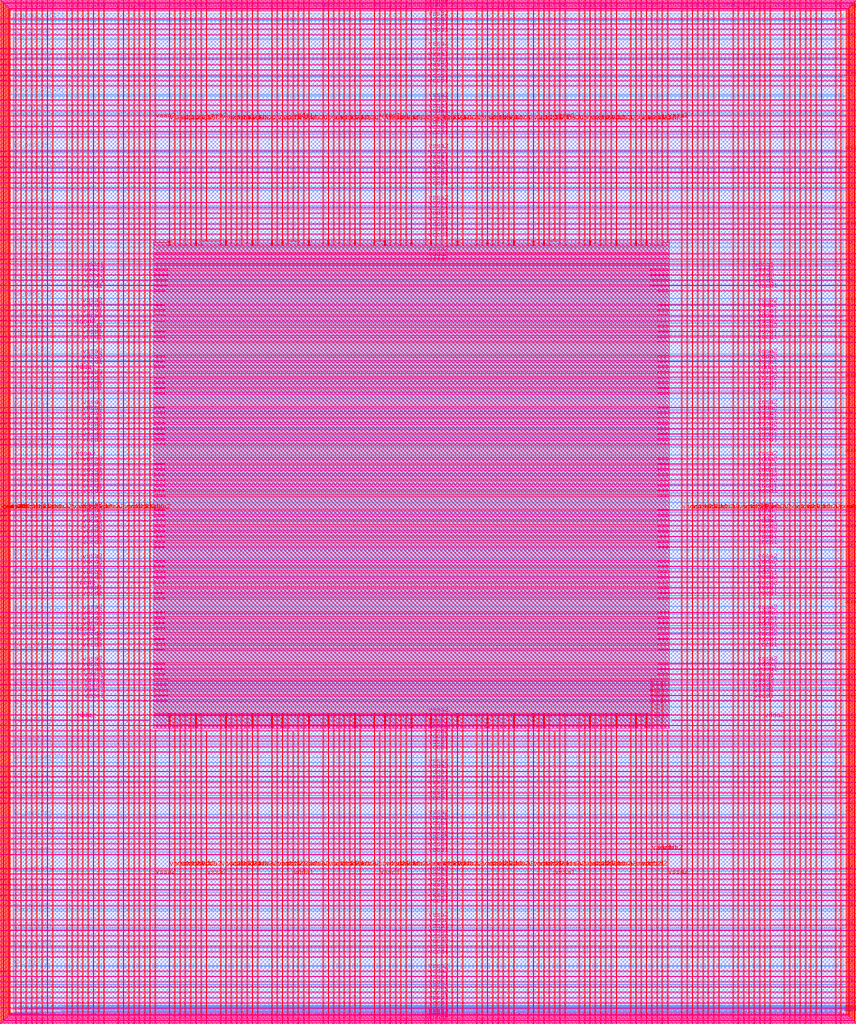
<source format=lef>
VERSION 5.7 ;
  NOWIREEXTENSIONATPIN ON ;
  DIVIDERCHAR "/" ;
  BUSBITCHARS "[]" ;
MACRO user_project_wrapper
  CLASS BLOCK ;
  FOREIGN user_project_wrapper ;
  ORIGIN 0.000 0.000 ;
  SIZE 2920.000 BY 3520.000 ;
  PIN analog_io[0]
    DIRECTION INOUT ;
    USE SIGNAL ;
    PORT
      LAYER met3 ;
        RECT 2917.600 1426.380 2924.800 1427.580 ;
    END
  END analog_io[0]
  PIN analog_io[10]
    DIRECTION INOUT ;
    USE SIGNAL ;
    PORT
      LAYER met2 ;
        RECT 2230.490 3517.600 2231.050 3524.800 ;
    END
  END analog_io[10]
  PIN analog_io[11]
    DIRECTION INOUT ;
    USE SIGNAL ;
    PORT
      LAYER met2 ;
        RECT 1905.730 3517.600 1906.290 3524.800 ;
    END
  END analog_io[11]
  PIN analog_io[12]
    DIRECTION INOUT ;
    USE SIGNAL ;
    PORT
      LAYER met2 ;
        RECT 1581.430 3517.600 1581.990 3524.800 ;
    END
  END analog_io[12]
  PIN analog_io[13]
    DIRECTION INOUT ;
    USE SIGNAL ;
    PORT
      LAYER met2 ;
        RECT 1257.130 3517.600 1257.690 3524.800 ;
    END
  END analog_io[13]
  PIN analog_io[14]
    DIRECTION INOUT ;
    USE SIGNAL ;
    PORT
      LAYER met2 ;
        RECT 932.370 3517.600 932.930 3524.800 ;
    END
  END analog_io[14]
  PIN analog_io[15]
    DIRECTION INOUT ;
    USE SIGNAL ;
    PORT
      LAYER met2 ;
        RECT 608.070 3517.600 608.630 3524.800 ;
    END
  END analog_io[15]
  PIN analog_io[16]
    DIRECTION INOUT ;
    USE SIGNAL ;
    PORT
      LAYER met2 ;
        RECT 283.770 3517.600 284.330 3524.800 ;
    END
  END analog_io[16]
  PIN analog_io[17]
    DIRECTION INOUT ;
    USE SIGNAL ;
    PORT
      LAYER met3 ;
        RECT -4.800 3486.100 2.400 3487.300 ;
    END
  END analog_io[17]
  PIN analog_io[18]
    DIRECTION INOUT ;
    USE SIGNAL ;
    PORT
      LAYER met3 ;
        RECT -4.800 3224.980 2.400 3226.180 ;
    END
  END analog_io[18]
  PIN analog_io[19]
    DIRECTION INOUT ;
    USE SIGNAL ;
    PORT
      LAYER met3 ;
        RECT -4.800 2964.540 2.400 2965.740 ;
    END
  END analog_io[19]
  PIN analog_io[1]
    DIRECTION INOUT ;
    USE SIGNAL ;
    PORT
      LAYER met3 ;
        RECT 2917.600 1692.260 2924.800 1693.460 ;
    END
  END analog_io[1]
  PIN analog_io[20]
    DIRECTION INOUT ;
    USE SIGNAL ;
    PORT
      LAYER met3 ;
        RECT -4.800 2703.420 2.400 2704.620 ;
    END
  END analog_io[20]
  PIN analog_io[21]
    DIRECTION INOUT ;
    USE SIGNAL ;
    PORT
      LAYER met3 ;
        RECT -4.800 2442.980 2.400 2444.180 ;
    END
  END analog_io[21]
  PIN analog_io[22]
    DIRECTION INOUT ;
    USE SIGNAL ;
    PORT
      LAYER met3 ;
        RECT -4.800 2182.540 2.400 2183.740 ;
    END
  END analog_io[22]
  PIN analog_io[23]
    DIRECTION INOUT ;
    USE SIGNAL ;
    PORT
      LAYER met3 ;
        RECT -4.800 1921.420 2.400 1922.620 ;
    END
  END analog_io[23]
  PIN analog_io[24]
    DIRECTION INOUT ;
    USE SIGNAL ;
    PORT
      LAYER met3 ;
        RECT -4.800 1660.980 2.400 1662.180 ;
    END
  END analog_io[24]
  PIN analog_io[25]
    DIRECTION INOUT ;
    USE SIGNAL ;
    PORT
      LAYER met3 ;
        RECT -4.800 1399.860 2.400 1401.060 ;
    END
  END analog_io[25]
  PIN analog_io[26]
    DIRECTION INOUT ;
    USE SIGNAL ;
    PORT
      LAYER met3 ;
        RECT -4.800 1139.420 2.400 1140.620 ;
    END
  END analog_io[26]
  PIN analog_io[27]
    DIRECTION INOUT ;
    USE SIGNAL ;
    PORT
      LAYER met3 ;
        RECT -4.800 878.980 2.400 880.180 ;
    END
  END analog_io[27]
  PIN analog_io[28]
    DIRECTION INOUT ;
    USE SIGNAL ;
    PORT
      LAYER met3 ;
        RECT -4.800 617.860 2.400 619.060 ;
    END
  END analog_io[28]
  PIN analog_io[2]
    DIRECTION INOUT ;
    USE SIGNAL ;
    PORT
      LAYER met3 ;
        RECT 2917.600 1958.140 2924.800 1959.340 ;
    END
  END analog_io[2]
  PIN analog_io[3]
    DIRECTION INOUT ;
    USE SIGNAL ;
    PORT
      LAYER met3 ;
        RECT 2917.600 2223.340 2924.800 2224.540 ;
    END
  END analog_io[3]
  PIN analog_io[4]
    DIRECTION INOUT ;
    USE SIGNAL ;
    PORT
      LAYER met3 ;
        RECT 2917.600 2489.220 2924.800 2490.420 ;
    END
  END analog_io[4]
  PIN analog_io[5]
    DIRECTION INOUT ;
    USE SIGNAL ;
    PORT
      LAYER met3 ;
        RECT 2917.600 2755.100 2924.800 2756.300 ;
    END
  END analog_io[5]
  PIN analog_io[6]
    DIRECTION INOUT ;
    USE SIGNAL ;
    PORT
      LAYER met3 ;
        RECT 2917.600 3020.300 2924.800 3021.500 ;
    END
  END analog_io[6]
  PIN analog_io[7]
    DIRECTION INOUT ;
    USE SIGNAL ;
    PORT
      LAYER met3 ;
        RECT 2917.600 3286.180 2924.800 3287.380 ;
    END
  END analog_io[7]
  PIN analog_io[8]
    DIRECTION INOUT ;
    USE SIGNAL ;
    PORT
      LAYER met2 ;
        RECT 2879.090 3517.600 2879.650 3524.800 ;
    END
  END analog_io[8]
  PIN analog_io[9]
    DIRECTION INOUT ;
    USE SIGNAL ;
    PORT
      LAYER met2 ;
        RECT 2554.790 3517.600 2555.350 3524.800 ;
    END
  END analog_io[9]
  PIN io_in[0]
    DIRECTION INPUT ;
    USE SIGNAL ;
    PORT
      LAYER met3 ;
        RECT 2917.600 32.380 2924.800 33.580 ;
    END
  END io_in[0]
  PIN io_in[10]
    DIRECTION INPUT ;
    USE SIGNAL ;
    PORT
      LAYER met3 ;
        RECT 2917.600 2289.980 2924.800 2291.180 ;
    END
  END io_in[10]
  PIN io_in[11]
    DIRECTION INPUT ;
    USE SIGNAL ;
    PORT
      LAYER met3 ;
        RECT 2917.600 2555.860 2924.800 2557.060 ;
    END
  END io_in[11]
  PIN io_in[12]
    DIRECTION INPUT ;
    USE SIGNAL ;
    PORT
      LAYER met3 ;
        RECT 2917.600 2821.060 2924.800 2822.260 ;
    END
  END io_in[12]
  PIN io_in[13]
    DIRECTION INPUT ;
    USE SIGNAL ;
    PORT
      LAYER met3 ;
        RECT 2917.600 3086.940 2924.800 3088.140 ;
    END
  END io_in[13]
  PIN io_in[14]
    DIRECTION INPUT ;
    USE SIGNAL ;
    PORT
      LAYER met3 ;
        RECT 2917.600 3352.820 2924.800 3354.020 ;
    END
  END io_in[14]
  PIN io_in[15]
    DIRECTION INPUT ;
    USE SIGNAL ;
    PORT
      LAYER met2 ;
        RECT 2798.130 3517.600 2798.690 3524.800 ;
    END
  END io_in[15]
  PIN io_in[16]
    DIRECTION INPUT ;
    USE SIGNAL ;
    PORT
      LAYER met2 ;
        RECT 2473.830 3517.600 2474.390 3524.800 ;
    END
  END io_in[16]
  PIN io_in[17]
    DIRECTION INPUT ;
    USE SIGNAL ;
    PORT
      LAYER met2 ;
        RECT 2149.070 3517.600 2149.630 3524.800 ;
    END
  END io_in[17]
  PIN io_in[18]
    DIRECTION INPUT ;
    USE SIGNAL ;
    PORT
      LAYER met2 ;
        RECT 1824.770 3517.600 1825.330 3524.800 ;
    END
  END io_in[18]
  PIN io_in[19]
    DIRECTION INPUT ;
    USE SIGNAL ;
    PORT
      LAYER met2 ;
        RECT 1500.470 3517.600 1501.030 3524.800 ;
    END
  END io_in[19]
  PIN io_in[1]
    DIRECTION INPUT ;
    USE SIGNAL ;
    PORT
      LAYER met3 ;
        RECT 2917.600 230.940 2924.800 232.140 ;
    END
  END io_in[1]
  PIN io_in[20]
    DIRECTION INPUT ;
    USE SIGNAL ;
    PORT
      LAYER met2 ;
        RECT 1175.710 3517.600 1176.270 3524.800 ;
    END
  END io_in[20]
  PIN io_in[21]
    DIRECTION INPUT ;
    USE SIGNAL ;
    PORT
      LAYER met2 ;
        RECT 851.410 3517.600 851.970 3524.800 ;
    END
  END io_in[21]
  PIN io_in[22]
    DIRECTION INPUT ;
    USE SIGNAL ;
    PORT
      LAYER met2 ;
        RECT 527.110 3517.600 527.670 3524.800 ;
    END
  END io_in[22]
  PIN io_in[23]
    DIRECTION INPUT ;
    USE SIGNAL ;
    PORT
      LAYER met2 ;
        RECT 202.350 3517.600 202.910 3524.800 ;
    END
  END io_in[23]
  PIN io_in[24]
    DIRECTION INPUT ;
    USE SIGNAL ;
    PORT
      LAYER met3 ;
        RECT -4.800 3420.820 2.400 3422.020 ;
    END
  END io_in[24]
  PIN io_in[25]
    DIRECTION INPUT ;
    USE SIGNAL ;
    PORT
      LAYER met3 ;
        RECT -4.800 3159.700 2.400 3160.900 ;
    END
  END io_in[25]
  PIN io_in[26]
    DIRECTION INPUT ;
    USE SIGNAL ;
    PORT
      LAYER met3 ;
        RECT -4.800 2899.260 2.400 2900.460 ;
    END
  END io_in[26]
  PIN io_in[27]
    DIRECTION INPUT ;
    USE SIGNAL ;
    PORT
      LAYER met3 ;
        RECT -4.800 2638.820 2.400 2640.020 ;
    END
  END io_in[27]
  PIN io_in[28]
    DIRECTION INPUT ;
    USE SIGNAL ;
    PORT
      LAYER met3 ;
        RECT -4.800 2377.700 2.400 2378.900 ;
    END
  END io_in[28]
  PIN io_in[29]
    DIRECTION INPUT ;
    USE SIGNAL ;
    PORT
      LAYER met3 ;
        RECT -4.800 2117.260 2.400 2118.460 ;
    END
  END io_in[29]
  PIN io_in[2]
    DIRECTION INPUT ;
    USE SIGNAL ;
    PORT
      LAYER met3 ;
        RECT 2917.600 430.180 2924.800 431.380 ;
    END
  END io_in[2]
  PIN io_in[30]
    DIRECTION INPUT ;
    USE SIGNAL ;
    PORT
      LAYER met3 ;
        RECT -4.800 1856.140 2.400 1857.340 ;
    END
  END io_in[30]
  PIN io_in[31]
    DIRECTION INPUT ;
    USE SIGNAL ;
    PORT
      LAYER met3 ;
        RECT -4.800 1595.700 2.400 1596.900 ;
    END
  END io_in[31]
  PIN io_in[32]
    DIRECTION INPUT ;
    USE SIGNAL ;
    PORT
      LAYER met3 ;
        RECT -4.800 1335.260 2.400 1336.460 ;
    END
  END io_in[32]
  PIN io_in[33]
    DIRECTION INPUT ;
    USE SIGNAL ;
    PORT
      LAYER met3 ;
        RECT -4.800 1074.140 2.400 1075.340 ;
    END
  END io_in[33]
  PIN io_in[34]
    DIRECTION INPUT ;
    USE SIGNAL ;
    PORT
      LAYER met3 ;
        RECT -4.800 813.700 2.400 814.900 ;
    END
  END io_in[34]
  PIN io_in[35]
    DIRECTION INPUT ;
    USE SIGNAL ;
    PORT
      LAYER met3 ;
        RECT -4.800 552.580 2.400 553.780 ;
    END
  END io_in[35]
  PIN io_in[36]
    DIRECTION INPUT ;
    USE SIGNAL ;
    PORT
      LAYER met3 ;
        RECT -4.800 357.420 2.400 358.620 ;
    END
  END io_in[36]
  PIN io_in[37]
    DIRECTION INPUT ;
    USE SIGNAL ;
    PORT
      LAYER met3 ;
        RECT -4.800 161.580 2.400 162.780 ;
    END
  END io_in[37]
  PIN io_in[3]
    DIRECTION INPUT ;
    USE SIGNAL ;
    PORT
      LAYER met3 ;
        RECT 2917.600 629.420 2924.800 630.620 ;
    END
  END io_in[3]
  PIN io_in[4]
    DIRECTION INPUT ;
    USE SIGNAL ;
    PORT
      LAYER met3 ;
        RECT 2917.600 828.660 2924.800 829.860 ;
    END
  END io_in[4]
  PIN io_in[5]
    DIRECTION INPUT ;
    USE SIGNAL ;
    PORT
      LAYER met3 ;
        RECT 2917.600 1027.900 2924.800 1029.100 ;
    END
  END io_in[5]
  PIN io_in[6]
    DIRECTION INPUT ;
    USE SIGNAL ;
    PORT
      LAYER met3 ;
        RECT 2917.600 1227.140 2924.800 1228.340 ;
    END
  END io_in[6]
  PIN io_in[7]
    DIRECTION INPUT ;
    USE SIGNAL ;
    PORT
      LAYER met3 ;
        RECT 2917.600 1493.020 2924.800 1494.220 ;
    END
  END io_in[7]
  PIN io_in[8]
    DIRECTION INPUT ;
    USE SIGNAL ;
    PORT
      LAYER met3 ;
        RECT 2917.600 1758.900 2924.800 1760.100 ;
    END
  END io_in[8]
  PIN io_in[9]
    DIRECTION INPUT ;
    USE SIGNAL ;
    PORT
      LAYER met3 ;
        RECT 2917.600 2024.100 2924.800 2025.300 ;
    END
  END io_in[9]
  PIN io_oeb[0]
    DIRECTION OUTPUT TRISTATE ;
    USE SIGNAL ;
    PORT
      LAYER met3 ;
        RECT 2917.600 164.980 2924.800 166.180 ;
    END
  END io_oeb[0]
  PIN io_oeb[10]
    DIRECTION OUTPUT TRISTATE ;
    USE SIGNAL ;
    PORT
      LAYER met3 ;
        RECT 2917.600 2422.580 2924.800 2423.780 ;
    END
  END io_oeb[10]
  PIN io_oeb[11]
    DIRECTION OUTPUT TRISTATE ;
    USE SIGNAL ;
    PORT
      LAYER met3 ;
        RECT 2917.600 2688.460 2924.800 2689.660 ;
    END
  END io_oeb[11]
  PIN io_oeb[12]
    DIRECTION OUTPUT TRISTATE ;
    USE SIGNAL ;
    PORT
      LAYER met3 ;
        RECT 2917.600 2954.340 2924.800 2955.540 ;
    END
  END io_oeb[12]
  PIN io_oeb[13]
    DIRECTION OUTPUT TRISTATE ;
    USE SIGNAL ;
    PORT
      LAYER met3 ;
        RECT 2917.600 3219.540 2924.800 3220.740 ;
    END
  END io_oeb[13]
  PIN io_oeb[14]
    DIRECTION OUTPUT TRISTATE ;
    USE SIGNAL ;
    PORT
      LAYER met3 ;
        RECT 2917.600 3485.420 2924.800 3486.620 ;
    END
  END io_oeb[14]
  PIN io_oeb[15]
    DIRECTION OUTPUT TRISTATE ;
    USE SIGNAL ;
    PORT
      LAYER met2 ;
        RECT 2635.750 3517.600 2636.310 3524.800 ;
    END
  END io_oeb[15]
  PIN io_oeb[16]
    DIRECTION OUTPUT TRISTATE ;
    USE SIGNAL ;
    PORT
      LAYER met2 ;
        RECT 2311.450 3517.600 2312.010 3524.800 ;
    END
  END io_oeb[16]
  PIN io_oeb[17]
    DIRECTION OUTPUT TRISTATE ;
    USE SIGNAL ;
    PORT
      LAYER met2 ;
        RECT 1987.150 3517.600 1987.710 3524.800 ;
    END
  END io_oeb[17]
  PIN io_oeb[18]
    DIRECTION OUTPUT TRISTATE ;
    USE SIGNAL ;
    PORT
      LAYER met2 ;
        RECT 1662.390 3517.600 1662.950 3524.800 ;
    END
  END io_oeb[18]
  PIN io_oeb[19]
    DIRECTION OUTPUT TRISTATE ;
    USE SIGNAL ;
    PORT
      LAYER met2 ;
        RECT 1338.090 3517.600 1338.650 3524.800 ;
    END
  END io_oeb[19]
  PIN io_oeb[1]
    DIRECTION OUTPUT TRISTATE ;
    USE SIGNAL ;
    PORT
      LAYER met3 ;
        RECT 2917.600 364.220 2924.800 365.420 ;
    END
  END io_oeb[1]
  PIN io_oeb[20]
    DIRECTION OUTPUT TRISTATE ;
    USE SIGNAL ;
    PORT
      LAYER met2 ;
        RECT 1013.790 3517.600 1014.350 3524.800 ;
    END
  END io_oeb[20]
  PIN io_oeb[21]
    DIRECTION OUTPUT TRISTATE ;
    USE SIGNAL ;
    PORT
      LAYER met2 ;
        RECT 689.030 3517.600 689.590 3524.800 ;
    END
  END io_oeb[21]
  PIN io_oeb[22]
    DIRECTION OUTPUT TRISTATE ;
    USE SIGNAL ;
    PORT
      LAYER met2 ;
        RECT 364.730 3517.600 365.290 3524.800 ;
    END
  END io_oeb[22]
  PIN io_oeb[23]
    DIRECTION OUTPUT TRISTATE ;
    USE SIGNAL ;
    PORT
      LAYER met2 ;
        RECT 40.430 3517.600 40.990 3524.800 ;
    END
  END io_oeb[23]
  PIN io_oeb[24]
    DIRECTION OUTPUT TRISTATE ;
    USE SIGNAL ;
    PORT
      LAYER met3 ;
        RECT -4.800 3290.260 2.400 3291.460 ;
    END
  END io_oeb[24]
  PIN io_oeb[25]
    DIRECTION OUTPUT TRISTATE ;
    USE SIGNAL ;
    PORT
      LAYER met3 ;
        RECT -4.800 3029.820 2.400 3031.020 ;
    END
  END io_oeb[25]
  PIN io_oeb[26]
    DIRECTION OUTPUT TRISTATE ;
    USE SIGNAL ;
    PORT
      LAYER met3 ;
        RECT -4.800 2768.700 2.400 2769.900 ;
    END
  END io_oeb[26]
  PIN io_oeb[27]
    DIRECTION OUTPUT TRISTATE ;
    USE SIGNAL ;
    PORT
      LAYER met3 ;
        RECT -4.800 2508.260 2.400 2509.460 ;
    END
  END io_oeb[27]
  PIN io_oeb[28]
    DIRECTION OUTPUT TRISTATE ;
    USE SIGNAL ;
    PORT
      LAYER met3 ;
        RECT -4.800 2247.140 2.400 2248.340 ;
    END
  END io_oeb[28]
  PIN io_oeb[29]
    DIRECTION OUTPUT TRISTATE ;
    USE SIGNAL ;
    PORT
      LAYER met3 ;
        RECT -4.800 1986.700 2.400 1987.900 ;
    END
  END io_oeb[29]
  PIN io_oeb[2]
    DIRECTION OUTPUT TRISTATE ;
    USE SIGNAL ;
    PORT
      LAYER met3 ;
        RECT 2917.600 563.460 2924.800 564.660 ;
    END
  END io_oeb[2]
  PIN io_oeb[30]
    DIRECTION OUTPUT TRISTATE ;
    USE SIGNAL ;
    PORT
      LAYER met3 ;
        RECT -4.800 1726.260 2.400 1727.460 ;
    END
  END io_oeb[30]
  PIN io_oeb[31]
    DIRECTION OUTPUT TRISTATE ;
    USE SIGNAL ;
    PORT
      LAYER met3 ;
        RECT -4.800 1465.140 2.400 1466.340 ;
    END
  END io_oeb[31]
  PIN io_oeb[32]
    DIRECTION OUTPUT TRISTATE ;
    USE SIGNAL ;
    PORT
      LAYER met3 ;
        RECT -4.800 1204.700 2.400 1205.900 ;
    END
  END io_oeb[32]
  PIN io_oeb[33]
    DIRECTION OUTPUT TRISTATE ;
    USE SIGNAL ;
    PORT
      LAYER met3 ;
        RECT -4.800 943.580 2.400 944.780 ;
    END
  END io_oeb[33]
  PIN io_oeb[34]
    DIRECTION OUTPUT TRISTATE ;
    USE SIGNAL ;
    PORT
      LAYER met3 ;
        RECT -4.800 683.140 2.400 684.340 ;
    END
  END io_oeb[34]
  PIN io_oeb[35]
    DIRECTION OUTPUT TRISTATE ;
    USE SIGNAL ;
    PORT
      LAYER met3 ;
        RECT -4.800 422.700 2.400 423.900 ;
    END
  END io_oeb[35]
  PIN io_oeb[36]
    DIRECTION OUTPUT TRISTATE ;
    USE SIGNAL ;
    PORT
      LAYER met3 ;
        RECT -4.800 226.860 2.400 228.060 ;
    END
  END io_oeb[36]
  PIN io_oeb[37]
    DIRECTION OUTPUT TRISTATE ;
    USE SIGNAL ;
    PORT
      LAYER met3 ;
        RECT -4.800 31.700 2.400 32.900 ;
    END
  END io_oeb[37]
  PIN io_oeb[3]
    DIRECTION OUTPUT TRISTATE ;
    USE SIGNAL ;
    PORT
      LAYER met3 ;
        RECT 2917.600 762.700 2924.800 763.900 ;
    END
  END io_oeb[3]
  PIN io_oeb[4]
    DIRECTION OUTPUT TRISTATE ;
    USE SIGNAL ;
    PORT
      LAYER met3 ;
        RECT 2917.600 961.940 2924.800 963.140 ;
    END
  END io_oeb[4]
  PIN io_oeb[5]
    DIRECTION OUTPUT TRISTATE ;
    USE SIGNAL ;
    PORT
      LAYER met3 ;
        RECT 2917.600 1161.180 2924.800 1162.380 ;
    END
  END io_oeb[5]
  PIN io_oeb[6]
    DIRECTION OUTPUT TRISTATE ;
    USE SIGNAL ;
    PORT
      LAYER met3 ;
        RECT 2917.600 1360.420 2924.800 1361.620 ;
    END
  END io_oeb[6]
  PIN io_oeb[7]
    DIRECTION OUTPUT TRISTATE ;
    USE SIGNAL ;
    PORT
      LAYER met3 ;
        RECT 2917.600 1625.620 2924.800 1626.820 ;
    END
  END io_oeb[7]
  PIN io_oeb[8]
    DIRECTION OUTPUT TRISTATE ;
    USE SIGNAL ;
    PORT
      LAYER met3 ;
        RECT 2917.600 1891.500 2924.800 1892.700 ;
    END
  END io_oeb[8]
  PIN io_oeb[9]
    DIRECTION OUTPUT TRISTATE ;
    USE SIGNAL ;
    PORT
      LAYER met3 ;
        RECT 2917.600 2157.380 2924.800 2158.580 ;
    END
  END io_oeb[9]
  PIN io_out[0]
    DIRECTION OUTPUT TRISTATE ;
    USE SIGNAL ;
    PORT
      LAYER met3 ;
        RECT 2917.600 98.340 2924.800 99.540 ;
    END
  END io_out[0]
  PIN io_out[10]
    DIRECTION OUTPUT TRISTATE ;
    USE SIGNAL ;
    PORT
      LAYER met3 ;
        RECT 2917.600 2356.620 2924.800 2357.820 ;
    END
  END io_out[10]
  PIN io_out[11]
    DIRECTION OUTPUT TRISTATE ;
    USE SIGNAL ;
    PORT
      LAYER met3 ;
        RECT 2917.600 2621.820 2924.800 2623.020 ;
    END
  END io_out[11]
  PIN io_out[12]
    DIRECTION OUTPUT TRISTATE ;
    USE SIGNAL ;
    PORT
      LAYER met3 ;
        RECT 2917.600 2887.700 2924.800 2888.900 ;
    END
  END io_out[12]
  PIN io_out[13]
    DIRECTION OUTPUT TRISTATE ;
    USE SIGNAL ;
    PORT
      LAYER met3 ;
        RECT 2917.600 3153.580 2924.800 3154.780 ;
    END
  END io_out[13]
  PIN io_out[14]
    DIRECTION OUTPUT TRISTATE ;
    USE SIGNAL ;
    PORT
      LAYER met3 ;
        RECT 2917.600 3418.780 2924.800 3419.980 ;
    END
  END io_out[14]
  PIN io_out[15]
    DIRECTION OUTPUT TRISTATE ;
    USE SIGNAL ;
    PORT
      LAYER met2 ;
        RECT 2717.170 3517.600 2717.730 3524.800 ;
    END
  END io_out[15]
  PIN io_out[16]
    DIRECTION OUTPUT TRISTATE ;
    USE SIGNAL ;
    PORT
      LAYER met2 ;
        RECT 2392.410 3517.600 2392.970 3524.800 ;
    END
  END io_out[16]
  PIN io_out[17]
    DIRECTION OUTPUT TRISTATE ;
    USE SIGNAL ;
    PORT
      LAYER met2 ;
        RECT 2068.110 3517.600 2068.670 3524.800 ;
    END
  END io_out[17]
  PIN io_out[18]
    DIRECTION OUTPUT TRISTATE ;
    USE SIGNAL ;
    PORT
      LAYER met2 ;
        RECT 1743.810 3517.600 1744.370 3524.800 ;
    END
  END io_out[18]
  PIN io_out[19]
    DIRECTION OUTPUT TRISTATE ;
    USE SIGNAL ;
    PORT
      LAYER met2 ;
        RECT 1419.050 3517.600 1419.610 3524.800 ;
    END
  END io_out[19]
  PIN io_out[1]
    DIRECTION OUTPUT TRISTATE ;
    USE SIGNAL ;
    PORT
      LAYER met3 ;
        RECT 2917.600 297.580 2924.800 298.780 ;
    END
  END io_out[1]
  PIN io_out[20]
    DIRECTION OUTPUT TRISTATE ;
    USE SIGNAL ;
    PORT
      LAYER met2 ;
        RECT 1094.750 3517.600 1095.310 3524.800 ;
    END
  END io_out[20]
  PIN io_out[21]
    DIRECTION OUTPUT TRISTATE ;
    USE SIGNAL ;
    PORT
      LAYER met2 ;
        RECT 770.450 3517.600 771.010 3524.800 ;
    END
  END io_out[21]
  PIN io_out[22]
    DIRECTION OUTPUT TRISTATE ;
    USE SIGNAL ;
    PORT
      LAYER met2 ;
        RECT 445.690 3517.600 446.250 3524.800 ;
    END
  END io_out[22]
  PIN io_out[23]
    DIRECTION OUTPUT TRISTATE ;
    USE SIGNAL ;
    PORT
      LAYER met2 ;
        RECT 121.390 3517.600 121.950 3524.800 ;
    END
  END io_out[23]
  PIN io_out[24]
    DIRECTION OUTPUT TRISTATE ;
    USE SIGNAL ;
    PORT
      LAYER met3 ;
        RECT -4.800 3355.540 2.400 3356.740 ;
    END
  END io_out[24]
  PIN io_out[25]
    DIRECTION OUTPUT TRISTATE ;
    USE SIGNAL ;
    PORT
      LAYER met3 ;
        RECT -4.800 3095.100 2.400 3096.300 ;
    END
  END io_out[25]
  PIN io_out[26]
    DIRECTION OUTPUT TRISTATE ;
    USE SIGNAL ;
    PORT
      LAYER met3 ;
        RECT -4.800 2833.980 2.400 2835.180 ;
    END
  END io_out[26]
  PIN io_out[27]
    DIRECTION OUTPUT TRISTATE ;
    USE SIGNAL ;
    PORT
      LAYER met3 ;
        RECT -4.800 2573.540 2.400 2574.740 ;
    END
  END io_out[27]
  PIN io_out[28]
    DIRECTION OUTPUT TRISTATE ;
    USE SIGNAL ;
    PORT
      LAYER met3 ;
        RECT -4.800 2312.420 2.400 2313.620 ;
    END
  END io_out[28]
  PIN io_out[29]
    DIRECTION OUTPUT TRISTATE ;
    USE SIGNAL ;
    PORT
      LAYER met3 ;
        RECT -4.800 2051.980 2.400 2053.180 ;
    END
  END io_out[29]
  PIN io_out[2]
    DIRECTION OUTPUT TRISTATE ;
    USE SIGNAL ;
    PORT
      LAYER met3 ;
        RECT 2917.600 496.820 2924.800 498.020 ;
    END
  END io_out[2]
  PIN io_out[30]
    DIRECTION OUTPUT TRISTATE ;
    USE SIGNAL ;
    PORT
      LAYER met3 ;
        RECT -4.800 1791.540 2.400 1792.740 ;
    END
  END io_out[30]
  PIN io_out[31]
    DIRECTION OUTPUT TRISTATE ;
    USE SIGNAL ;
    PORT
      LAYER met3 ;
        RECT -4.800 1530.420 2.400 1531.620 ;
    END
  END io_out[31]
  PIN io_out[32]
    DIRECTION OUTPUT TRISTATE ;
    USE SIGNAL ;
    PORT
      LAYER met3 ;
        RECT -4.800 1269.980 2.400 1271.180 ;
    END
  END io_out[32]
  PIN io_out[33]
    DIRECTION OUTPUT TRISTATE ;
    USE SIGNAL ;
    PORT
      LAYER met3 ;
        RECT -4.800 1008.860 2.400 1010.060 ;
    END
  END io_out[33]
  PIN io_out[34]
    DIRECTION OUTPUT TRISTATE ;
    USE SIGNAL ;
    PORT
      LAYER met3 ;
        RECT -4.800 748.420 2.400 749.620 ;
    END
  END io_out[34]
  PIN io_out[35]
    DIRECTION OUTPUT TRISTATE ;
    USE SIGNAL ;
    PORT
      LAYER met3 ;
        RECT -4.800 487.300 2.400 488.500 ;
    END
  END io_out[35]
  PIN io_out[36]
    DIRECTION OUTPUT TRISTATE ;
    USE SIGNAL ;
    PORT
      LAYER met3 ;
        RECT -4.800 292.140 2.400 293.340 ;
    END
  END io_out[36]
  PIN io_out[37]
    DIRECTION OUTPUT TRISTATE ;
    USE SIGNAL ;
    PORT
      LAYER met3 ;
        RECT -4.800 96.300 2.400 97.500 ;
    END
  END io_out[37]
  PIN io_out[3]
    DIRECTION OUTPUT TRISTATE ;
    USE SIGNAL ;
    PORT
      LAYER met3 ;
        RECT 2917.600 696.060 2924.800 697.260 ;
    END
  END io_out[3]
  PIN io_out[4]
    DIRECTION OUTPUT TRISTATE ;
    USE SIGNAL ;
    PORT
      LAYER met3 ;
        RECT 2917.600 895.300 2924.800 896.500 ;
    END
  END io_out[4]
  PIN io_out[5]
    DIRECTION OUTPUT TRISTATE ;
    USE SIGNAL ;
    PORT
      LAYER met3 ;
        RECT 2917.600 1094.540 2924.800 1095.740 ;
    END
  END io_out[5]
  PIN io_out[6]
    DIRECTION OUTPUT TRISTATE ;
    USE SIGNAL ;
    PORT
      LAYER met3 ;
        RECT 2917.600 1293.780 2924.800 1294.980 ;
    END
  END io_out[6]
  PIN io_out[7]
    DIRECTION OUTPUT TRISTATE ;
    USE SIGNAL ;
    PORT
      LAYER met3 ;
        RECT 2917.600 1559.660 2924.800 1560.860 ;
    END
  END io_out[7]
  PIN io_out[8]
    DIRECTION OUTPUT TRISTATE ;
    USE SIGNAL ;
    PORT
      LAYER met3 ;
        RECT 2917.600 1824.860 2924.800 1826.060 ;
    END
  END io_out[8]
  PIN io_out[9]
    DIRECTION OUTPUT TRISTATE ;
    USE SIGNAL ;
    PORT
      LAYER met3 ;
        RECT 2917.600 2090.740 2924.800 2091.940 ;
    END
  END io_out[9]
  PIN la_data_in[0]
    DIRECTION INPUT ;
    USE SIGNAL ;
    PORT
      LAYER met2 ;
        RECT 629.230 -4.800 629.790 2.400 ;
    END
  END la_data_in[0]
  PIN la_data_in[100]
    DIRECTION INPUT ;
    USE SIGNAL ;
    PORT
      LAYER met2 ;
        RECT 2402.530 -4.800 2403.090 2.400 ;
    END
  END la_data_in[100]
  PIN la_data_in[101]
    DIRECTION INPUT ;
    USE SIGNAL ;
    PORT
      LAYER met2 ;
        RECT 2420.010 -4.800 2420.570 2.400 ;
    END
  END la_data_in[101]
  PIN la_data_in[102]
    DIRECTION INPUT ;
    USE SIGNAL ;
    PORT
      LAYER met2 ;
        RECT 2437.950 -4.800 2438.510 2.400 ;
    END
  END la_data_in[102]
  PIN la_data_in[103]
    DIRECTION INPUT ;
    USE SIGNAL ;
    PORT
      LAYER met2 ;
        RECT 2455.430 -4.800 2455.990 2.400 ;
    END
  END la_data_in[103]
  PIN la_data_in[104]
    DIRECTION INPUT ;
    USE SIGNAL ;
    PORT
      LAYER met2 ;
        RECT 2473.370 -4.800 2473.930 2.400 ;
    END
  END la_data_in[104]
  PIN la_data_in[105]
    DIRECTION INPUT ;
    USE SIGNAL ;
    PORT
      LAYER met2 ;
        RECT 2490.850 -4.800 2491.410 2.400 ;
    END
  END la_data_in[105]
  PIN la_data_in[106]
    DIRECTION INPUT ;
    USE SIGNAL ;
    PORT
      LAYER met2 ;
        RECT 2508.790 -4.800 2509.350 2.400 ;
    END
  END la_data_in[106]
  PIN la_data_in[107]
    DIRECTION INPUT ;
    USE SIGNAL ;
    PORT
      LAYER met2 ;
        RECT 2526.730 -4.800 2527.290 2.400 ;
    END
  END la_data_in[107]
  PIN la_data_in[108]
    DIRECTION INPUT ;
    USE SIGNAL ;
    PORT
      LAYER met2 ;
        RECT 2544.210 -4.800 2544.770 2.400 ;
    END
  END la_data_in[108]
  PIN la_data_in[109]
    DIRECTION INPUT ;
    USE SIGNAL ;
    PORT
      LAYER met2 ;
        RECT 2562.150 -4.800 2562.710 2.400 ;
    END
  END la_data_in[109]
  PIN la_data_in[10]
    DIRECTION INPUT ;
    USE SIGNAL ;
    PORT
      LAYER met2 ;
        RECT 806.330 -4.800 806.890 2.400 ;
    END
  END la_data_in[10]
  PIN la_data_in[110]
    DIRECTION INPUT ;
    USE SIGNAL ;
    PORT
      LAYER met2 ;
        RECT 2579.630 -4.800 2580.190 2.400 ;
    END
  END la_data_in[110]
  PIN la_data_in[111]
    DIRECTION INPUT ;
    USE SIGNAL ;
    PORT
      LAYER met2 ;
        RECT 2597.570 -4.800 2598.130 2.400 ;
    END
  END la_data_in[111]
  PIN la_data_in[112]
    DIRECTION INPUT ;
    USE SIGNAL ;
    PORT
      LAYER met2 ;
        RECT 2615.050 -4.800 2615.610 2.400 ;
    END
  END la_data_in[112]
  PIN la_data_in[113]
    DIRECTION INPUT ;
    USE SIGNAL ;
    PORT
      LAYER met2 ;
        RECT 2632.990 -4.800 2633.550 2.400 ;
    END
  END la_data_in[113]
  PIN la_data_in[114]
    DIRECTION INPUT ;
    USE SIGNAL ;
    PORT
      LAYER met2 ;
        RECT 2650.470 -4.800 2651.030 2.400 ;
    END
  END la_data_in[114]
  PIN la_data_in[115]
    DIRECTION INPUT ;
    USE SIGNAL ;
    PORT
      LAYER met2 ;
        RECT 2668.410 -4.800 2668.970 2.400 ;
    END
  END la_data_in[115]
  PIN la_data_in[116]
    DIRECTION INPUT ;
    USE SIGNAL ;
    PORT
      LAYER met2 ;
        RECT 2685.890 -4.800 2686.450 2.400 ;
    END
  END la_data_in[116]
  PIN la_data_in[117]
    DIRECTION INPUT ;
    USE SIGNAL ;
    PORT
      LAYER met2 ;
        RECT 2703.830 -4.800 2704.390 2.400 ;
    END
  END la_data_in[117]
  PIN la_data_in[118]
    DIRECTION INPUT ;
    USE SIGNAL ;
    PORT
      LAYER met2 ;
        RECT 2721.770 -4.800 2722.330 2.400 ;
    END
  END la_data_in[118]
  PIN la_data_in[119]
    DIRECTION INPUT ;
    USE SIGNAL ;
    PORT
      LAYER met2 ;
        RECT 2739.250 -4.800 2739.810 2.400 ;
    END
  END la_data_in[119]
  PIN la_data_in[11]
    DIRECTION INPUT ;
    USE SIGNAL ;
    PORT
      LAYER met2 ;
        RECT 824.270 -4.800 824.830 2.400 ;
    END
  END la_data_in[11]
  PIN la_data_in[120]
    DIRECTION INPUT ;
    USE SIGNAL ;
    PORT
      LAYER met2 ;
        RECT 2757.190 -4.800 2757.750 2.400 ;
    END
  END la_data_in[120]
  PIN la_data_in[121]
    DIRECTION INPUT ;
    USE SIGNAL ;
    PORT
      LAYER met2 ;
        RECT 2774.670 -4.800 2775.230 2.400 ;
    END
  END la_data_in[121]
  PIN la_data_in[122]
    DIRECTION INPUT ;
    USE SIGNAL ;
    PORT
      LAYER met2 ;
        RECT 2792.610 -4.800 2793.170 2.400 ;
    END
  END la_data_in[122]
  PIN la_data_in[123]
    DIRECTION INPUT ;
    USE SIGNAL ;
    PORT
      LAYER met2 ;
        RECT 2810.090 -4.800 2810.650 2.400 ;
    END
  END la_data_in[123]
  PIN la_data_in[124]
    DIRECTION INPUT ;
    USE SIGNAL ;
    PORT
      LAYER met2 ;
        RECT 2828.030 -4.800 2828.590 2.400 ;
    END
  END la_data_in[124]
  PIN la_data_in[125]
    DIRECTION INPUT ;
    USE SIGNAL ;
    PORT
      LAYER met2 ;
        RECT 2845.510 -4.800 2846.070 2.400 ;
    END
  END la_data_in[125]
  PIN la_data_in[126]
    DIRECTION INPUT ;
    USE SIGNAL ;
    PORT
      LAYER met2 ;
        RECT 2863.450 -4.800 2864.010 2.400 ;
    END
  END la_data_in[126]
  PIN la_data_in[127]
    DIRECTION INPUT ;
    USE SIGNAL ;
    PORT
      LAYER met2 ;
        RECT 2881.390 -4.800 2881.950 2.400 ;
    END
  END la_data_in[127]
  PIN la_data_in[12]
    DIRECTION INPUT ;
    USE SIGNAL ;
    PORT
      LAYER met2 ;
        RECT 841.750 -4.800 842.310 2.400 ;
    END
  END la_data_in[12]
  PIN la_data_in[13]
    DIRECTION INPUT ;
    USE SIGNAL ;
    PORT
      LAYER met2 ;
        RECT 859.690 -4.800 860.250 2.400 ;
    END
  END la_data_in[13]
  PIN la_data_in[14]
    DIRECTION INPUT ;
    USE SIGNAL ;
    PORT
      LAYER met2 ;
        RECT 877.170 -4.800 877.730 2.400 ;
    END
  END la_data_in[14]
  PIN la_data_in[15]
    DIRECTION INPUT ;
    USE SIGNAL ;
    PORT
      LAYER met2 ;
        RECT 895.110 -4.800 895.670 2.400 ;
    END
  END la_data_in[15]
  PIN la_data_in[16]
    DIRECTION INPUT ;
    USE SIGNAL ;
    PORT
      LAYER met2 ;
        RECT 912.590 -4.800 913.150 2.400 ;
    END
  END la_data_in[16]
  PIN la_data_in[17]
    DIRECTION INPUT ;
    USE SIGNAL ;
    PORT
      LAYER met2 ;
        RECT 930.530 -4.800 931.090 2.400 ;
    END
  END la_data_in[17]
  PIN la_data_in[18]
    DIRECTION INPUT ;
    USE SIGNAL ;
    PORT
      LAYER met2 ;
        RECT 948.470 -4.800 949.030 2.400 ;
    END
  END la_data_in[18]
  PIN la_data_in[19]
    DIRECTION INPUT ;
    USE SIGNAL ;
    PORT
      LAYER met2 ;
        RECT 965.950 -4.800 966.510 2.400 ;
    END
  END la_data_in[19]
  PIN la_data_in[1]
    DIRECTION INPUT ;
    USE SIGNAL ;
    PORT
      LAYER met2 ;
        RECT 646.710 -4.800 647.270 2.400 ;
    END
  END la_data_in[1]
  PIN la_data_in[20]
    DIRECTION INPUT ;
    USE SIGNAL ;
    PORT
      LAYER met2 ;
        RECT 983.890 -4.800 984.450 2.400 ;
    END
  END la_data_in[20]
  PIN la_data_in[21]
    DIRECTION INPUT ;
    USE SIGNAL ;
    PORT
      LAYER met2 ;
        RECT 1001.370 -4.800 1001.930 2.400 ;
    END
  END la_data_in[21]
  PIN la_data_in[22]
    DIRECTION INPUT ;
    USE SIGNAL ;
    PORT
      LAYER met2 ;
        RECT 1019.310 -4.800 1019.870 2.400 ;
    END
  END la_data_in[22]
  PIN la_data_in[23]
    DIRECTION INPUT ;
    USE SIGNAL ;
    PORT
      LAYER met2 ;
        RECT 1036.790 -4.800 1037.350 2.400 ;
    END
  END la_data_in[23]
  PIN la_data_in[24]
    DIRECTION INPUT ;
    USE SIGNAL ;
    PORT
      LAYER met2 ;
        RECT 1054.730 -4.800 1055.290 2.400 ;
    END
  END la_data_in[24]
  PIN la_data_in[25]
    DIRECTION INPUT ;
    USE SIGNAL ;
    PORT
      LAYER met2 ;
        RECT 1072.210 -4.800 1072.770 2.400 ;
    END
  END la_data_in[25]
  PIN la_data_in[26]
    DIRECTION INPUT ;
    USE SIGNAL ;
    PORT
      LAYER met2 ;
        RECT 1090.150 -4.800 1090.710 2.400 ;
    END
  END la_data_in[26]
  PIN la_data_in[27]
    DIRECTION INPUT ;
    USE SIGNAL ;
    PORT
      LAYER met2 ;
        RECT 1107.630 -4.800 1108.190 2.400 ;
    END
  END la_data_in[27]
  PIN la_data_in[28]
    DIRECTION INPUT ;
    USE SIGNAL ;
    PORT
      LAYER met2 ;
        RECT 1125.570 -4.800 1126.130 2.400 ;
    END
  END la_data_in[28]
  PIN la_data_in[29]
    DIRECTION INPUT ;
    USE SIGNAL ;
    PORT
      LAYER met2 ;
        RECT 1143.510 -4.800 1144.070 2.400 ;
    END
  END la_data_in[29]
  PIN la_data_in[2]
    DIRECTION INPUT ;
    USE SIGNAL ;
    PORT
      LAYER met2 ;
        RECT 664.650 -4.800 665.210 2.400 ;
    END
  END la_data_in[2]
  PIN la_data_in[30]
    DIRECTION INPUT ;
    USE SIGNAL ;
    PORT
      LAYER met2 ;
        RECT 1160.990 -4.800 1161.550 2.400 ;
    END
  END la_data_in[30]
  PIN la_data_in[31]
    DIRECTION INPUT ;
    USE SIGNAL ;
    PORT
      LAYER met2 ;
        RECT 1178.930 -4.800 1179.490 2.400 ;
    END
  END la_data_in[31]
  PIN la_data_in[32]
    DIRECTION INPUT ;
    USE SIGNAL ;
    PORT
      LAYER met2 ;
        RECT 1196.410 -4.800 1196.970 2.400 ;
    END
  END la_data_in[32]
  PIN la_data_in[33]
    DIRECTION INPUT ;
    USE SIGNAL ;
    PORT
      LAYER met2 ;
        RECT 1214.350 -4.800 1214.910 2.400 ;
    END
  END la_data_in[33]
  PIN la_data_in[34]
    DIRECTION INPUT ;
    USE SIGNAL ;
    PORT
      LAYER met2 ;
        RECT 1231.830 -4.800 1232.390 2.400 ;
    END
  END la_data_in[34]
  PIN la_data_in[35]
    DIRECTION INPUT ;
    USE SIGNAL ;
    PORT
      LAYER met2 ;
        RECT 1249.770 -4.800 1250.330 2.400 ;
    END
  END la_data_in[35]
  PIN la_data_in[36]
    DIRECTION INPUT ;
    USE SIGNAL ;
    PORT
      LAYER met2 ;
        RECT 1267.250 -4.800 1267.810 2.400 ;
    END
  END la_data_in[36]
  PIN la_data_in[37]
    DIRECTION INPUT ;
    USE SIGNAL ;
    PORT
      LAYER met2 ;
        RECT 1285.190 -4.800 1285.750 2.400 ;
    END
  END la_data_in[37]
  PIN la_data_in[38]
    DIRECTION INPUT ;
    USE SIGNAL ;
    PORT
      LAYER met2 ;
        RECT 1303.130 -4.800 1303.690 2.400 ;
    END
  END la_data_in[38]
  PIN la_data_in[39]
    DIRECTION INPUT ;
    USE SIGNAL ;
    PORT
      LAYER met2 ;
        RECT 1320.610 -4.800 1321.170 2.400 ;
    END
  END la_data_in[39]
  PIN la_data_in[3]
    DIRECTION INPUT ;
    USE SIGNAL ;
    PORT
      LAYER met2 ;
        RECT 682.130 -4.800 682.690 2.400 ;
    END
  END la_data_in[3]
  PIN la_data_in[40]
    DIRECTION INPUT ;
    USE SIGNAL ;
    PORT
      LAYER met2 ;
        RECT 1338.550 -4.800 1339.110 2.400 ;
    END
  END la_data_in[40]
  PIN la_data_in[41]
    DIRECTION INPUT ;
    USE SIGNAL ;
    PORT
      LAYER met2 ;
        RECT 1356.030 -4.800 1356.590 2.400 ;
    END
  END la_data_in[41]
  PIN la_data_in[42]
    DIRECTION INPUT ;
    USE SIGNAL ;
    PORT
      LAYER met2 ;
        RECT 1373.970 -4.800 1374.530 2.400 ;
    END
  END la_data_in[42]
  PIN la_data_in[43]
    DIRECTION INPUT ;
    USE SIGNAL ;
    PORT
      LAYER met2 ;
        RECT 1391.450 -4.800 1392.010 2.400 ;
    END
  END la_data_in[43]
  PIN la_data_in[44]
    DIRECTION INPUT ;
    USE SIGNAL ;
    PORT
      LAYER met2 ;
        RECT 1409.390 -4.800 1409.950 2.400 ;
    END
  END la_data_in[44]
  PIN la_data_in[45]
    DIRECTION INPUT ;
    USE SIGNAL ;
    PORT
      LAYER met2 ;
        RECT 1426.870 -4.800 1427.430 2.400 ;
    END
  END la_data_in[45]
  PIN la_data_in[46]
    DIRECTION INPUT ;
    USE SIGNAL ;
    PORT
      LAYER met2 ;
        RECT 1444.810 -4.800 1445.370 2.400 ;
    END
  END la_data_in[46]
  PIN la_data_in[47]
    DIRECTION INPUT ;
    USE SIGNAL ;
    PORT
      LAYER met2 ;
        RECT 1462.750 -4.800 1463.310 2.400 ;
    END
  END la_data_in[47]
  PIN la_data_in[48]
    DIRECTION INPUT ;
    USE SIGNAL ;
    PORT
      LAYER met2 ;
        RECT 1480.230 -4.800 1480.790 2.400 ;
    END
  END la_data_in[48]
  PIN la_data_in[49]
    DIRECTION INPUT ;
    USE SIGNAL ;
    PORT
      LAYER met2 ;
        RECT 1498.170 -4.800 1498.730 2.400 ;
    END
  END la_data_in[49]
  PIN la_data_in[4]
    DIRECTION INPUT ;
    USE SIGNAL ;
    PORT
      LAYER met2 ;
        RECT 700.070 -4.800 700.630 2.400 ;
    END
  END la_data_in[4]
  PIN la_data_in[50]
    DIRECTION INPUT ;
    USE SIGNAL ;
    PORT
      LAYER met2 ;
        RECT 1515.650 -4.800 1516.210 2.400 ;
    END
  END la_data_in[50]
  PIN la_data_in[51]
    DIRECTION INPUT ;
    USE SIGNAL ;
    PORT
      LAYER met2 ;
        RECT 1533.590 -4.800 1534.150 2.400 ;
    END
  END la_data_in[51]
  PIN la_data_in[52]
    DIRECTION INPUT ;
    USE SIGNAL ;
    PORT
      LAYER met2 ;
        RECT 1551.070 -4.800 1551.630 2.400 ;
    END
  END la_data_in[52]
  PIN la_data_in[53]
    DIRECTION INPUT ;
    USE SIGNAL ;
    PORT
      LAYER met2 ;
        RECT 1569.010 -4.800 1569.570 2.400 ;
    END
  END la_data_in[53]
  PIN la_data_in[54]
    DIRECTION INPUT ;
    USE SIGNAL ;
    PORT
      LAYER met2 ;
        RECT 1586.490 -4.800 1587.050 2.400 ;
    END
  END la_data_in[54]
  PIN la_data_in[55]
    DIRECTION INPUT ;
    USE SIGNAL ;
    PORT
      LAYER met2 ;
        RECT 1604.430 -4.800 1604.990 2.400 ;
    END
  END la_data_in[55]
  PIN la_data_in[56]
    DIRECTION INPUT ;
    USE SIGNAL ;
    PORT
      LAYER met2 ;
        RECT 1621.910 -4.800 1622.470 2.400 ;
    END
  END la_data_in[56]
  PIN la_data_in[57]
    DIRECTION INPUT ;
    USE SIGNAL ;
    PORT
      LAYER met2 ;
        RECT 1639.850 -4.800 1640.410 2.400 ;
    END
  END la_data_in[57]
  PIN la_data_in[58]
    DIRECTION INPUT ;
    USE SIGNAL ;
    PORT
      LAYER met2 ;
        RECT 1657.790 -4.800 1658.350 2.400 ;
    END
  END la_data_in[58]
  PIN la_data_in[59]
    DIRECTION INPUT ;
    USE SIGNAL ;
    PORT
      LAYER met2 ;
        RECT 1675.270 -4.800 1675.830 2.400 ;
    END
  END la_data_in[59]
  PIN la_data_in[5]
    DIRECTION INPUT ;
    USE SIGNAL ;
    PORT
      LAYER met2 ;
        RECT 717.550 -4.800 718.110 2.400 ;
    END
  END la_data_in[5]
  PIN la_data_in[60]
    DIRECTION INPUT ;
    USE SIGNAL ;
    PORT
      LAYER met2 ;
        RECT 1693.210 -4.800 1693.770 2.400 ;
    END
  END la_data_in[60]
  PIN la_data_in[61]
    DIRECTION INPUT ;
    USE SIGNAL ;
    PORT
      LAYER met2 ;
        RECT 1710.690 -4.800 1711.250 2.400 ;
    END
  END la_data_in[61]
  PIN la_data_in[62]
    DIRECTION INPUT ;
    USE SIGNAL ;
    PORT
      LAYER met2 ;
        RECT 1728.630 -4.800 1729.190 2.400 ;
    END
  END la_data_in[62]
  PIN la_data_in[63]
    DIRECTION INPUT ;
    USE SIGNAL ;
    PORT
      LAYER met2 ;
        RECT 1746.110 -4.800 1746.670 2.400 ;
    END
  END la_data_in[63]
  PIN la_data_in[64]
    DIRECTION INPUT ;
    USE SIGNAL ;
    PORT
      LAYER met2 ;
        RECT 1764.050 -4.800 1764.610 2.400 ;
    END
  END la_data_in[64]
  PIN la_data_in[65]
    DIRECTION INPUT ;
    USE SIGNAL ;
    PORT
      LAYER met2 ;
        RECT 1781.530 -4.800 1782.090 2.400 ;
    END
  END la_data_in[65]
  PIN la_data_in[66]
    DIRECTION INPUT ;
    USE SIGNAL ;
    PORT
      LAYER met2 ;
        RECT 1799.470 -4.800 1800.030 2.400 ;
    END
  END la_data_in[66]
  PIN la_data_in[67]
    DIRECTION INPUT ;
    USE SIGNAL ;
    PORT
      LAYER met2 ;
        RECT 1817.410 -4.800 1817.970 2.400 ;
    END
  END la_data_in[67]
  PIN la_data_in[68]
    DIRECTION INPUT ;
    USE SIGNAL ;
    PORT
      LAYER met2 ;
        RECT 1834.890 -4.800 1835.450 2.400 ;
    END
  END la_data_in[68]
  PIN la_data_in[69]
    DIRECTION INPUT ;
    USE SIGNAL ;
    PORT
      LAYER met2 ;
        RECT 1852.830 -4.800 1853.390 2.400 ;
    END
  END la_data_in[69]
  PIN la_data_in[6]
    DIRECTION INPUT ;
    USE SIGNAL ;
    PORT
      LAYER met2 ;
        RECT 735.490 -4.800 736.050 2.400 ;
    END
  END la_data_in[6]
  PIN la_data_in[70]
    DIRECTION INPUT ;
    USE SIGNAL ;
    PORT
      LAYER met2 ;
        RECT 1870.310 -4.800 1870.870 2.400 ;
    END
  END la_data_in[70]
  PIN la_data_in[71]
    DIRECTION INPUT ;
    USE SIGNAL ;
    PORT
      LAYER met2 ;
        RECT 1888.250 -4.800 1888.810 2.400 ;
    END
  END la_data_in[71]
  PIN la_data_in[72]
    DIRECTION INPUT ;
    USE SIGNAL ;
    PORT
      LAYER met2 ;
        RECT 1905.730 -4.800 1906.290 2.400 ;
    END
  END la_data_in[72]
  PIN la_data_in[73]
    DIRECTION INPUT ;
    USE SIGNAL ;
    PORT
      LAYER met2 ;
        RECT 1923.670 -4.800 1924.230 2.400 ;
    END
  END la_data_in[73]
  PIN la_data_in[74]
    DIRECTION INPUT ;
    USE SIGNAL ;
    PORT
      LAYER met2 ;
        RECT 1941.150 -4.800 1941.710 2.400 ;
    END
  END la_data_in[74]
  PIN la_data_in[75]
    DIRECTION INPUT ;
    USE SIGNAL ;
    PORT
      LAYER met2 ;
        RECT 1959.090 -4.800 1959.650 2.400 ;
    END
  END la_data_in[75]
  PIN la_data_in[76]
    DIRECTION INPUT ;
    USE SIGNAL ;
    PORT
      LAYER met2 ;
        RECT 1976.570 -4.800 1977.130 2.400 ;
    END
  END la_data_in[76]
  PIN la_data_in[77]
    DIRECTION INPUT ;
    USE SIGNAL ;
    PORT
      LAYER met2 ;
        RECT 1994.510 -4.800 1995.070 2.400 ;
    END
  END la_data_in[77]
  PIN la_data_in[78]
    DIRECTION INPUT ;
    USE SIGNAL ;
    PORT
      LAYER met2 ;
        RECT 2012.450 -4.800 2013.010 2.400 ;
    END
  END la_data_in[78]
  PIN la_data_in[79]
    DIRECTION INPUT ;
    USE SIGNAL ;
    PORT
      LAYER met2 ;
        RECT 2029.930 -4.800 2030.490 2.400 ;
    END
  END la_data_in[79]
  PIN la_data_in[7]
    DIRECTION INPUT ;
    USE SIGNAL ;
    PORT
      LAYER met2 ;
        RECT 752.970 -4.800 753.530 2.400 ;
    END
  END la_data_in[7]
  PIN la_data_in[80]
    DIRECTION INPUT ;
    USE SIGNAL ;
    PORT
      LAYER met2 ;
        RECT 2047.870 -4.800 2048.430 2.400 ;
    END
  END la_data_in[80]
  PIN la_data_in[81]
    DIRECTION INPUT ;
    USE SIGNAL ;
    PORT
      LAYER met2 ;
        RECT 2065.350 -4.800 2065.910 2.400 ;
    END
  END la_data_in[81]
  PIN la_data_in[82]
    DIRECTION INPUT ;
    USE SIGNAL ;
    PORT
      LAYER met2 ;
        RECT 2083.290 -4.800 2083.850 2.400 ;
    END
  END la_data_in[82]
  PIN la_data_in[83]
    DIRECTION INPUT ;
    USE SIGNAL ;
    PORT
      LAYER met2 ;
        RECT 2100.770 -4.800 2101.330 2.400 ;
    END
  END la_data_in[83]
  PIN la_data_in[84]
    DIRECTION INPUT ;
    USE SIGNAL ;
    PORT
      LAYER met2 ;
        RECT 2118.710 -4.800 2119.270 2.400 ;
    END
  END la_data_in[84]
  PIN la_data_in[85]
    DIRECTION INPUT ;
    USE SIGNAL ;
    PORT
      LAYER met2 ;
        RECT 2136.190 -4.800 2136.750 2.400 ;
    END
  END la_data_in[85]
  PIN la_data_in[86]
    DIRECTION INPUT ;
    USE SIGNAL ;
    PORT
      LAYER met2 ;
        RECT 2154.130 -4.800 2154.690 2.400 ;
    END
  END la_data_in[86]
  PIN la_data_in[87]
    DIRECTION INPUT ;
    USE SIGNAL ;
    PORT
      LAYER met2 ;
        RECT 2172.070 -4.800 2172.630 2.400 ;
    END
  END la_data_in[87]
  PIN la_data_in[88]
    DIRECTION INPUT ;
    USE SIGNAL ;
    PORT
      LAYER met2 ;
        RECT 2189.550 -4.800 2190.110 2.400 ;
    END
  END la_data_in[88]
  PIN la_data_in[89]
    DIRECTION INPUT ;
    USE SIGNAL ;
    PORT
      LAYER met2 ;
        RECT 2207.490 -4.800 2208.050 2.400 ;
    END
  END la_data_in[89]
  PIN la_data_in[8]
    DIRECTION INPUT ;
    USE SIGNAL ;
    PORT
      LAYER met2 ;
        RECT 770.910 -4.800 771.470 2.400 ;
    END
  END la_data_in[8]
  PIN la_data_in[90]
    DIRECTION INPUT ;
    USE SIGNAL ;
    PORT
      LAYER met2 ;
        RECT 2224.970 -4.800 2225.530 2.400 ;
    END
  END la_data_in[90]
  PIN la_data_in[91]
    DIRECTION INPUT ;
    USE SIGNAL ;
    PORT
      LAYER met2 ;
        RECT 2242.910 -4.800 2243.470 2.400 ;
    END
  END la_data_in[91]
  PIN la_data_in[92]
    DIRECTION INPUT ;
    USE SIGNAL ;
    PORT
      LAYER met2 ;
        RECT 2260.390 -4.800 2260.950 2.400 ;
    END
  END la_data_in[92]
  PIN la_data_in[93]
    DIRECTION INPUT ;
    USE SIGNAL ;
    PORT
      LAYER met2 ;
        RECT 2278.330 -4.800 2278.890 2.400 ;
    END
  END la_data_in[93]
  PIN la_data_in[94]
    DIRECTION INPUT ;
    USE SIGNAL ;
    PORT
      LAYER met2 ;
        RECT 2295.810 -4.800 2296.370 2.400 ;
    END
  END la_data_in[94]
  PIN la_data_in[95]
    DIRECTION INPUT ;
    USE SIGNAL ;
    PORT
      LAYER met2 ;
        RECT 2313.750 -4.800 2314.310 2.400 ;
    END
  END la_data_in[95]
  PIN la_data_in[96]
    DIRECTION INPUT ;
    USE SIGNAL ;
    PORT
      LAYER met2 ;
        RECT 2331.230 -4.800 2331.790 2.400 ;
    END
  END la_data_in[96]
  PIN la_data_in[97]
    DIRECTION INPUT ;
    USE SIGNAL ;
    PORT
      LAYER met2 ;
        RECT 2349.170 -4.800 2349.730 2.400 ;
    END
  END la_data_in[97]
  PIN la_data_in[98]
    DIRECTION INPUT ;
    USE SIGNAL ;
    PORT
      LAYER met2 ;
        RECT 2367.110 -4.800 2367.670 2.400 ;
    END
  END la_data_in[98]
  PIN la_data_in[99]
    DIRECTION INPUT ;
    USE SIGNAL ;
    PORT
      LAYER met2 ;
        RECT 2384.590 -4.800 2385.150 2.400 ;
    END
  END la_data_in[99]
  PIN la_data_in[9]
    DIRECTION INPUT ;
    USE SIGNAL ;
    PORT
      LAYER met2 ;
        RECT 788.850 -4.800 789.410 2.400 ;
    END
  END la_data_in[9]
  PIN la_data_out[0]
    DIRECTION OUTPUT TRISTATE ;
    USE SIGNAL ;
    PORT
      LAYER met2 ;
        RECT 634.750 -4.800 635.310 2.400 ;
    END
  END la_data_out[0]
  PIN la_data_out[100]
    DIRECTION OUTPUT TRISTATE ;
    USE SIGNAL ;
    PORT
      LAYER met2 ;
        RECT 2408.510 -4.800 2409.070 2.400 ;
    END
  END la_data_out[100]
  PIN la_data_out[101]
    DIRECTION OUTPUT TRISTATE ;
    USE SIGNAL ;
    PORT
      LAYER met2 ;
        RECT 2425.990 -4.800 2426.550 2.400 ;
    END
  END la_data_out[101]
  PIN la_data_out[102]
    DIRECTION OUTPUT TRISTATE ;
    USE SIGNAL ;
    PORT
      LAYER met2 ;
        RECT 2443.930 -4.800 2444.490 2.400 ;
    END
  END la_data_out[102]
  PIN la_data_out[103]
    DIRECTION OUTPUT TRISTATE ;
    USE SIGNAL ;
    PORT
      LAYER met2 ;
        RECT 2461.410 -4.800 2461.970 2.400 ;
    END
  END la_data_out[103]
  PIN la_data_out[104]
    DIRECTION OUTPUT TRISTATE ;
    USE SIGNAL ;
    PORT
      LAYER met2 ;
        RECT 2479.350 -4.800 2479.910 2.400 ;
    END
  END la_data_out[104]
  PIN la_data_out[105]
    DIRECTION OUTPUT TRISTATE ;
    USE SIGNAL ;
    PORT
      LAYER met2 ;
        RECT 2496.830 -4.800 2497.390 2.400 ;
    END
  END la_data_out[105]
  PIN la_data_out[106]
    DIRECTION OUTPUT TRISTATE ;
    USE SIGNAL ;
    PORT
      LAYER met2 ;
        RECT 2514.770 -4.800 2515.330 2.400 ;
    END
  END la_data_out[106]
  PIN la_data_out[107]
    DIRECTION OUTPUT TRISTATE ;
    USE SIGNAL ;
    PORT
      LAYER met2 ;
        RECT 2532.250 -4.800 2532.810 2.400 ;
    END
  END la_data_out[107]
  PIN la_data_out[108]
    DIRECTION OUTPUT TRISTATE ;
    USE SIGNAL ;
    PORT
      LAYER met2 ;
        RECT 2550.190 -4.800 2550.750 2.400 ;
    END
  END la_data_out[108]
  PIN la_data_out[109]
    DIRECTION OUTPUT TRISTATE ;
    USE SIGNAL ;
    PORT
      LAYER met2 ;
        RECT 2567.670 -4.800 2568.230 2.400 ;
    END
  END la_data_out[109]
  PIN la_data_out[10]
    DIRECTION OUTPUT TRISTATE ;
    USE SIGNAL ;
    PORT
      LAYER met2 ;
        RECT 812.310 -4.800 812.870 2.400 ;
    END
  END la_data_out[10]
  PIN la_data_out[110]
    DIRECTION OUTPUT TRISTATE ;
    USE SIGNAL ;
    PORT
      LAYER met2 ;
        RECT 2585.610 -4.800 2586.170 2.400 ;
    END
  END la_data_out[110]
  PIN la_data_out[111]
    DIRECTION OUTPUT TRISTATE ;
    USE SIGNAL ;
    PORT
      LAYER met2 ;
        RECT 2603.550 -4.800 2604.110 2.400 ;
    END
  END la_data_out[111]
  PIN la_data_out[112]
    DIRECTION OUTPUT TRISTATE ;
    USE SIGNAL ;
    PORT
      LAYER met2 ;
        RECT 2621.030 -4.800 2621.590 2.400 ;
    END
  END la_data_out[112]
  PIN la_data_out[113]
    DIRECTION OUTPUT TRISTATE ;
    USE SIGNAL ;
    PORT
      LAYER met2 ;
        RECT 2638.970 -4.800 2639.530 2.400 ;
    END
  END la_data_out[113]
  PIN la_data_out[114]
    DIRECTION OUTPUT TRISTATE ;
    USE SIGNAL ;
    PORT
      LAYER met2 ;
        RECT 2656.450 -4.800 2657.010 2.400 ;
    END
  END la_data_out[114]
  PIN la_data_out[115]
    DIRECTION OUTPUT TRISTATE ;
    USE SIGNAL ;
    PORT
      LAYER met2 ;
        RECT 2674.390 -4.800 2674.950 2.400 ;
    END
  END la_data_out[115]
  PIN la_data_out[116]
    DIRECTION OUTPUT TRISTATE ;
    USE SIGNAL ;
    PORT
      LAYER met2 ;
        RECT 2691.870 -4.800 2692.430 2.400 ;
    END
  END la_data_out[116]
  PIN la_data_out[117]
    DIRECTION OUTPUT TRISTATE ;
    USE SIGNAL ;
    PORT
      LAYER met2 ;
        RECT 2709.810 -4.800 2710.370 2.400 ;
    END
  END la_data_out[117]
  PIN la_data_out[118]
    DIRECTION OUTPUT TRISTATE ;
    USE SIGNAL ;
    PORT
      LAYER met2 ;
        RECT 2727.290 -4.800 2727.850 2.400 ;
    END
  END la_data_out[118]
  PIN la_data_out[119]
    DIRECTION OUTPUT TRISTATE ;
    USE SIGNAL ;
    PORT
      LAYER met2 ;
        RECT 2745.230 -4.800 2745.790 2.400 ;
    END
  END la_data_out[119]
  PIN la_data_out[11]
    DIRECTION OUTPUT TRISTATE ;
    USE SIGNAL ;
    PORT
      LAYER met2 ;
        RECT 830.250 -4.800 830.810 2.400 ;
    END
  END la_data_out[11]
  PIN la_data_out[120]
    DIRECTION OUTPUT TRISTATE ;
    USE SIGNAL ;
    PORT
      LAYER met2 ;
        RECT 2763.170 -4.800 2763.730 2.400 ;
    END
  END la_data_out[120]
  PIN la_data_out[121]
    DIRECTION OUTPUT TRISTATE ;
    USE SIGNAL ;
    PORT
      LAYER met2 ;
        RECT 2780.650 -4.800 2781.210 2.400 ;
    END
  END la_data_out[121]
  PIN la_data_out[122]
    DIRECTION OUTPUT TRISTATE ;
    USE SIGNAL ;
    PORT
      LAYER met2 ;
        RECT 2798.590 -4.800 2799.150 2.400 ;
    END
  END la_data_out[122]
  PIN la_data_out[123]
    DIRECTION OUTPUT TRISTATE ;
    USE SIGNAL ;
    PORT
      LAYER met2 ;
        RECT 2816.070 -4.800 2816.630 2.400 ;
    END
  END la_data_out[123]
  PIN la_data_out[124]
    DIRECTION OUTPUT TRISTATE ;
    USE SIGNAL ;
    PORT
      LAYER met2 ;
        RECT 2834.010 -4.800 2834.570 2.400 ;
    END
  END la_data_out[124]
  PIN la_data_out[125]
    DIRECTION OUTPUT TRISTATE ;
    USE SIGNAL ;
    PORT
      LAYER met2 ;
        RECT 2851.490 -4.800 2852.050 2.400 ;
    END
  END la_data_out[125]
  PIN la_data_out[126]
    DIRECTION OUTPUT TRISTATE ;
    USE SIGNAL ;
    PORT
      LAYER met2 ;
        RECT 2869.430 -4.800 2869.990 2.400 ;
    END
  END la_data_out[126]
  PIN la_data_out[127]
    DIRECTION OUTPUT TRISTATE ;
    USE SIGNAL ;
    PORT
      LAYER met2 ;
        RECT 2886.910 -4.800 2887.470 2.400 ;
    END
  END la_data_out[127]
  PIN la_data_out[12]
    DIRECTION OUTPUT TRISTATE ;
    USE SIGNAL ;
    PORT
      LAYER met2 ;
        RECT 847.730 -4.800 848.290 2.400 ;
    END
  END la_data_out[12]
  PIN la_data_out[13]
    DIRECTION OUTPUT TRISTATE ;
    USE SIGNAL ;
    PORT
      LAYER met2 ;
        RECT 865.670 -4.800 866.230 2.400 ;
    END
  END la_data_out[13]
  PIN la_data_out[14]
    DIRECTION OUTPUT TRISTATE ;
    USE SIGNAL ;
    PORT
      LAYER met2 ;
        RECT 883.150 -4.800 883.710 2.400 ;
    END
  END la_data_out[14]
  PIN la_data_out[15]
    DIRECTION OUTPUT TRISTATE ;
    USE SIGNAL ;
    PORT
      LAYER met2 ;
        RECT 901.090 -4.800 901.650 2.400 ;
    END
  END la_data_out[15]
  PIN la_data_out[16]
    DIRECTION OUTPUT TRISTATE ;
    USE SIGNAL ;
    PORT
      LAYER met2 ;
        RECT 918.570 -4.800 919.130 2.400 ;
    END
  END la_data_out[16]
  PIN la_data_out[17]
    DIRECTION OUTPUT TRISTATE ;
    USE SIGNAL ;
    PORT
      LAYER met2 ;
        RECT 936.510 -4.800 937.070 2.400 ;
    END
  END la_data_out[17]
  PIN la_data_out[18]
    DIRECTION OUTPUT TRISTATE ;
    USE SIGNAL ;
    PORT
      LAYER met2 ;
        RECT 953.990 -4.800 954.550 2.400 ;
    END
  END la_data_out[18]
  PIN la_data_out[19]
    DIRECTION OUTPUT TRISTATE ;
    USE SIGNAL ;
    PORT
      LAYER met2 ;
        RECT 971.930 -4.800 972.490 2.400 ;
    END
  END la_data_out[19]
  PIN la_data_out[1]
    DIRECTION OUTPUT TRISTATE ;
    USE SIGNAL ;
    PORT
      LAYER met2 ;
        RECT 652.690 -4.800 653.250 2.400 ;
    END
  END la_data_out[1]
  PIN la_data_out[20]
    DIRECTION OUTPUT TRISTATE ;
    USE SIGNAL ;
    PORT
      LAYER met2 ;
        RECT 989.410 -4.800 989.970 2.400 ;
    END
  END la_data_out[20]
  PIN la_data_out[21]
    DIRECTION OUTPUT TRISTATE ;
    USE SIGNAL ;
    PORT
      LAYER met2 ;
        RECT 1007.350 -4.800 1007.910 2.400 ;
    END
  END la_data_out[21]
  PIN la_data_out[22]
    DIRECTION OUTPUT TRISTATE ;
    USE SIGNAL ;
    PORT
      LAYER met2 ;
        RECT 1025.290 -4.800 1025.850 2.400 ;
    END
  END la_data_out[22]
  PIN la_data_out[23]
    DIRECTION OUTPUT TRISTATE ;
    USE SIGNAL ;
    PORT
      LAYER met2 ;
        RECT 1042.770 -4.800 1043.330 2.400 ;
    END
  END la_data_out[23]
  PIN la_data_out[24]
    DIRECTION OUTPUT TRISTATE ;
    USE SIGNAL ;
    PORT
      LAYER met2 ;
        RECT 1060.710 -4.800 1061.270 2.400 ;
    END
  END la_data_out[24]
  PIN la_data_out[25]
    DIRECTION OUTPUT TRISTATE ;
    USE SIGNAL ;
    PORT
      LAYER met2 ;
        RECT 1078.190 -4.800 1078.750 2.400 ;
    END
  END la_data_out[25]
  PIN la_data_out[26]
    DIRECTION OUTPUT TRISTATE ;
    USE SIGNAL ;
    PORT
      LAYER met2 ;
        RECT 1096.130 -4.800 1096.690 2.400 ;
    END
  END la_data_out[26]
  PIN la_data_out[27]
    DIRECTION OUTPUT TRISTATE ;
    USE SIGNAL ;
    PORT
      LAYER met2 ;
        RECT 1113.610 -4.800 1114.170 2.400 ;
    END
  END la_data_out[27]
  PIN la_data_out[28]
    DIRECTION OUTPUT TRISTATE ;
    USE SIGNAL ;
    PORT
      LAYER met2 ;
        RECT 1131.550 -4.800 1132.110 2.400 ;
    END
  END la_data_out[28]
  PIN la_data_out[29]
    DIRECTION OUTPUT TRISTATE ;
    USE SIGNAL ;
    PORT
      LAYER met2 ;
        RECT 1149.030 -4.800 1149.590 2.400 ;
    END
  END la_data_out[29]
  PIN la_data_out[2]
    DIRECTION OUTPUT TRISTATE ;
    USE SIGNAL ;
    PORT
      LAYER met2 ;
        RECT 670.630 -4.800 671.190 2.400 ;
    END
  END la_data_out[2]
  PIN la_data_out[30]
    DIRECTION OUTPUT TRISTATE ;
    USE SIGNAL ;
    PORT
      LAYER met2 ;
        RECT 1166.970 -4.800 1167.530 2.400 ;
    END
  END la_data_out[30]
  PIN la_data_out[31]
    DIRECTION OUTPUT TRISTATE ;
    USE SIGNAL ;
    PORT
      LAYER met2 ;
        RECT 1184.910 -4.800 1185.470 2.400 ;
    END
  END la_data_out[31]
  PIN la_data_out[32]
    DIRECTION OUTPUT TRISTATE ;
    USE SIGNAL ;
    PORT
      LAYER met2 ;
        RECT 1202.390 -4.800 1202.950 2.400 ;
    END
  END la_data_out[32]
  PIN la_data_out[33]
    DIRECTION OUTPUT TRISTATE ;
    USE SIGNAL ;
    PORT
      LAYER met2 ;
        RECT 1220.330 -4.800 1220.890 2.400 ;
    END
  END la_data_out[33]
  PIN la_data_out[34]
    DIRECTION OUTPUT TRISTATE ;
    USE SIGNAL ;
    PORT
      LAYER met2 ;
        RECT 1237.810 -4.800 1238.370 2.400 ;
    END
  END la_data_out[34]
  PIN la_data_out[35]
    DIRECTION OUTPUT TRISTATE ;
    USE SIGNAL ;
    PORT
      LAYER met2 ;
        RECT 1255.750 -4.800 1256.310 2.400 ;
    END
  END la_data_out[35]
  PIN la_data_out[36]
    DIRECTION OUTPUT TRISTATE ;
    USE SIGNAL ;
    PORT
      LAYER met2 ;
        RECT 1273.230 -4.800 1273.790 2.400 ;
    END
  END la_data_out[36]
  PIN la_data_out[37]
    DIRECTION OUTPUT TRISTATE ;
    USE SIGNAL ;
    PORT
      LAYER met2 ;
        RECT 1291.170 -4.800 1291.730 2.400 ;
    END
  END la_data_out[37]
  PIN la_data_out[38]
    DIRECTION OUTPUT TRISTATE ;
    USE SIGNAL ;
    PORT
      LAYER met2 ;
        RECT 1308.650 -4.800 1309.210 2.400 ;
    END
  END la_data_out[38]
  PIN la_data_out[39]
    DIRECTION OUTPUT TRISTATE ;
    USE SIGNAL ;
    PORT
      LAYER met2 ;
        RECT 1326.590 -4.800 1327.150 2.400 ;
    END
  END la_data_out[39]
  PIN la_data_out[3]
    DIRECTION OUTPUT TRISTATE ;
    USE SIGNAL ;
    PORT
      LAYER met2 ;
        RECT 688.110 -4.800 688.670 2.400 ;
    END
  END la_data_out[3]
  PIN la_data_out[40]
    DIRECTION OUTPUT TRISTATE ;
    USE SIGNAL ;
    PORT
      LAYER met2 ;
        RECT 1344.070 -4.800 1344.630 2.400 ;
    END
  END la_data_out[40]
  PIN la_data_out[41]
    DIRECTION OUTPUT TRISTATE ;
    USE SIGNAL ;
    PORT
      LAYER met2 ;
        RECT 1362.010 -4.800 1362.570 2.400 ;
    END
  END la_data_out[41]
  PIN la_data_out[42]
    DIRECTION OUTPUT TRISTATE ;
    USE SIGNAL ;
    PORT
      LAYER met2 ;
        RECT 1379.950 -4.800 1380.510 2.400 ;
    END
  END la_data_out[42]
  PIN la_data_out[43]
    DIRECTION OUTPUT TRISTATE ;
    USE SIGNAL ;
    PORT
      LAYER met2 ;
        RECT 1397.430 -4.800 1397.990 2.400 ;
    END
  END la_data_out[43]
  PIN la_data_out[44]
    DIRECTION OUTPUT TRISTATE ;
    USE SIGNAL ;
    PORT
      LAYER met2 ;
        RECT 1415.370 -4.800 1415.930 2.400 ;
    END
  END la_data_out[44]
  PIN la_data_out[45]
    DIRECTION OUTPUT TRISTATE ;
    USE SIGNAL ;
    PORT
      LAYER met2 ;
        RECT 1432.850 -4.800 1433.410 2.400 ;
    END
  END la_data_out[45]
  PIN la_data_out[46]
    DIRECTION OUTPUT TRISTATE ;
    USE SIGNAL ;
    PORT
      LAYER met2 ;
        RECT 1450.790 -4.800 1451.350 2.400 ;
    END
  END la_data_out[46]
  PIN la_data_out[47]
    DIRECTION OUTPUT TRISTATE ;
    USE SIGNAL ;
    PORT
      LAYER met2 ;
        RECT 1468.270 -4.800 1468.830 2.400 ;
    END
  END la_data_out[47]
  PIN la_data_out[48]
    DIRECTION OUTPUT TRISTATE ;
    USE SIGNAL ;
    PORT
      LAYER met2 ;
        RECT 1486.210 -4.800 1486.770 2.400 ;
    END
  END la_data_out[48]
  PIN la_data_out[49]
    DIRECTION OUTPUT TRISTATE ;
    USE SIGNAL ;
    PORT
      LAYER met2 ;
        RECT 1503.690 -4.800 1504.250 2.400 ;
    END
  END la_data_out[49]
  PIN la_data_out[4]
    DIRECTION OUTPUT TRISTATE ;
    USE SIGNAL ;
    PORT
      LAYER met2 ;
        RECT 706.050 -4.800 706.610 2.400 ;
    END
  END la_data_out[4]
  PIN la_data_out[50]
    DIRECTION OUTPUT TRISTATE ;
    USE SIGNAL ;
    PORT
      LAYER met2 ;
        RECT 1521.630 -4.800 1522.190 2.400 ;
    END
  END la_data_out[50]
  PIN la_data_out[51]
    DIRECTION OUTPUT TRISTATE ;
    USE SIGNAL ;
    PORT
      LAYER met2 ;
        RECT 1539.570 -4.800 1540.130 2.400 ;
    END
  END la_data_out[51]
  PIN la_data_out[52]
    DIRECTION OUTPUT TRISTATE ;
    USE SIGNAL ;
    PORT
      LAYER met2 ;
        RECT 1557.050 -4.800 1557.610 2.400 ;
    END
  END la_data_out[52]
  PIN la_data_out[53]
    DIRECTION OUTPUT TRISTATE ;
    USE SIGNAL ;
    PORT
      LAYER met2 ;
        RECT 1574.990 -4.800 1575.550 2.400 ;
    END
  END la_data_out[53]
  PIN la_data_out[54]
    DIRECTION OUTPUT TRISTATE ;
    USE SIGNAL ;
    PORT
      LAYER met2 ;
        RECT 1592.470 -4.800 1593.030 2.400 ;
    END
  END la_data_out[54]
  PIN la_data_out[55]
    DIRECTION OUTPUT TRISTATE ;
    USE SIGNAL ;
    PORT
      LAYER met2 ;
        RECT 1610.410 -4.800 1610.970 2.400 ;
    END
  END la_data_out[55]
  PIN la_data_out[56]
    DIRECTION OUTPUT TRISTATE ;
    USE SIGNAL ;
    PORT
      LAYER met2 ;
        RECT 1627.890 -4.800 1628.450 2.400 ;
    END
  END la_data_out[56]
  PIN la_data_out[57]
    DIRECTION OUTPUT TRISTATE ;
    USE SIGNAL ;
    PORT
      LAYER met2 ;
        RECT 1645.830 -4.800 1646.390 2.400 ;
    END
  END la_data_out[57]
  PIN la_data_out[58]
    DIRECTION OUTPUT TRISTATE ;
    USE SIGNAL ;
    PORT
      LAYER met2 ;
        RECT 1663.310 -4.800 1663.870 2.400 ;
    END
  END la_data_out[58]
  PIN la_data_out[59]
    DIRECTION OUTPUT TRISTATE ;
    USE SIGNAL ;
    PORT
      LAYER met2 ;
        RECT 1681.250 -4.800 1681.810 2.400 ;
    END
  END la_data_out[59]
  PIN la_data_out[5]
    DIRECTION OUTPUT TRISTATE ;
    USE SIGNAL ;
    PORT
      LAYER met2 ;
        RECT 723.530 -4.800 724.090 2.400 ;
    END
  END la_data_out[5]
  PIN la_data_out[60]
    DIRECTION OUTPUT TRISTATE ;
    USE SIGNAL ;
    PORT
      LAYER met2 ;
        RECT 1699.190 -4.800 1699.750 2.400 ;
    END
  END la_data_out[60]
  PIN la_data_out[61]
    DIRECTION OUTPUT TRISTATE ;
    USE SIGNAL ;
    PORT
      LAYER met2 ;
        RECT 1716.670 -4.800 1717.230 2.400 ;
    END
  END la_data_out[61]
  PIN la_data_out[62]
    DIRECTION OUTPUT TRISTATE ;
    USE SIGNAL ;
    PORT
      LAYER met2 ;
        RECT 1734.610 -4.800 1735.170 2.400 ;
    END
  END la_data_out[62]
  PIN la_data_out[63]
    DIRECTION OUTPUT TRISTATE ;
    USE SIGNAL ;
    PORT
      LAYER met2 ;
        RECT 1752.090 -4.800 1752.650 2.400 ;
    END
  END la_data_out[63]
  PIN la_data_out[64]
    DIRECTION OUTPUT TRISTATE ;
    USE SIGNAL ;
    PORT
      LAYER met2 ;
        RECT 1770.030 -4.800 1770.590 2.400 ;
    END
  END la_data_out[64]
  PIN la_data_out[65]
    DIRECTION OUTPUT TRISTATE ;
    USE SIGNAL ;
    PORT
      LAYER met2 ;
        RECT 1787.510 -4.800 1788.070 2.400 ;
    END
  END la_data_out[65]
  PIN la_data_out[66]
    DIRECTION OUTPUT TRISTATE ;
    USE SIGNAL ;
    PORT
      LAYER met2 ;
        RECT 1805.450 -4.800 1806.010 2.400 ;
    END
  END la_data_out[66]
  PIN la_data_out[67]
    DIRECTION OUTPUT TRISTATE ;
    USE SIGNAL ;
    PORT
      LAYER met2 ;
        RECT 1822.930 -4.800 1823.490 2.400 ;
    END
  END la_data_out[67]
  PIN la_data_out[68]
    DIRECTION OUTPUT TRISTATE ;
    USE SIGNAL ;
    PORT
      LAYER met2 ;
        RECT 1840.870 -4.800 1841.430 2.400 ;
    END
  END la_data_out[68]
  PIN la_data_out[69]
    DIRECTION OUTPUT TRISTATE ;
    USE SIGNAL ;
    PORT
      LAYER met2 ;
        RECT 1858.350 -4.800 1858.910 2.400 ;
    END
  END la_data_out[69]
  PIN la_data_out[6]
    DIRECTION OUTPUT TRISTATE ;
    USE SIGNAL ;
    PORT
      LAYER met2 ;
        RECT 741.470 -4.800 742.030 2.400 ;
    END
  END la_data_out[6]
  PIN la_data_out[70]
    DIRECTION OUTPUT TRISTATE ;
    USE SIGNAL ;
    PORT
      LAYER met2 ;
        RECT 1876.290 -4.800 1876.850 2.400 ;
    END
  END la_data_out[70]
  PIN la_data_out[71]
    DIRECTION OUTPUT TRISTATE ;
    USE SIGNAL ;
    PORT
      LAYER met2 ;
        RECT 1894.230 -4.800 1894.790 2.400 ;
    END
  END la_data_out[71]
  PIN la_data_out[72]
    DIRECTION OUTPUT TRISTATE ;
    USE SIGNAL ;
    PORT
      LAYER met2 ;
        RECT 1911.710 -4.800 1912.270 2.400 ;
    END
  END la_data_out[72]
  PIN la_data_out[73]
    DIRECTION OUTPUT TRISTATE ;
    USE SIGNAL ;
    PORT
      LAYER met2 ;
        RECT 1929.650 -4.800 1930.210 2.400 ;
    END
  END la_data_out[73]
  PIN la_data_out[74]
    DIRECTION OUTPUT TRISTATE ;
    USE SIGNAL ;
    PORT
      LAYER met2 ;
        RECT 1947.130 -4.800 1947.690 2.400 ;
    END
  END la_data_out[74]
  PIN la_data_out[75]
    DIRECTION OUTPUT TRISTATE ;
    USE SIGNAL ;
    PORT
      LAYER met2 ;
        RECT 1965.070 -4.800 1965.630 2.400 ;
    END
  END la_data_out[75]
  PIN la_data_out[76]
    DIRECTION OUTPUT TRISTATE ;
    USE SIGNAL ;
    PORT
      LAYER met2 ;
        RECT 1982.550 -4.800 1983.110 2.400 ;
    END
  END la_data_out[76]
  PIN la_data_out[77]
    DIRECTION OUTPUT TRISTATE ;
    USE SIGNAL ;
    PORT
      LAYER met2 ;
        RECT 2000.490 -4.800 2001.050 2.400 ;
    END
  END la_data_out[77]
  PIN la_data_out[78]
    DIRECTION OUTPUT TRISTATE ;
    USE SIGNAL ;
    PORT
      LAYER met2 ;
        RECT 2017.970 -4.800 2018.530 2.400 ;
    END
  END la_data_out[78]
  PIN la_data_out[79]
    DIRECTION OUTPUT TRISTATE ;
    USE SIGNAL ;
    PORT
      LAYER met2 ;
        RECT 2035.910 -4.800 2036.470 2.400 ;
    END
  END la_data_out[79]
  PIN la_data_out[7]
    DIRECTION OUTPUT TRISTATE ;
    USE SIGNAL ;
    PORT
      LAYER met2 ;
        RECT 758.950 -4.800 759.510 2.400 ;
    END
  END la_data_out[7]
  PIN la_data_out[80]
    DIRECTION OUTPUT TRISTATE ;
    USE SIGNAL ;
    PORT
      LAYER met2 ;
        RECT 2053.850 -4.800 2054.410 2.400 ;
    END
  END la_data_out[80]
  PIN la_data_out[81]
    DIRECTION OUTPUT TRISTATE ;
    USE SIGNAL ;
    PORT
      LAYER met2 ;
        RECT 2071.330 -4.800 2071.890 2.400 ;
    END
  END la_data_out[81]
  PIN la_data_out[82]
    DIRECTION OUTPUT TRISTATE ;
    USE SIGNAL ;
    PORT
      LAYER met2 ;
        RECT 2089.270 -4.800 2089.830 2.400 ;
    END
  END la_data_out[82]
  PIN la_data_out[83]
    DIRECTION OUTPUT TRISTATE ;
    USE SIGNAL ;
    PORT
      LAYER met2 ;
        RECT 2106.750 -4.800 2107.310 2.400 ;
    END
  END la_data_out[83]
  PIN la_data_out[84]
    DIRECTION OUTPUT TRISTATE ;
    USE SIGNAL ;
    PORT
      LAYER met2 ;
        RECT 2124.690 -4.800 2125.250 2.400 ;
    END
  END la_data_out[84]
  PIN la_data_out[85]
    DIRECTION OUTPUT TRISTATE ;
    USE SIGNAL ;
    PORT
      LAYER met2 ;
        RECT 2142.170 -4.800 2142.730 2.400 ;
    END
  END la_data_out[85]
  PIN la_data_out[86]
    DIRECTION OUTPUT TRISTATE ;
    USE SIGNAL ;
    PORT
      LAYER met2 ;
        RECT 2160.110 -4.800 2160.670 2.400 ;
    END
  END la_data_out[86]
  PIN la_data_out[87]
    DIRECTION OUTPUT TRISTATE ;
    USE SIGNAL ;
    PORT
      LAYER met2 ;
        RECT 2177.590 -4.800 2178.150 2.400 ;
    END
  END la_data_out[87]
  PIN la_data_out[88]
    DIRECTION OUTPUT TRISTATE ;
    USE SIGNAL ;
    PORT
      LAYER met2 ;
        RECT 2195.530 -4.800 2196.090 2.400 ;
    END
  END la_data_out[88]
  PIN la_data_out[89]
    DIRECTION OUTPUT TRISTATE ;
    USE SIGNAL ;
    PORT
      LAYER met2 ;
        RECT 2213.010 -4.800 2213.570 2.400 ;
    END
  END la_data_out[89]
  PIN la_data_out[8]
    DIRECTION OUTPUT TRISTATE ;
    USE SIGNAL ;
    PORT
      LAYER met2 ;
        RECT 776.890 -4.800 777.450 2.400 ;
    END
  END la_data_out[8]
  PIN la_data_out[90]
    DIRECTION OUTPUT TRISTATE ;
    USE SIGNAL ;
    PORT
      LAYER met2 ;
        RECT 2230.950 -4.800 2231.510 2.400 ;
    END
  END la_data_out[90]
  PIN la_data_out[91]
    DIRECTION OUTPUT TRISTATE ;
    USE SIGNAL ;
    PORT
      LAYER met2 ;
        RECT 2248.890 -4.800 2249.450 2.400 ;
    END
  END la_data_out[91]
  PIN la_data_out[92]
    DIRECTION OUTPUT TRISTATE ;
    USE SIGNAL ;
    PORT
      LAYER met2 ;
        RECT 2266.370 -4.800 2266.930 2.400 ;
    END
  END la_data_out[92]
  PIN la_data_out[93]
    DIRECTION OUTPUT TRISTATE ;
    USE SIGNAL ;
    PORT
      LAYER met2 ;
        RECT 2284.310 -4.800 2284.870 2.400 ;
    END
  END la_data_out[93]
  PIN la_data_out[94]
    DIRECTION OUTPUT TRISTATE ;
    USE SIGNAL ;
    PORT
      LAYER met2 ;
        RECT 2301.790 -4.800 2302.350 2.400 ;
    END
  END la_data_out[94]
  PIN la_data_out[95]
    DIRECTION OUTPUT TRISTATE ;
    USE SIGNAL ;
    PORT
      LAYER met2 ;
        RECT 2319.730 -4.800 2320.290 2.400 ;
    END
  END la_data_out[95]
  PIN la_data_out[96]
    DIRECTION OUTPUT TRISTATE ;
    USE SIGNAL ;
    PORT
      LAYER met2 ;
        RECT 2337.210 -4.800 2337.770 2.400 ;
    END
  END la_data_out[96]
  PIN la_data_out[97]
    DIRECTION OUTPUT TRISTATE ;
    USE SIGNAL ;
    PORT
      LAYER met2 ;
        RECT 2355.150 -4.800 2355.710 2.400 ;
    END
  END la_data_out[97]
  PIN la_data_out[98]
    DIRECTION OUTPUT TRISTATE ;
    USE SIGNAL ;
    PORT
      LAYER met2 ;
        RECT 2372.630 -4.800 2373.190 2.400 ;
    END
  END la_data_out[98]
  PIN la_data_out[99]
    DIRECTION OUTPUT TRISTATE ;
    USE SIGNAL ;
    PORT
      LAYER met2 ;
        RECT 2390.570 -4.800 2391.130 2.400 ;
    END
  END la_data_out[99]
  PIN la_data_out[9]
    DIRECTION OUTPUT TRISTATE ;
    USE SIGNAL ;
    PORT
      LAYER met2 ;
        RECT 794.370 -4.800 794.930 2.400 ;
    END
  END la_data_out[9]
  PIN la_oenb[0]
    DIRECTION INPUT ;
    USE SIGNAL ;
    PORT
      LAYER met2 ;
        RECT 640.730 -4.800 641.290 2.400 ;
    END
  END la_oenb[0]
  PIN la_oenb[100]
    DIRECTION INPUT ;
    USE SIGNAL ;
    PORT
      LAYER met2 ;
        RECT 2414.030 -4.800 2414.590 2.400 ;
    END
  END la_oenb[100]
  PIN la_oenb[101]
    DIRECTION INPUT ;
    USE SIGNAL ;
    PORT
      LAYER met2 ;
        RECT 2431.970 -4.800 2432.530 2.400 ;
    END
  END la_oenb[101]
  PIN la_oenb[102]
    DIRECTION INPUT ;
    USE SIGNAL ;
    PORT
      LAYER met2 ;
        RECT 2449.450 -4.800 2450.010 2.400 ;
    END
  END la_oenb[102]
  PIN la_oenb[103]
    DIRECTION INPUT ;
    USE SIGNAL ;
    PORT
      LAYER met2 ;
        RECT 2467.390 -4.800 2467.950 2.400 ;
    END
  END la_oenb[103]
  PIN la_oenb[104]
    DIRECTION INPUT ;
    USE SIGNAL ;
    PORT
      LAYER met2 ;
        RECT 2485.330 -4.800 2485.890 2.400 ;
    END
  END la_oenb[104]
  PIN la_oenb[105]
    DIRECTION INPUT ;
    USE SIGNAL ;
    PORT
      LAYER met2 ;
        RECT 2502.810 -4.800 2503.370 2.400 ;
    END
  END la_oenb[105]
  PIN la_oenb[106]
    DIRECTION INPUT ;
    USE SIGNAL ;
    PORT
      LAYER met2 ;
        RECT 2520.750 -4.800 2521.310 2.400 ;
    END
  END la_oenb[106]
  PIN la_oenb[107]
    DIRECTION INPUT ;
    USE SIGNAL ;
    PORT
      LAYER met2 ;
        RECT 2538.230 -4.800 2538.790 2.400 ;
    END
  END la_oenb[107]
  PIN la_oenb[108]
    DIRECTION INPUT ;
    USE SIGNAL ;
    PORT
      LAYER met2 ;
        RECT 2556.170 -4.800 2556.730 2.400 ;
    END
  END la_oenb[108]
  PIN la_oenb[109]
    DIRECTION INPUT ;
    USE SIGNAL ;
    PORT
      LAYER met2 ;
        RECT 2573.650 -4.800 2574.210 2.400 ;
    END
  END la_oenb[109]
  PIN la_oenb[10]
    DIRECTION INPUT ;
    USE SIGNAL ;
    PORT
      LAYER met2 ;
        RECT 818.290 -4.800 818.850 2.400 ;
    END
  END la_oenb[10]
  PIN la_oenb[110]
    DIRECTION INPUT ;
    USE SIGNAL ;
    PORT
      LAYER met2 ;
        RECT 2591.590 -4.800 2592.150 2.400 ;
    END
  END la_oenb[110]
  PIN la_oenb[111]
    DIRECTION INPUT ;
    USE SIGNAL ;
    PORT
      LAYER met2 ;
        RECT 2609.070 -4.800 2609.630 2.400 ;
    END
  END la_oenb[111]
  PIN la_oenb[112]
    DIRECTION INPUT ;
    USE SIGNAL ;
    PORT
      LAYER met2 ;
        RECT 2627.010 -4.800 2627.570 2.400 ;
    END
  END la_oenb[112]
  PIN la_oenb[113]
    DIRECTION INPUT ;
    USE SIGNAL ;
    PORT
      LAYER met2 ;
        RECT 2644.950 -4.800 2645.510 2.400 ;
    END
  END la_oenb[113]
  PIN la_oenb[114]
    DIRECTION INPUT ;
    USE SIGNAL ;
    PORT
      LAYER met2 ;
        RECT 2662.430 -4.800 2662.990 2.400 ;
    END
  END la_oenb[114]
  PIN la_oenb[115]
    DIRECTION INPUT ;
    USE SIGNAL ;
    PORT
      LAYER met2 ;
        RECT 2680.370 -4.800 2680.930 2.400 ;
    END
  END la_oenb[115]
  PIN la_oenb[116]
    DIRECTION INPUT ;
    USE SIGNAL ;
    PORT
      LAYER met2 ;
        RECT 2697.850 -4.800 2698.410 2.400 ;
    END
  END la_oenb[116]
  PIN la_oenb[117]
    DIRECTION INPUT ;
    USE SIGNAL ;
    PORT
      LAYER met2 ;
        RECT 2715.790 -4.800 2716.350 2.400 ;
    END
  END la_oenb[117]
  PIN la_oenb[118]
    DIRECTION INPUT ;
    USE SIGNAL ;
    PORT
      LAYER met2 ;
        RECT 2733.270 -4.800 2733.830 2.400 ;
    END
  END la_oenb[118]
  PIN la_oenb[119]
    DIRECTION INPUT ;
    USE SIGNAL ;
    PORT
      LAYER met2 ;
        RECT 2751.210 -4.800 2751.770 2.400 ;
    END
  END la_oenb[119]
  PIN la_oenb[11]
    DIRECTION INPUT ;
    USE SIGNAL ;
    PORT
      LAYER met2 ;
        RECT 835.770 -4.800 836.330 2.400 ;
    END
  END la_oenb[11]
  PIN la_oenb[120]
    DIRECTION INPUT ;
    USE SIGNAL ;
    PORT
      LAYER met2 ;
        RECT 2768.690 -4.800 2769.250 2.400 ;
    END
  END la_oenb[120]
  PIN la_oenb[121]
    DIRECTION INPUT ;
    USE SIGNAL ;
    PORT
      LAYER met2 ;
        RECT 2786.630 -4.800 2787.190 2.400 ;
    END
  END la_oenb[121]
  PIN la_oenb[122]
    DIRECTION INPUT ;
    USE SIGNAL ;
    PORT
      LAYER met2 ;
        RECT 2804.110 -4.800 2804.670 2.400 ;
    END
  END la_oenb[122]
  PIN la_oenb[123]
    DIRECTION INPUT ;
    USE SIGNAL ;
    PORT
      LAYER met2 ;
        RECT 2822.050 -4.800 2822.610 2.400 ;
    END
  END la_oenb[123]
  PIN la_oenb[124]
    DIRECTION INPUT ;
    USE SIGNAL ;
    PORT
      LAYER met2 ;
        RECT 2839.990 -4.800 2840.550 2.400 ;
    END
  END la_oenb[124]
  PIN la_oenb[125]
    DIRECTION INPUT ;
    USE SIGNAL ;
    PORT
      LAYER met2 ;
        RECT 2857.470 -4.800 2858.030 2.400 ;
    END
  END la_oenb[125]
  PIN la_oenb[126]
    DIRECTION INPUT ;
    USE SIGNAL ;
    PORT
      LAYER met2 ;
        RECT 2875.410 -4.800 2875.970 2.400 ;
    END
  END la_oenb[126]
  PIN la_oenb[127]
    DIRECTION INPUT ;
    USE SIGNAL ;
    PORT
      LAYER met2 ;
        RECT 2892.890 -4.800 2893.450 2.400 ;
    END
  END la_oenb[127]
  PIN la_oenb[12]
    DIRECTION INPUT ;
    USE SIGNAL ;
    PORT
      LAYER met2 ;
        RECT 853.710 -4.800 854.270 2.400 ;
    END
  END la_oenb[12]
  PIN la_oenb[13]
    DIRECTION INPUT ;
    USE SIGNAL ;
    PORT
      LAYER met2 ;
        RECT 871.190 -4.800 871.750 2.400 ;
    END
  END la_oenb[13]
  PIN la_oenb[14]
    DIRECTION INPUT ;
    USE SIGNAL ;
    PORT
      LAYER met2 ;
        RECT 889.130 -4.800 889.690 2.400 ;
    END
  END la_oenb[14]
  PIN la_oenb[15]
    DIRECTION INPUT ;
    USE SIGNAL ;
    PORT
      LAYER met2 ;
        RECT 907.070 -4.800 907.630 2.400 ;
    END
  END la_oenb[15]
  PIN la_oenb[16]
    DIRECTION INPUT ;
    USE SIGNAL ;
    PORT
      LAYER met2 ;
        RECT 924.550 -4.800 925.110 2.400 ;
    END
  END la_oenb[16]
  PIN la_oenb[17]
    DIRECTION INPUT ;
    USE SIGNAL ;
    PORT
      LAYER met2 ;
        RECT 942.490 -4.800 943.050 2.400 ;
    END
  END la_oenb[17]
  PIN la_oenb[18]
    DIRECTION INPUT ;
    USE SIGNAL ;
    PORT
      LAYER met2 ;
        RECT 959.970 -4.800 960.530 2.400 ;
    END
  END la_oenb[18]
  PIN la_oenb[19]
    DIRECTION INPUT ;
    USE SIGNAL ;
    PORT
      LAYER met2 ;
        RECT 977.910 -4.800 978.470 2.400 ;
    END
  END la_oenb[19]
  PIN la_oenb[1]
    DIRECTION INPUT ;
    USE SIGNAL ;
    PORT
      LAYER met2 ;
        RECT 658.670 -4.800 659.230 2.400 ;
    END
  END la_oenb[1]
  PIN la_oenb[20]
    DIRECTION INPUT ;
    USE SIGNAL ;
    PORT
      LAYER met2 ;
        RECT 995.390 -4.800 995.950 2.400 ;
    END
  END la_oenb[20]
  PIN la_oenb[21]
    DIRECTION INPUT ;
    USE SIGNAL ;
    PORT
      LAYER met2 ;
        RECT 1013.330 -4.800 1013.890 2.400 ;
    END
  END la_oenb[21]
  PIN la_oenb[22]
    DIRECTION INPUT ;
    USE SIGNAL ;
    PORT
      LAYER met2 ;
        RECT 1030.810 -4.800 1031.370 2.400 ;
    END
  END la_oenb[22]
  PIN la_oenb[23]
    DIRECTION INPUT ;
    USE SIGNAL ;
    PORT
      LAYER met2 ;
        RECT 1048.750 -4.800 1049.310 2.400 ;
    END
  END la_oenb[23]
  PIN la_oenb[24]
    DIRECTION INPUT ;
    USE SIGNAL ;
    PORT
      LAYER met2 ;
        RECT 1066.690 -4.800 1067.250 2.400 ;
    END
  END la_oenb[24]
  PIN la_oenb[25]
    DIRECTION INPUT ;
    USE SIGNAL ;
    PORT
      LAYER met2 ;
        RECT 1084.170 -4.800 1084.730 2.400 ;
    END
  END la_oenb[25]
  PIN la_oenb[26]
    DIRECTION INPUT ;
    USE SIGNAL ;
    PORT
      LAYER met2 ;
        RECT 1102.110 -4.800 1102.670 2.400 ;
    END
  END la_oenb[26]
  PIN la_oenb[27]
    DIRECTION INPUT ;
    USE SIGNAL ;
    PORT
      LAYER met2 ;
        RECT 1119.590 -4.800 1120.150 2.400 ;
    END
  END la_oenb[27]
  PIN la_oenb[28]
    DIRECTION INPUT ;
    USE SIGNAL ;
    PORT
      LAYER met2 ;
        RECT 1137.530 -4.800 1138.090 2.400 ;
    END
  END la_oenb[28]
  PIN la_oenb[29]
    DIRECTION INPUT ;
    USE SIGNAL ;
    PORT
      LAYER met2 ;
        RECT 1155.010 -4.800 1155.570 2.400 ;
    END
  END la_oenb[29]
  PIN la_oenb[2]
    DIRECTION INPUT ;
    USE SIGNAL ;
    PORT
      LAYER met2 ;
        RECT 676.150 -4.800 676.710 2.400 ;
    END
  END la_oenb[2]
  PIN la_oenb[30]
    DIRECTION INPUT ;
    USE SIGNAL ;
    PORT
      LAYER met2 ;
        RECT 1172.950 -4.800 1173.510 2.400 ;
    END
  END la_oenb[30]
  PIN la_oenb[31]
    DIRECTION INPUT ;
    USE SIGNAL ;
    PORT
      LAYER met2 ;
        RECT 1190.430 -4.800 1190.990 2.400 ;
    END
  END la_oenb[31]
  PIN la_oenb[32]
    DIRECTION INPUT ;
    USE SIGNAL ;
    PORT
      LAYER met2 ;
        RECT 1208.370 -4.800 1208.930 2.400 ;
    END
  END la_oenb[32]
  PIN la_oenb[33]
    DIRECTION INPUT ;
    USE SIGNAL ;
    PORT
      LAYER met2 ;
        RECT 1225.850 -4.800 1226.410 2.400 ;
    END
  END la_oenb[33]
  PIN la_oenb[34]
    DIRECTION INPUT ;
    USE SIGNAL ;
    PORT
      LAYER met2 ;
        RECT 1243.790 -4.800 1244.350 2.400 ;
    END
  END la_oenb[34]
  PIN la_oenb[35]
    DIRECTION INPUT ;
    USE SIGNAL ;
    PORT
      LAYER met2 ;
        RECT 1261.730 -4.800 1262.290 2.400 ;
    END
  END la_oenb[35]
  PIN la_oenb[36]
    DIRECTION INPUT ;
    USE SIGNAL ;
    PORT
      LAYER met2 ;
        RECT 1279.210 -4.800 1279.770 2.400 ;
    END
  END la_oenb[36]
  PIN la_oenb[37]
    DIRECTION INPUT ;
    USE SIGNAL ;
    PORT
      LAYER met2 ;
        RECT 1297.150 -4.800 1297.710 2.400 ;
    END
  END la_oenb[37]
  PIN la_oenb[38]
    DIRECTION INPUT ;
    USE SIGNAL ;
    PORT
      LAYER met2 ;
        RECT 1314.630 -4.800 1315.190 2.400 ;
    END
  END la_oenb[38]
  PIN la_oenb[39]
    DIRECTION INPUT ;
    USE SIGNAL ;
    PORT
      LAYER met2 ;
        RECT 1332.570 -4.800 1333.130 2.400 ;
    END
  END la_oenb[39]
  PIN la_oenb[3]
    DIRECTION INPUT ;
    USE SIGNAL ;
    PORT
      LAYER met2 ;
        RECT 694.090 -4.800 694.650 2.400 ;
    END
  END la_oenb[3]
  PIN la_oenb[40]
    DIRECTION INPUT ;
    USE SIGNAL ;
    PORT
      LAYER met2 ;
        RECT 1350.050 -4.800 1350.610 2.400 ;
    END
  END la_oenb[40]
  PIN la_oenb[41]
    DIRECTION INPUT ;
    USE SIGNAL ;
    PORT
      LAYER met2 ;
        RECT 1367.990 -4.800 1368.550 2.400 ;
    END
  END la_oenb[41]
  PIN la_oenb[42]
    DIRECTION INPUT ;
    USE SIGNAL ;
    PORT
      LAYER met2 ;
        RECT 1385.470 -4.800 1386.030 2.400 ;
    END
  END la_oenb[42]
  PIN la_oenb[43]
    DIRECTION INPUT ;
    USE SIGNAL ;
    PORT
      LAYER met2 ;
        RECT 1403.410 -4.800 1403.970 2.400 ;
    END
  END la_oenb[43]
  PIN la_oenb[44]
    DIRECTION INPUT ;
    USE SIGNAL ;
    PORT
      LAYER met2 ;
        RECT 1421.350 -4.800 1421.910 2.400 ;
    END
  END la_oenb[44]
  PIN la_oenb[45]
    DIRECTION INPUT ;
    USE SIGNAL ;
    PORT
      LAYER met2 ;
        RECT 1438.830 -4.800 1439.390 2.400 ;
    END
  END la_oenb[45]
  PIN la_oenb[46]
    DIRECTION INPUT ;
    USE SIGNAL ;
    PORT
      LAYER met2 ;
        RECT 1456.770 -4.800 1457.330 2.400 ;
    END
  END la_oenb[46]
  PIN la_oenb[47]
    DIRECTION INPUT ;
    USE SIGNAL ;
    PORT
      LAYER met2 ;
        RECT 1474.250 -4.800 1474.810 2.400 ;
    END
  END la_oenb[47]
  PIN la_oenb[48]
    DIRECTION INPUT ;
    USE SIGNAL ;
    PORT
      LAYER met2 ;
        RECT 1492.190 -4.800 1492.750 2.400 ;
    END
  END la_oenb[48]
  PIN la_oenb[49]
    DIRECTION INPUT ;
    USE SIGNAL ;
    PORT
      LAYER met2 ;
        RECT 1509.670 -4.800 1510.230 2.400 ;
    END
  END la_oenb[49]
  PIN la_oenb[4]
    DIRECTION INPUT ;
    USE SIGNAL ;
    PORT
      LAYER met2 ;
        RECT 712.030 -4.800 712.590 2.400 ;
    END
  END la_oenb[4]
  PIN la_oenb[50]
    DIRECTION INPUT ;
    USE SIGNAL ;
    PORT
      LAYER met2 ;
        RECT 1527.610 -4.800 1528.170 2.400 ;
    END
  END la_oenb[50]
  PIN la_oenb[51]
    DIRECTION INPUT ;
    USE SIGNAL ;
    PORT
      LAYER met2 ;
        RECT 1545.090 -4.800 1545.650 2.400 ;
    END
  END la_oenb[51]
  PIN la_oenb[52]
    DIRECTION INPUT ;
    USE SIGNAL ;
    PORT
      LAYER met2 ;
        RECT 1563.030 -4.800 1563.590 2.400 ;
    END
  END la_oenb[52]
  PIN la_oenb[53]
    DIRECTION INPUT ;
    USE SIGNAL ;
    PORT
      LAYER met2 ;
        RECT 1580.970 -4.800 1581.530 2.400 ;
    END
  END la_oenb[53]
  PIN la_oenb[54]
    DIRECTION INPUT ;
    USE SIGNAL ;
    PORT
      LAYER met2 ;
        RECT 1598.450 -4.800 1599.010 2.400 ;
    END
  END la_oenb[54]
  PIN la_oenb[55]
    DIRECTION INPUT ;
    USE SIGNAL ;
    PORT
      LAYER met2 ;
        RECT 1616.390 -4.800 1616.950 2.400 ;
    END
  END la_oenb[55]
  PIN la_oenb[56]
    DIRECTION INPUT ;
    USE SIGNAL ;
    PORT
      LAYER met2 ;
        RECT 1633.870 -4.800 1634.430 2.400 ;
    END
  END la_oenb[56]
  PIN la_oenb[57]
    DIRECTION INPUT ;
    USE SIGNAL ;
    PORT
      LAYER met2 ;
        RECT 1651.810 -4.800 1652.370 2.400 ;
    END
  END la_oenb[57]
  PIN la_oenb[58]
    DIRECTION INPUT ;
    USE SIGNAL ;
    PORT
      LAYER met2 ;
        RECT 1669.290 -4.800 1669.850 2.400 ;
    END
  END la_oenb[58]
  PIN la_oenb[59]
    DIRECTION INPUT ;
    USE SIGNAL ;
    PORT
      LAYER met2 ;
        RECT 1687.230 -4.800 1687.790 2.400 ;
    END
  END la_oenb[59]
  PIN la_oenb[5]
    DIRECTION INPUT ;
    USE SIGNAL ;
    PORT
      LAYER met2 ;
        RECT 729.510 -4.800 730.070 2.400 ;
    END
  END la_oenb[5]
  PIN la_oenb[60]
    DIRECTION INPUT ;
    USE SIGNAL ;
    PORT
      LAYER met2 ;
        RECT 1704.710 -4.800 1705.270 2.400 ;
    END
  END la_oenb[60]
  PIN la_oenb[61]
    DIRECTION INPUT ;
    USE SIGNAL ;
    PORT
      LAYER met2 ;
        RECT 1722.650 -4.800 1723.210 2.400 ;
    END
  END la_oenb[61]
  PIN la_oenb[62]
    DIRECTION INPUT ;
    USE SIGNAL ;
    PORT
      LAYER met2 ;
        RECT 1740.130 -4.800 1740.690 2.400 ;
    END
  END la_oenb[62]
  PIN la_oenb[63]
    DIRECTION INPUT ;
    USE SIGNAL ;
    PORT
      LAYER met2 ;
        RECT 1758.070 -4.800 1758.630 2.400 ;
    END
  END la_oenb[63]
  PIN la_oenb[64]
    DIRECTION INPUT ;
    USE SIGNAL ;
    PORT
      LAYER met2 ;
        RECT 1776.010 -4.800 1776.570 2.400 ;
    END
  END la_oenb[64]
  PIN la_oenb[65]
    DIRECTION INPUT ;
    USE SIGNAL ;
    PORT
      LAYER met2 ;
        RECT 1793.490 -4.800 1794.050 2.400 ;
    END
  END la_oenb[65]
  PIN la_oenb[66]
    DIRECTION INPUT ;
    USE SIGNAL ;
    PORT
      LAYER met2 ;
        RECT 1811.430 -4.800 1811.990 2.400 ;
    END
  END la_oenb[66]
  PIN la_oenb[67]
    DIRECTION INPUT ;
    USE SIGNAL ;
    PORT
      LAYER met2 ;
        RECT 1828.910 -4.800 1829.470 2.400 ;
    END
  END la_oenb[67]
  PIN la_oenb[68]
    DIRECTION INPUT ;
    USE SIGNAL ;
    PORT
      LAYER met2 ;
        RECT 1846.850 -4.800 1847.410 2.400 ;
    END
  END la_oenb[68]
  PIN la_oenb[69]
    DIRECTION INPUT ;
    USE SIGNAL ;
    PORT
      LAYER met2 ;
        RECT 1864.330 -4.800 1864.890 2.400 ;
    END
  END la_oenb[69]
  PIN la_oenb[6]
    DIRECTION INPUT ;
    USE SIGNAL ;
    PORT
      LAYER met2 ;
        RECT 747.450 -4.800 748.010 2.400 ;
    END
  END la_oenb[6]
  PIN la_oenb[70]
    DIRECTION INPUT ;
    USE SIGNAL ;
    PORT
      LAYER met2 ;
        RECT 1882.270 -4.800 1882.830 2.400 ;
    END
  END la_oenb[70]
  PIN la_oenb[71]
    DIRECTION INPUT ;
    USE SIGNAL ;
    PORT
      LAYER met2 ;
        RECT 1899.750 -4.800 1900.310 2.400 ;
    END
  END la_oenb[71]
  PIN la_oenb[72]
    DIRECTION INPUT ;
    USE SIGNAL ;
    PORT
      LAYER met2 ;
        RECT 1917.690 -4.800 1918.250 2.400 ;
    END
  END la_oenb[72]
  PIN la_oenb[73]
    DIRECTION INPUT ;
    USE SIGNAL ;
    PORT
      LAYER met2 ;
        RECT 1935.630 -4.800 1936.190 2.400 ;
    END
  END la_oenb[73]
  PIN la_oenb[74]
    DIRECTION INPUT ;
    USE SIGNAL ;
    PORT
      LAYER met2 ;
        RECT 1953.110 -4.800 1953.670 2.400 ;
    END
  END la_oenb[74]
  PIN la_oenb[75]
    DIRECTION INPUT ;
    USE SIGNAL ;
    PORT
      LAYER met2 ;
        RECT 1971.050 -4.800 1971.610 2.400 ;
    END
  END la_oenb[75]
  PIN la_oenb[76]
    DIRECTION INPUT ;
    USE SIGNAL ;
    PORT
      LAYER met2 ;
        RECT 1988.530 -4.800 1989.090 2.400 ;
    END
  END la_oenb[76]
  PIN la_oenb[77]
    DIRECTION INPUT ;
    USE SIGNAL ;
    PORT
      LAYER met2 ;
        RECT 2006.470 -4.800 2007.030 2.400 ;
    END
  END la_oenb[77]
  PIN la_oenb[78]
    DIRECTION INPUT ;
    USE SIGNAL ;
    PORT
      LAYER met2 ;
        RECT 2023.950 -4.800 2024.510 2.400 ;
    END
  END la_oenb[78]
  PIN la_oenb[79]
    DIRECTION INPUT ;
    USE SIGNAL ;
    PORT
      LAYER met2 ;
        RECT 2041.890 -4.800 2042.450 2.400 ;
    END
  END la_oenb[79]
  PIN la_oenb[7]
    DIRECTION INPUT ;
    USE SIGNAL ;
    PORT
      LAYER met2 ;
        RECT 764.930 -4.800 765.490 2.400 ;
    END
  END la_oenb[7]
  PIN la_oenb[80]
    DIRECTION INPUT ;
    USE SIGNAL ;
    PORT
      LAYER met2 ;
        RECT 2059.370 -4.800 2059.930 2.400 ;
    END
  END la_oenb[80]
  PIN la_oenb[81]
    DIRECTION INPUT ;
    USE SIGNAL ;
    PORT
      LAYER met2 ;
        RECT 2077.310 -4.800 2077.870 2.400 ;
    END
  END la_oenb[81]
  PIN la_oenb[82]
    DIRECTION INPUT ;
    USE SIGNAL ;
    PORT
      LAYER met2 ;
        RECT 2094.790 -4.800 2095.350 2.400 ;
    END
  END la_oenb[82]
  PIN la_oenb[83]
    DIRECTION INPUT ;
    USE SIGNAL ;
    PORT
      LAYER met2 ;
        RECT 2112.730 -4.800 2113.290 2.400 ;
    END
  END la_oenb[83]
  PIN la_oenb[84]
    DIRECTION INPUT ;
    USE SIGNAL ;
    PORT
      LAYER met2 ;
        RECT 2130.670 -4.800 2131.230 2.400 ;
    END
  END la_oenb[84]
  PIN la_oenb[85]
    DIRECTION INPUT ;
    USE SIGNAL ;
    PORT
      LAYER met2 ;
        RECT 2148.150 -4.800 2148.710 2.400 ;
    END
  END la_oenb[85]
  PIN la_oenb[86]
    DIRECTION INPUT ;
    USE SIGNAL ;
    PORT
      LAYER met2 ;
        RECT 2166.090 -4.800 2166.650 2.400 ;
    END
  END la_oenb[86]
  PIN la_oenb[87]
    DIRECTION INPUT ;
    USE SIGNAL ;
    PORT
      LAYER met2 ;
        RECT 2183.570 -4.800 2184.130 2.400 ;
    END
  END la_oenb[87]
  PIN la_oenb[88]
    DIRECTION INPUT ;
    USE SIGNAL ;
    PORT
      LAYER met2 ;
        RECT 2201.510 -4.800 2202.070 2.400 ;
    END
  END la_oenb[88]
  PIN la_oenb[89]
    DIRECTION INPUT ;
    USE SIGNAL ;
    PORT
      LAYER met2 ;
        RECT 2218.990 -4.800 2219.550 2.400 ;
    END
  END la_oenb[89]
  PIN la_oenb[8]
    DIRECTION INPUT ;
    USE SIGNAL ;
    PORT
      LAYER met2 ;
        RECT 782.870 -4.800 783.430 2.400 ;
    END
  END la_oenb[8]
  PIN la_oenb[90]
    DIRECTION INPUT ;
    USE SIGNAL ;
    PORT
      LAYER met2 ;
        RECT 2236.930 -4.800 2237.490 2.400 ;
    END
  END la_oenb[90]
  PIN la_oenb[91]
    DIRECTION INPUT ;
    USE SIGNAL ;
    PORT
      LAYER met2 ;
        RECT 2254.410 -4.800 2254.970 2.400 ;
    END
  END la_oenb[91]
  PIN la_oenb[92]
    DIRECTION INPUT ;
    USE SIGNAL ;
    PORT
      LAYER met2 ;
        RECT 2272.350 -4.800 2272.910 2.400 ;
    END
  END la_oenb[92]
  PIN la_oenb[93]
    DIRECTION INPUT ;
    USE SIGNAL ;
    PORT
      LAYER met2 ;
        RECT 2290.290 -4.800 2290.850 2.400 ;
    END
  END la_oenb[93]
  PIN la_oenb[94]
    DIRECTION INPUT ;
    USE SIGNAL ;
    PORT
      LAYER met2 ;
        RECT 2307.770 -4.800 2308.330 2.400 ;
    END
  END la_oenb[94]
  PIN la_oenb[95]
    DIRECTION INPUT ;
    USE SIGNAL ;
    PORT
      LAYER met2 ;
        RECT 2325.710 -4.800 2326.270 2.400 ;
    END
  END la_oenb[95]
  PIN la_oenb[96]
    DIRECTION INPUT ;
    USE SIGNAL ;
    PORT
      LAYER met2 ;
        RECT 2343.190 -4.800 2343.750 2.400 ;
    END
  END la_oenb[96]
  PIN la_oenb[97]
    DIRECTION INPUT ;
    USE SIGNAL ;
    PORT
      LAYER met2 ;
        RECT 2361.130 -4.800 2361.690 2.400 ;
    END
  END la_oenb[97]
  PIN la_oenb[98]
    DIRECTION INPUT ;
    USE SIGNAL ;
    PORT
      LAYER met2 ;
        RECT 2378.610 -4.800 2379.170 2.400 ;
    END
  END la_oenb[98]
  PIN la_oenb[99]
    DIRECTION INPUT ;
    USE SIGNAL ;
    PORT
      LAYER met2 ;
        RECT 2396.550 -4.800 2397.110 2.400 ;
    END
  END la_oenb[99]
  PIN la_oenb[9]
    DIRECTION INPUT ;
    USE SIGNAL ;
    PORT
      LAYER met2 ;
        RECT 800.350 -4.800 800.910 2.400 ;
    END
  END la_oenb[9]
  PIN user_clock2
    DIRECTION INPUT ;
    USE SIGNAL ;
    PORT
      LAYER met2 ;
        RECT 2898.870 -4.800 2899.430 2.400 ;
    END
  END user_clock2
  PIN user_irq[0]
    DIRECTION OUTPUT TRISTATE ;
    USE SIGNAL ;
    PORT
      LAYER met2 ;
        RECT 2904.850 -4.800 2905.410 2.400 ;
    END
  END user_irq[0]
  PIN user_irq[1]
    DIRECTION OUTPUT TRISTATE ;
    USE SIGNAL ;
    PORT
      LAYER met2 ;
        RECT 2910.830 -4.800 2911.390 2.400 ;
    END
  END user_irq[1]
  PIN user_irq[2]
    DIRECTION OUTPUT TRISTATE ;
    USE SIGNAL ;
    PORT
      LAYER met2 ;
        RECT 2916.810 -4.800 2917.370 2.400 ;
    END
  END user_irq[2]
  PIN vccd1
    DIRECTION INOUT ;
    USE POWER ;
    PORT
      LAYER met4 ;
        RECT -10.030 -4.670 -6.930 3524.350 ;
    END
    PORT
      LAYER met5 ;
        RECT -10.030 -4.670 2929.650 -1.570 ;
    END
    PORT
      LAYER met5 ;
        RECT -10.030 3521.250 2929.650 3524.350 ;
    END
    PORT
      LAYER met4 ;
        RECT 2926.550 -4.670 2929.650 3524.350 ;
    END
    PORT
      LAYER met4 ;
        RECT 8.970 -38.270 12.070 3557.950 ;
    END
    PORT
      LAYER met4 ;
        RECT 188.970 -38.270 192.070 3557.950 ;
    END
    PORT
      LAYER met4 ;
        RECT 368.970 -38.270 372.070 3557.950 ;
    END
    PORT
      LAYER met4 ;
        RECT 548.970 -38.270 552.070 1051.460 ;
    END
    PORT
      LAYER met4 ;
        RECT 548.970 2693.805 552.070 3557.950 ;
    END
    PORT
      LAYER met4 ;
        RECT 728.970 -38.270 732.070 1051.460 ;
    END
    PORT
      LAYER met4 ;
        RECT 728.970 2693.805 732.070 3557.950 ;
    END
    PORT
      LAYER met4 ;
        RECT 908.970 -38.270 912.070 1051.460 ;
    END
    PORT
      LAYER met4 ;
        RECT 908.970 2693.805 912.070 3557.950 ;
    END
    PORT
      LAYER met4 ;
        RECT 1088.970 -38.270 1092.070 1051.460 ;
    END
    PORT
      LAYER met4 ;
        RECT 1088.970 2693.805 1092.070 3557.950 ;
    END
    PORT
      LAYER met4 ;
        RECT 1268.970 -38.270 1272.070 1051.460 ;
    END
    PORT
      LAYER met4 ;
        RECT 1268.970 2693.805 1272.070 3557.950 ;
    END
    PORT
      LAYER met4 ;
        RECT 1448.970 -38.270 1452.070 1051.460 ;
    END
    PORT
      LAYER met4 ;
        RECT 1448.970 2693.805 1452.070 3557.950 ;
    END
    PORT
      LAYER met4 ;
        RECT 1628.970 -38.270 1632.070 1051.460 ;
    END
    PORT
      LAYER met4 ;
        RECT 1628.970 2693.805 1632.070 3557.950 ;
    END
    PORT
      LAYER met4 ;
        RECT 1808.970 -38.270 1812.070 1051.460 ;
    END
    PORT
      LAYER met4 ;
        RECT 1808.970 2693.805 1812.070 3557.950 ;
    END
    PORT
      LAYER met4 ;
        RECT 1988.970 -38.270 1992.070 1051.460 ;
    END
    PORT
      LAYER met4 ;
        RECT 1988.970 2693.805 1992.070 3557.950 ;
    END
    PORT
      LAYER met4 ;
        RECT 2168.970 -38.270 2172.070 1051.460 ;
    END
    PORT
      LAYER met4 ;
        RECT 2168.970 2693.805 2172.070 3557.950 ;
    END
    PORT
      LAYER met4 ;
        RECT 2348.970 -38.270 2352.070 3557.950 ;
    END
    PORT
      LAYER met4 ;
        RECT 2528.970 -38.270 2532.070 3557.950 ;
    END
    PORT
      LAYER met4 ;
        RECT 2708.970 -38.270 2712.070 3557.950 ;
    END
    PORT
      LAYER met4 ;
        RECT 2888.970 -38.270 2892.070 3557.950 ;
    END
    PORT
      LAYER met5 ;
        RECT -43.630 14.330 2963.250 17.430 ;
    END
    PORT
      LAYER met5 ;
        RECT -43.630 194.330 2963.250 197.430 ;
    END
    PORT
      LAYER met5 ;
        RECT -43.630 374.330 2963.250 377.430 ;
    END
    PORT
      LAYER met5 ;
        RECT -43.630 554.330 2963.250 557.430 ;
    END
    PORT
      LAYER met5 ;
        RECT -43.630 734.330 2963.250 737.430 ;
    END
    PORT
      LAYER met5 ;
        RECT -43.630 914.330 2963.250 917.430 ;
    END
    PORT
      LAYER met5 ;
        RECT -43.630 1094.330 543.690 1097.430 ;
    END
    PORT
      LAYER met5 ;
        RECT -43.630 1274.330 533.020 1277.430 ;
    END
    PORT
      LAYER met5 ;
        RECT -43.630 1454.330 533.020 1457.430 ;
    END
    PORT
      LAYER met5 ;
        RECT -43.630 1634.330 533.020 1637.430 ;
    END
    PORT
      LAYER met5 ;
        RECT -43.630 1814.330 533.020 1817.430 ;
    END
    PORT
      LAYER met5 ;
        RECT -43.630 1994.330 533.020 1997.430 ;
    END
    PORT
      LAYER met5 ;
        RECT -43.630 2174.330 533.020 2177.430 ;
    END
    PORT
      LAYER met5 ;
        RECT -43.630 2354.330 533.020 2357.430 ;
    END
    PORT
      LAYER met5 ;
        RECT -43.630 2534.330 533.020 2537.430 ;
    END
    PORT
      LAYER met5 ;
        RECT -43.630 2714.330 2963.250 2717.430 ;
    END
    PORT
      LAYER met5 ;
        RECT -43.630 2894.330 2963.250 2897.430 ;
    END
    PORT
      LAYER met5 ;
        RECT -43.630 3074.330 2963.250 3077.430 ;
    END
    PORT
      LAYER met5 ;
        RECT -43.630 3254.330 2963.250 3257.430 ;
    END
    PORT
      LAYER met5 ;
        RECT -43.630 3434.330 2963.250 3437.430 ;
    END
    PORT
      LAYER met5 ;
        RECT 2241.090 1094.330 2963.250 1097.430 ;
    END
    PORT
      LAYER met5 ;
        RECT 2267.880 1274.330 2963.250 1277.430 ;
    END
    PORT
      LAYER met5 ;
        RECT 2267.880 1454.330 2963.250 1457.430 ;
    END
    PORT
      LAYER met5 ;
        RECT 2267.880 1634.330 2963.250 1637.430 ;
    END
    PORT
      LAYER met5 ;
        RECT 2267.880 1814.330 2963.250 1817.430 ;
    END
    PORT
      LAYER met5 ;
        RECT 2267.880 1994.330 2963.250 1997.430 ;
    END
    PORT
      LAYER met5 ;
        RECT 2267.880 2174.330 2963.250 2177.430 ;
    END
    PORT
      LAYER met5 ;
        RECT 2267.880 2354.330 2963.250 2357.430 ;
    END
    PORT
      LAYER met5 ;
        RECT 2267.880 2534.330 2963.250 2537.430 ;
    END
  END vccd1
  PIN vccd2
    DIRECTION INOUT ;
    USE POWER ;
    PORT
      LAYER met4 ;
        RECT -19.630 -14.270 -16.530 3533.950 ;
    END
    PORT
      LAYER met5 ;
        RECT -19.630 -14.270 2939.250 -11.170 ;
    END
    PORT
      LAYER met5 ;
        RECT -19.630 3530.850 2939.250 3533.950 ;
    END
    PORT
      LAYER met4 ;
        RECT 2936.150 -14.270 2939.250 3533.950 ;
    END
    PORT
      LAYER met4 ;
        RECT 46.170 -38.270 49.270 3557.950 ;
    END
    PORT
      LAYER met4 ;
        RECT 226.170 -38.270 229.270 3557.950 ;
    END
    PORT
      LAYER met4 ;
        RECT 406.170 -38.270 409.270 3557.950 ;
    END
    PORT
      LAYER met4 ;
        RECT 586.170 -38.270 589.270 1051.460 ;
    END
    PORT
      LAYER met4 ;
        RECT 586.170 2693.805 589.270 3557.950 ;
    END
    PORT
      LAYER met4 ;
        RECT 766.170 -38.270 769.270 1051.460 ;
    END
    PORT
      LAYER met4 ;
        RECT 766.170 2693.805 769.270 3557.950 ;
    END
    PORT
      LAYER met4 ;
        RECT 946.170 -38.270 949.270 1051.460 ;
    END
    PORT
      LAYER met4 ;
        RECT 946.170 2693.805 949.270 3557.950 ;
    END
    PORT
      LAYER met4 ;
        RECT 1126.170 -38.270 1129.270 1051.460 ;
    END
    PORT
      LAYER met4 ;
        RECT 1126.170 2693.805 1129.270 3557.950 ;
    END
    PORT
      LAYER met4 ;
        RECT 1306.170 -38.270 1309.270 1051.460 ;
    END
    PORT
      LAYER met4 ;
        RECT 1306.170 2693.805 1309.270 3557.950 ;
    END
    PORT
      LAYER met4 ;
        RECT 1486.170 -38.270 1489.270 1051.460 ;
    END
    PORT
      LAYER met4 ;
        RECT 1486.170 2693.805 1489.270 3557.950 ;
    END
    PORT
      LAYER met4 ;
        RECT 1666.170 -38.270 1669.270 1051.460 ;
    END
    PORT
      LAYER met4 ;
        RECT 1666.170 2693.805 1669.270 3557.950 ;
    END
    PORT
      LAYER met4 ;
        RECT 1846.170 -38.270 1849.270 1051.460 ;
    END
    PORT
      LAYER met4 ;
        RECT 1846.170 2693.805 1849.270 3557.950 ;
    END
    PORT
      LAYER met4 ;
        RECT 2026.170 -38.270 2029.270 1051.460 ;
    END
    PORT
      LAYER met4 ;
        RECT 2026.170 2693.805 2029.270 3557.950 ;
    END
    PORT
      LAYER met4 ;
        RECT 2206.170 -38.270 2209.270 1051.460 ;
    END
    PORT
      LAYER met4 ;
        RECT 2206.170 2693.805 2209.270 3557.950 ;
    END
    PORT
      LAYER met4 ;
        RECT 2386.170 -38.270 2389.270 3557.950 ;
    END
    PORT
      LAYER met4 ;
        RECT 2566.170 -38.270 2569.270 3557.950 ;
    END
    PORT
      LAYER met4 ;
        RECT 2746.170 -38.270 2749.270 3557.950 ;
    END
    PORT
      LAYER met5 ;
        RECT -43.630 51.530 2963.250 54.630 ;
    END
    PORT
      LAYER met5 ;
        RECT -43.630 231.530 2963.250 234.630 ;
    END
    PORT
      LAYER met5 ;
        RECT -43.630 411.530 2963.250 414.630 ;
    END
    PORT
      LAYER met5 ;
        RECT -43.630 591.530 2963.250 594.630 ;
    END
    PORT
      LAYER met5 ;
        RECT -43.630 771.530 2963.250 774.630 ;
    END
    PORT
      LAYER met5 ;
        RECT -43.630 951.530 2963.250 954.630 ;
    END
    PORT
      LAYER met5 ;
        RECT -43.630 1131.530 543.690 1134.630 ;
    END
    PORT
      LAYER met5 ;
        RECT -43.630 1311.530 533.020 1314.630 ;
    END
    PORT
      LAYER met5 ;
        RECT -43.630 1491.530 483.020 1494.630 ;
    END
    PORT
      LAYER met5 ;
        RECT -43.630 1671.530 533.020 1674.630 ;
    END
    PORT
      LAYER met5 ;
        RECT -43.630 1851.530 533.020 1854.630 ;
    END
    PORT
      LAYER met5 ;
        RECT -43.630 2031.530 533.020 2034.630 ;
    END
    PORT
      LAYER met5 ;
        RECT -43.630 2211.530 533.020 2214.630 ;
    END
    PORT
      LAYER met5 ;
        RECT -43.630 2391.530 533.020 2394.630 ;
    END
    PORT
      LAYER met5 ;
        RECT -43.630 2571.530 543.690 2574.630 ;
    END
    PORT
      LAYER met5 ;
        RECT -43.630 2751.530 2963.250 2754.630 ;
    END
    PORT
      LAYER met5 ;
        RECT -43.630 2931.530 2963.250 2934.630 ;
    END
    PORT
      LAYER met5 ;
        RECT -43.630 3111.530 2963.250 3114.630 ;
    END
    PORT
      LAYER met5 ;
        RECT -43.630 3291.530 2963.250 3294.630 ;
    END
    PORT
      LAYER met5 ;
        RECT -43.630 3471.530 2963.250 3474.630 ;
    END
    PORT
      LAYER met5 ;
        RECT 2241.090 1131.530 2963.250 1134.630 ;
    END
    PORT
      LAYER met5 ;
        RECT 2241.090 2571.530 2963.250 2574.630 ;
    END
    PORT
      LAYER met5 ;
        RECT 2267.880 1311.530 2963.250 1314.630 ;
    END
    PORT
      LAYER met5 ;
        RECT 2267.880 1491.530 2963.250 1494.630 ;
    END
    PORT
      LAYER met5 ;
        RECT 2267.880 1671.530 2963.250 1674.630 ;
    END
    PORT
      LAYER met5 ;
        RECT 2267.880 1851.530 2963.250 1854.630 ;
    END
    PORT
      LAYER met5 ;
        RECT 2267.880 2031.530 2963.250 2034.630 ;
    END
    PORT
      LAYER met5 ;
        RECT 2267.880 2211.530 2963.250 2214.630 ;
    END
    PORT
      LAYER met5 ;
        RECT 2267.880 2391.530 2963.250 2394.630 ;
    END
  END vccd2
  PIN vdda1
    DIRECTION INOUT ;
    USE POWER ;
    PORT
      LAYER met4 ;
        RECT -29.230 -23.870 -26.130 3543.550 ;
    END
    PORT
      LAYER met5 ;
        RECT -29.230 -23.870 2948.850 -20.770 ;
    END
    PORT
      LAYER met5 ;
        RECT -29.230 3540.450 2948.850 3543.550 ;
    END
    PORT
      LAYER met4 ;
        RECT 2945.750 -23.870 2948.850 3543.550 ;
    END
    PORT
      LAYER met4 ;
        RECT 83.370 -38.270 86.470 3557.950 ;
    END
    PORT
      LAYER met4 ;
        RECT 263.370 -38.270 266.470 3557.950 ;
    END
    PORT
      LAYER met4 ;
        RECT 443.370 -38.270 446.470 3557.950 ;
    END
    PORT
      LAYER met4 ;
        RECT 623.370 -38.270 626.470 1051.460 ;
    END
    PORT
      LAYER met4 ;
        RECT 623.370 2693.805 626.470 3557.950 ;
    END
    PORT
      LAYER met4 ;
        RECT 803.370 -38.270 806.470 1051.460 ;
    END
    PORT
      LAYER met4 ;
        RECT 803.370 2693.805 806.470 3557.950 ;
    END
    PORT
      LAYER met4 ;
        RECT 983.370 -38.270 986.470 989.680 ;
    END
    PORT
      LAYER met4 ;
        RECT 983.370 2710.320 986.470 3557.950 ;
    END
    PORT
      LAYER met4 ;
        RECT 1163.370 -38.270 1166.470 1051.460 ;
    END
    PORT
      LAYER met4 ;
        RECT 1163.370 2693.805 1166.470 3557.950 ;
    END
    PORT
      LAYER met4 ;
        RECT 1343.370 -38.270 1346.470 1051.460 ;
    END
    PORT
      LAYER met4 ;
        RECT 1343.370 2693.805 1346.470 3557.950 ;
    END
    PORT
      LAYER met4 ;
        RECT 1523.370 -38.270 1526.470 1051.460 ;
    END
    PORT
      LAYER met4 ;
        RECT 1523.370 2693.805 1526.470 3557.950 ;
    END
    PORT
      LAYER met4 ;
        RECT 1703.370 -38.270 1706.470 1051.460 ;
    END
    PORT
      LAYER met4 ;
        RECT 1703.370 2693.805 1706.470 3557.950 ;
    END
    PORT
      LAYER met4 ;
        RECT 1883.370 -38.270 1886.470 1051.460 ;
    END
    PORT
      LAYER met4 ;
        RECT 1883.370 2693.805 1886.470 3557.950 ;
    END
    PORT
      LAYER met4 ;
        RECT 2063.370 -38.270 2066.470 1051.460 ;
    END
    PORT
      LAYER met4 ;
        RECT 2063.370 2693.805 2066.470 3557.950 ;
    END
    PORT
      LAYER met4 ;
        RECT 2243.370 -38.270 2246.470 1163.275 ;
    END
    PORT
      LAYER met4 ;
        RECT 2243.370 2693.805 2246.470 3557.950 ;
    END
    PORT
      LAYER met4 ;
        RECT 2423.370 -38.270 2426.470 3557.950 ;
    END
    PORT
      LAYER met4 ;
        RECT 2603.370 -38.270 2606.470 3557.950 ;
    END
    PORT
      LAYER met4 ;
        RECT 2783.370 -38.270 2786.470 3557.950 ;
    END
    PORT
      LAYER met5 ;
        RECT -43.630 88.730 2963.250 91.830 ;
    END
    PORT
      LAYER met5 ;
        RECT -43.630 268.730 2963.250 271.830 ;
    END
    PORT
      LAYER met5 ;
        RECT -43.630 448.730 2963.250 451.830 ;
    END
    PORT
      LAYER met5 ;
        RECT -43.630 628.730 2963.250 631.830 ;
    END
    PORT
      LAYER met5 ;
        RECT -43.630 808.730 2963.250 811.830 ;
    END
    PORT
      LAYER met5 ;
        RECT -43.630 988.730 2963.250 991.830 ;
    END
    PORT
      LAYER met5 ;
        RECT -43.630 1168.730 543.690 1171.830 ;
    END
    PORT
      LAYER met5 ;
        RECT -43.630 1348.730 533.020 1351.830 ;
    END
    PORT
      LAYER met5 ;
        RECT -43.630 1528.730 533.020 1531.830 ;
    END
    PORT
      LAYER met5 ;
        RECT -43.630 1708.730 533.020 1711.830 ;
    END
    PORT
      LAYER met5 ;
        RECT -43.630 1888.730 533.020 1891.830 ;
    END
    PORT
      LAYER met5 ;
        RECT -43.630 2068.730 533.020 2071.830 ;
    END
    PORT
      LAYER met5 ;
        RECT -43.630 2248.730 483.020 2251.830 ;
    END
    PORT
      LAYER met5 ;
        RECT -43.630 2428.730 533.020 2431.830 ;
    END
    PORT
      LAYER met5 ;
        RECT -43.630 2608.730 543.690 2611.830 ;
    END
    PORT
      LAYER met5 ;
        RECT -43.630 2788.730 2963.250 2791.830 ;
    END
    PORT
      LAYER met5 ;
        RECT -43.630 2968.730 2963.250 2971.830 ;
    END
    PORT
      LAYER met5 ;
        RECT -43.630 3148.730 2963.250 3151.830 ;
    END
    PORT
      LAYER met5 ;
        RECT -43.630 3328.730 2963.250 3331.830 ;
    END
    PORT
      LAYER met5 ;
        RECT 2241.090 1168.730 2963.250 1171.830 ;
    END
    PORT
      LAYER met5 ;
        RECT 2241.090 2608.730 2963.250 2611.830 ;
    END
    PORT
      LAYER met5 ;
        RECT 2267.880 1348.730 2963.250 1351.830 ;
    END
    PORT
      LAYER met5 ;
        RECT 2267.880 1528.730 2963.250 1531.830 ;
    END
    PORT
      LAYER met5 ;
        RECT 2267.880 1708.730 2963.250 1711.830 ;
    END
    PORT
      LAYER met5 ;
        RECT 2267.880 1888.730 2963.250 1891.830 ;
    END
    PORT
      LAYER met5 ;
        RECT 2267.880 2068.730 2963.250 2071.830 ;
    END
    PORT
      LAYER met5 ;
        RECT 2267.880 2248.730 2963.250 2251.830 ;
    END
    PORT
      LAYER met5 ;
        RECT 2267.880 2428.730 2963.250 2431.830 ;
    END
  END vdda1
  PIN vdda2
    DIRECTION INOUT ;
    USE POWER ;
    PORT
      LAYER met4 ;
        RECT -38.830 -33.470 -35.730 3553.150 ;
    END
    PORT
      LAYER met5 ;
        RECT -38.830 -33.470 2958.450 -30.370 ;
    END
    PORT
      LAYER met5 ;
        RECT -38.830 3550.050 2958.450 3553.150 ;
    END
    PORT
      LAYER met4 ;
        RECT 2955.350 -33.470 2958.450 3553.150 ;
    END
    PORT
      LAYER met4 ;
        RECT 120.570 -38.270 123.670 3557.950 ;
    END
    PORT
      LAYER met4 ;
        RECT 300.570 -38.270 303.670 3557.950 ;
    END
    PORT
      LAYER met4 ;
        RECT 480.570 -38.270 483.670 3557.950 ;
    END
    PORT
      LAYER met4 ;
        RECT 660.570 -38.270 663.670 1051.460 ;
    END
    PORT
      LAYER met4 ;
        RECT 660.570 2693.805 663.670 3557.950 ;
    END
    PORT
      LAYER met4 ;
        RECT 840.570 -38.270 843.670 1051.460 ;
    END
    PORT
      LAYER met4 ;
        RECT 840.570 2693.805 843.670 3557.950 ;
    END
    PORT
      LAYER met4 ;
        RECT 1020.570 -38.270 1023.670 1051.460 ;
    END
    PORT
      LAYER met4 ;
        RECT 1020.570 2693.805 1023.670 3557.950 ;
    END
    PORT
      LAYER met4 ;
        RECT 1200.570 -38.270 1203.670 1051.460 ;
    END
    PORT
      LAYER met4 ;
        RECT 1200.570 2693.805 1203.670 3557.950 ;
    END
    PORT
      LAYER met4 ;
        RECT 1380.570 -38.270 1383.670 1051.460 ;
    END
    PORT
      LAYER met4 ;
        RECT 1380.570 2693.805 1383.670 3557.950 ;
    END
    PORT
      LAYER met4 ;
        RECT 1560.570 -38.270 1563.670 1051.460 ;
    END
    PORT
      LAYER met4 ;
        RECT 1560.570 2693.805 1563.670 3557.950 ;
    END
    PORT
      LAYER met4 ;
        RECT 1740.570 -38.270 1743.670 1051.460 ;
    END
    PORT
      LAYER met4 ;
        RECT 1740.570 2693.805 1743.670 3557.950 ;
    END
    PORT
      LAYER met4 ;
        RECT 1920.570 -38.270 1923.670 1051.460 ;
    END
    PORT
      LAYER met4 ;
        RECT 1920.570 2693.805 1923.670 3557.950 ;
    END
    PORT
      LAYER met4 ;
        RECT 2100.570 -38.270 2103.670 1051.460 ;
    END
    PORT
      LAYER met4 ;
        RECT 2100.570 2693.805 2103.670 3557.950 ;
    END
    PORT
      LAYER met4 ;
        RECT 2280.570 -38.270 2283.670 1163.275 ;
    END
    PORT
      LAYER met4 ;
        RECT 2280.570 2693.805 2283.670 3557.950 ;
    END
    PORT
      LAYER met4 ;
        RECT 2460.570 -38.270 2463.670 3557.950 ;
    END
    PORT
      LAYER met4 ;
        RECT 2640.570 -38.270 2643.670 3557.950 ;
    END
    PORT
      LAYER met4 ;
        RECT 2820.570 -38.270 2823.670 3557.950 ;
    END
    PORT
      LAYER met5 ;
        RECT -43.630 125.930 2963.250 129.030 ;
    END
    PORT
      LAYER met5 ;
        RECT -43.630 305.930 2963.250 309.030 ;
    END
    PORT
      LAYER met5 ;
        RECT -43.630 485.930 2963.250 489.030 ;
    END
    PORT
      LAYER met5 ;
        RECT -43.630 665.930 2963.250 669.030 ;
    END
    PORT
      LAYER met5 ;
        RECT -43.630 845.930 2963.250 849.030 ;
    END
    PORT
      LAYER met5 ;
        RECT -43.630 1025.930 483.020 1029.030 ;
    END
    PORT
      LAYER met5 ;
        RECT -43.630 1205.930 533.020 1209.030 ;
    END
    PORT
      LAYER met5 ;
        RECT -43.630 1385.930 533.020 1389.030 ;
    END
    PORT
      LAYER met5 ;
        RECT -43.630 1565.930 533.020 1569.030 ;
    END
    PORT
      LAYER met5 ;
        RECT -43.630 1745.930 533.020 1749.030 ;
    END
    PORT
      LAYER met5 ;
        RECT -43.630 1925.930 533.020 1929.030 ;
    END
    PORT
      LAYER met5 ;
        RECT -43.630 2105.930 533.020 2109.030 ;
    END
    PORT
      LAYER met5 ;
        RECT -43.630 2285.930 533.020 2289.030 ;
    END
    PORT
      LAYER met5 ;
        RECT -43.630 2465.930 533.020 2469.030 ;
    END
    PORT
      LAYER met5 ;
        RECT -43.630 2645.930 2963.250 2649.030 ;
    END
    PORT
      LAYER met5 ;
        RECT -43.630 2825.930 2963.250 2829.030 ;
    END
    PORT
      LAYER met5 ;
        RECT -43.630 3005.930 2963.250 3009.030 ;
    END
    PORT
      LAYER met5 ;
        RECT -43.630 3185.930 2963.250 3189.030 ;
    END
    PORT
      LAYER met5 ;
        RECT -43.630 3365.930 2963.250 3369.030 ;
    END
    PORT
      LAYER met5 ;
        RECT 2267.880 1205.930 2963.250 1209.030 ;
    END
    PORT
      LAYER met5 ;
        RECT 2267.880 1385.930 2963.250 1389.030 ;
    END
    PORT
      LAYER met5 ;
        RECT 2267.880 1565.930 2963.250 1569.030 ;
    END
    PORT
      LAYER met5 ;
        RECT 2267.880 1745.930 2963.250 1749.030 ;
    END
    PORT
      LAYER met5 ;
        RECT 2267.880 1925.930 2963.250 1929.030 ;
    END
    PORT
      LAYER met5 ;
        RECT 2267.880 2105.930 2963.250 2109.030 ;
    END
    PORT
      LAYER met5 ;
        RECT 2267.880 2285.930 2963.250 2289.030 ;
    END
    PORT
      LAYER met5 ;
        RECT 2267.880 2465.930 2963.250 2469.030 ;
    END
    PORT
      LAYER met5 ;
        RECT 2316.960 1025.930 2963.250 1029.030 ;
    END
  END vdda2
  PIN vssa1
    DIRECTION INOUT ;
    USE GROUND ;
    PORT
      LAYER met4 ;
        RECT -34.030 -28.670 -30.930 3548.350 ;
    END
    PORT
      LAYER met5 ;
        RECT -34.030 -28.670 2953.650 -25.570 ;
    END
    PORT
      LAYER met5 ;
        RECT -34.030 3545.250 2953.650 3548.350 ;
    END
    PORT
      LAYER met4 ;
        RECT 2950.550 -28.670 2953.650 3548.350 ;
    END
    PORT
      LAYER met4 ;
        RECT 101.970 -38.270 105.070 3557.950 ;
    END
    PORT
      LAYER met4 ;
        RECT 281.970 -38.270 285.070 3557.950 ;
    END
    PORT
      LAYER met4 ;
        RECT 461.970 -38.270 465.070 3557.950 ;
    END
    PORT
      LAYER met4 ;
        RECT 641.970 -38.270 645.070 1051.460 ;
    END
    PORT
      LAYER met4 ;
        RECT 641.970 2693.805 645.070 3557.950 ;
    END
    PORT
      LAYER met4 ;
        RECT 821.970 -38.270 825.070 1051.460 ;
    END
    PORT
      LAYER met4 ;
        RECT 821.970 2693.805 825.070 3557.950 ;
    END
    PORT
      LAYER met4 ;
        RECT 1001.970 -38.270 1005.070 1051.460 ;
    END
    PORT
      LAYER met4 ;
        RECT 1001.970 2693.805 1005.070 3557.950 ;
    END
    PORT
      LAYER met4 ;
        RECT 1181.970 -38.270 1185.070 1051.460 ;
    END
    PORT
      LAYER met4 ;
        RECT 1181.970 2693.805 1185.070 3557.950 ;
    END
    PORT
      LAYER met4 ;
        RECT 1361.970 -38.270 1365.070 1051.460 ;
    END
    PORT
      LAYER met4 ;
        RECT 1361.970 2693.805 1365.070 3557.950 ;
    END
    PORT
      LAYER met4 ;
        RECT 1541.970 -38.270 1545.070 1051.460 ;
    END
    PORT
      LAYER met4 ;
        RECT 1541.970 2693.805 1545.070 3557.950 ;
    END
    PORT
      LAYER met4 ;
        RECT 1721.970 -38.270 1725.070 1051.460 ;
    END
    PORT
      LAYER met4 ;
        RECT 1721.970 2693.805 1725.070 3557.950 ;
    END
    PORT
      LAYER met4 ;
        RECT 1901.970 -38.270 1905.070 989.680 ;
    END
    PORT
      LAYER met4 ;
        RECT 1901.970 2710.320 1905.070 3557.950 ;
    END
    PORT
      LAYER met4 ;
        RECT 2081.970 -38.270 2085.070 1051.460 ;
    END
    PORT
      LAYER met4 ;
        RECT 2081.970 2693.805 2085.070 3557.950 ;
    END
    PORT
      LAYER met4 ;
        RECT 2261.970 -38.270 2265.070 1163.275 ;
    END
    PORT
      LAYER met4 ;
        RECT 2261.970 2693.805 2265.070 3557.950 ;
    END
    PORT
      LAYER met4 ;
        RECT 2441.970 -38.270 2445.070 3557.950 ;
    END
    PORT
      LAYER met4 ;
        RECT 2621.970 -38.270 2625.070 3557.950 ;
    END
    PORT
      LAYER met4 ;
        RECT 2801.970 -38.270 2805.070 3557.950 ;
    END
    PORT
      LAYER met5 ;
        RECT -43.630 107.330 2963.250 110.430 ;
    END
    PORT
      LAYER met5 ;
        RECT -43.630 287.330 2963.250 290.430 ;
    END
    PORT
      LAYER met5 ;
        RECT -43.630 467.330 2963.250 470.430 ;
    END
    PORT
      LAYER met5 ;
        RECT -43.630 647.330 2963.250 650.430 ;
    END
    PORT
      LAYER met5 ;
        RECT -43.630 827.330 2963.250 830.430 ;
    END
    PORT
      LAYER met5 ;
        RECT -43.630 1007.330 2963.250 1010.430 ;
    END
    PORT
      LAYER met5 ;
        RECT -43.630 1187.330 533.020 1190.430 ;
    END
    PORT
      LAYER met5 ;
        RECT -43.630 1367.330 533.020 1370.430 ;
    END
    PORT
      LAYER met5 ;
        RECT -43.630 1547.330 533.020 1550.430 ;
    END
    PORT
      LAYER met5 ;
        RECT -43.630 1727.330 533.020 1730.430 ;
    END
    PORT
      LAYER met5 ;
        RECT -43.630 1907.330 533.020 1910.430 ;
    END
    PORT
      LAYER met5 ;
        RECT -43.630 2087.330 533.020 2090.430 ;
    END
    PORT
      LAYER met5 ;
        RECT -43.630 2267.330 533.020 2270.430 ;
    END
    PORT
      LAYER met5 ;
        RECT -43.630 2447.330 533.020 2450.430 ;
    END
    PORT
      LAYER met5 ;
        RECT -43.630 2627.330 2963.250 2630.430 ;
    END
    PORT
      LAYER met5 ;
        RECT -43.630 2807.330 2963.250 2810.430 ;
    END
    PORT
      LAYER met5 ;
        RECT -43.630 2987.330 2963.250 2990.430 ;
    END
    PORT
      LAYER met5 ;
        RECT -43.630 3167.330 2963.250 3170.430 ;
    END
    PORT
      LAYER met5 ;
        RECT -43.630 3347.330 2963.250 3350.430 ;
    END
    PORT
      LAYER met5 ;
        RECT 2267.880 1187.330 2963.250 1190.430 ;
    END
    PORT
      LAYER met5 ;
        RECT 2267.880 1367.330 2963.250 1370.430 ;
    END
    PORT
      LAYER met5 ;
        RECT 2267.880 1547.330 2963.250 1550.430 ;
    END
    PORT
      LAYER met5 ;
        RECT 2267.880 1727.330 2963.250 1730.430 ;
    END
    PORT
      LAYER met5 ;
        RECT 2267.880 1907.330 2963.250 1910.430 ;
    END
    PORT
      LAYER met5 ;
        RECT 2267.880 2087.330 2963.250 2090.430 ;
    END
    PORT
      LAYER met5 ;
        RECT 2267.880 2267.330 2963.250 2270.430 ;
    END
    PORT
      LAYER met5 ;
        RECT 2267.880 2447.330 2963.250 2450.430 ;
    END
  END vssa1
  PIN vssa2
    DIRECTION INOUT ;
    USE GROUND ;
    PORT
      LAYER met4 ;
        RECT -43.630 -38.270 -40.530 3557.950 ;
    END
    PORT
      LAYER met5 ;
        RECT -43.630 -38.270 2963.250 -35.170 ;
    END
    PORT
      LAYER met5 ;
        RECT -43.630 3554.850 2963.250 3557.950 ;
    END
    PORT
      LAYER met4 ;
        RECT 2960.150 -38.270 2963.250 3557.950 ;
    END
    PORT
      LAYER met4 ;
        RECT 139.170 -38.270 142.270 3557.950 ;
    END
    PORT
      LAYER met4 ;
        RECT 319.170 -38.270 322.270 3557.950 ;
    END
    PORT
      LAYER met4 ;
        RECT 499.170 -38.270 502.270 992.980 ;
    END
    PORT
      LAYER met4 ;
        RECT 499.170 2707.020 502.270 3557.950 ;
    END
    PORT
      LAYER met4 ;
        RECT 679.170 -38.270 682.270 989.680 ;
    END
    PORT
      LAYER met4 ;
        RECT 679.170 2710.320 682.270 3557.950 ;
    END
    PORT
      LAYER met4 ;
        RECT 859.170 -38.270 862.270 1051.460 ;
    END
    PORT
      LAYER met4 ;
        RECT 859.170 2693.805 862.270 3557.950 ;
    END
    PORT
      LAYER met4 ;
        RECT 1039.170 -38.270 1042.270 1051.460 ;
    END
    PORT
      LAYER met4 ;
        RECT 1039.170 2693.805 1042.270 3557.950 ;
    END
    PORT
      LAYER met4 ;
        RECT 1219.170 -38.270 1222.270 1051.460 ;
    END
    PORT
      LAYER met4 ;
        RECT 1219.170 2693.805 1222.270 3557.950 ;
    END
    PORT
      LAYER met4 ;
        RECT 1399.170 -38.270 1402.270 1051.460 ;
    END
    PORT
      LAYER met4 ;
        RECT 1399.170 2693.805 1402.270 3557.950 ;
    END
    PORT
      LAYER met4 ;
        RECT 1579.170 -38.270 1582.270 1051.460 ;
    END
    PORT
      LAYER met4 ;
        RECT 1579.170 2693.805 1582.270 3557.950 ;
    END
    PORT
      LAYER met4 ;
        RECT 1759.170 -38.270 1762.270 1051.460 ;
    END
    PORT
      LAYER met4 ;
        RECT 1759.170 2693.805 1762.270 3557.950 ;
    END
    PORT
      LAYER met4 ;
        RECT 1939.170 -38.270 1942.270 1051.460 ;
    END
    PORT
      LAYER met4 ;
        RECT 1939.170 2693.805 1942.270 3557.950 ;
    END
    PORT
      LAYER met4 ;
        RECT 2119.170 -38.270 2122.270 1051.460 ;
    END
    PORT
      LAYER met4 ;
        RECT 2119.170 2693.805 2122.270 3557.950 ;
    END
    PORT
      LAYER met4 ;
        RECT 2299.170 -38.270 2302.270 992.980 ;
    END
    PORT
      LAYER met4 ;
        RECT 2299.170 2707.020 2302.270 3557.950 ;
    END
    PORT
      LAYER met4 ;
        RECT 2479.170 -38.270 2482.270 3557.950 ;
    END
    PORT
      LAYER met4 ;
        RECT 2659.170 -38.270 2662.270 3557.950 ;
    END
    PORT
      LAYER met4 ;
        RECT 2839.170 -38.270 2842.270 3557.950 ;
    END
    PORT
      LAYER met5 ;
        RECT -43.630 144.530 2963.250 147.630 ;
    END
    PORT
      LAYER met5 ;
        RECT -43.630 324.530 2963.250 327.630 ;
    END
    PORT
      LAYER met5 ;
        RECT -43.630 504.530 2963.250 507.630 ;
    END
    PORT
      LAYER met5 ;
        RECT -43.630 684.530 2963.250 687.630 ;
    END
    PORT
      LAYER met5 ;
        RECT -43.630 864.530 2963.250 867.630 ;
    END
    PORT
      LAYER met5 ;
        RECT -43.630 1044.530 2963.250 1047.630 ;
    END
    PORT
      LAYER met5 ;
        RECT -43.630 1224.530 533.020 1227.630 ;
    END
    PORT
      LAYER met5 ;
        RECT -43.630 1404.530 533.020 1407.630 ;
    END
    PORT
      LAYER met5 ;
        RECT -43.630 1584.530 533.020 1587.630 ;
    END
    PORT
      LAYER met5 ;
        RECT -43.630 1764.530 533.020 1767.630 ;
    END
    PORT
      LAYER met5 ;
        RECT -43.630 1944.530 483.020 1947.630 ;
    END
    PORT
      LAYER met5 ;
        RECT -43.630 2124.530 533.020 2127.630 ;
    END
    PORT
      LAYER met5 ;
        RECT -43.630 2304.530 533.020 2307.630 ;
    END
    PORT
      LAYER met5 ;
        RECT -43.630 2484.530 533.020 2487.630 ;
    END
    PORT
      LAYER met5 ;
        RECT -43.630 2664.530 2963.250 2667.630 ;
    END
    PORT
      LAYER met5 ;
        RECT -43.630 2844.530 2963.250 2847.630 ;
    END
    PORT
      LAYER met5 ;
        RECT -43.630 3024.530 2963.250 3027.630 ;
    END
    PORT
      LAYER met5 ;
        RECT -43.630 3204.530 2963.250 3207.630 ;
    END
    PORT
      LAYER met5 ;
        RECT -43.630 3384.530 2963.250 3387.630 ;
    END
    PORT
      LAYER met5 ;
        RECT 2267.880 1224.530 2963.250 1227.630 ;
    END
    PORT
      LAYER met5 ;
        RECT 2267.880 1404.530 2963.250 1407.630 ;
    END
    PORT
      LAYER met5 ;
        RECT 2267.880 1584.530 2963.250 1587.630 ;
    END
    PORT
      LAYER met5 ;
        RECT 2267.880 1764.530 2963.250 1767.630 ;
    END
    PORT
      LAYER met5 ;
        RECT 2267.880 1944.530 2963.250 1947.630 ;
    END
    PORT
      LAYER met5 ;
        RECT 2267.880 2124.530 2963.250 2127.630 ;
    END
    PORT
      LAYER met5 ;
        RECT 2267.880 2304.530 2963.250 2307.630 ;
    END
    PORT
      LAYER met5 ;
        RECT 2267.880 2484.530 2963.250 2487.630 ;
    END
  END vssa2
  PIN vssd1
    DIRECTION INOUT ;
    USE GROUND ;
    PORT
      LAYER met4 ;
        RECT -14.830 -9.470 -11.730 3529.150 ;
    END
    PORT
      LAYER met5 ;
        RECT -14.830 -9.470 2934.450 -6.370 ;
    END
    PORT
      LAYER met5 ;
        RECT -14.830 3526.050 2934.450 3529.150 ;
    END
    PORT
      LAYER met4 ;
        RECT 2931.350 -9.470 2934.450 3529.150 ;
    END
    PORT
      LAYER met4 ;
        RECT 27.570 -38.270 30.670 3557.950 ;
    END
    PORT
      LAYER met4 ;
        RECT 207.570 -38.270 210.670 3557.950 ;
    END
    PORT
      LAYER met4 ;
        RECT 387.570 -38.270 390.670 3557.950 ;
    END
    PORT
      LAYER met4 ;
        RECT 567.570 -38.270 570.670 1051.460 ;
    END
    PORT
      LAYER met4 ;
        RECT 567.570 2693.805 570.670 3557.950 ;
    END
    PORT
      LAYER met4 ;
        RECT 747.570 -38.270 750.670 1051.460 ;
    END
    PORT
      LAYER met4 ;
        RECT 747.570 2693.805 750.670 3557.950 ;
    END
    PORT
      LAYER met4 ;
        RECT 927.570 -38.270 930.670 1051.460 ;
    END
    PORT
      LAYER met4 ;
        RECT 927.570 2693.805 930.670 3557.950 ;
    END
    PORT
      LAYER met4 ;
        RECT 1107.570 -38.270 1110.670 1051.460 ;
    END
    PORT
      LAYER met4 ;
        RECT 1107.570 2693.805 1110.670 3557.950 ;
    END
    PORT
      LAYER met4 ;
        RECT 1287.570 -38.270 1290.670 989.680 ;
    END
    PORT
      LAYER met4 ;
        RECT 1287.570 2710.320 1290.670 3557.950 ;
    END
    PORT
      LAYER met4 ;
        RECT 1467.570 -38.270 1470.670 1051.460 ;
    END
    PORT
      LAYER met4 ;
        RECT 1467.570 2693.805 1470.670 3557.950 ;
    END
    PORT
      LAYER met4 ;
        RECT 1647.570 -38.270 1650.670 1051.460 ;
    END
    PORT
      LAYER met4 ;
        RECT 1647.570 2693.805 1650.670 3557.950 ;
    END
    PORT
      LAYER met4 ;
        RECT 1827.570 -38.270 1830.670 1051.460 ;
    END
    PORT
      LAYER met4 ;
        RECT 1827.570 2693.805 1830.670 3557.950 ;
    END
    PORT
      LAYER met4 ;
        RECT 2007.570 -38.270 2010.670 1051.460 ;
    END
    PORT
      LAYER met4 ;
        RECT 2007.570 2693.805 2010.670 3557.950 ;
    END
    PORT
      LAYER met4 ;
        RECT 2187.570 -38.270 2190.670 1051.460 ;
    END
    PORT
      LAYER met4 ;
        RECT 2187.570 2693.805 2190.670 3557.950 ;
    END
    PORT
      LAYER met4 ;
        RECT 2367.570 -38.270 2370.670 3557.950 ;
    END
    PORT
      LAYER met4 ;
        RECT 2547.570 -38.270 2550.670 3557.950 ;
    END
    PORT
      LAYER met4 ;
        RECT 2727.570 -38.270 2730.670 3557.950 ;
    END
    PORT
      LAYER met4 ;
        RECT 2907.570 -38.270 2910.670 3557.950 ;
    END
    PORT
      LAYER met5 ;
        RECT -43.630 32.930 2963.250 36.030 ;
    END
    PORT
      LAYER met5 ;
        RECT -43.630 212.930 2963.250 216.030 ;
    END
    PORT
      LAYER met5 ;
        RECT -43.630 392.930 2963.250 396.030 ;
    END
    PORT
      LAYER met5 ;
        RECT -43.630 572.930 2963.250 576.030 ;
    END
    PORT
      LAYER met5 ;
        RECT -43.630 752.930 2963.250 756.030 ;
    END
    PORT
      LAYER met5 ;
        RECT -43.630 932.930 2963.250 936.030 ;
    END
    PORT
      LAYER met5 ;
        RECT -43.630 1112.930 543.690 1116.030 ;
    END
    PORT
      LAYER met5 ;
        RECT -43.630 1292.930 533.020 1296.030 ;
    END
    PORT
      LAYER met5 ;
        RECT -43.630 1472.930 533.020 1476.030 ;
    END
    PORT
      LAYER met5 ;
        RECT -43.630 1652.930 533.020 1656.030 ;
    END
    PORT
      LAYER met5 ;
        RECT -43.630 1832.930 533.020 1836.030 ;
    END
    PORT
      LAYER met5 ;
        RECT -43.630 2012.930 533.020 2016.030 ;
    END
    PORT
      LAYER met5 ;
        RECT -43.630 2192.930 533.020 2196.030 ;
    END
    PORT
      LAYER met5 ;
        RECT -43.630 2372.930 533.020 2376.030 ;
    END
    PORT
      LAYER met5 ;
        RECT -43.630 2552.930 543.690 2556.030 ;
    END
    PORT
      LAYER met5 ;
        RECT -43.630 2732.930 2963.250 2736.030 ;
    END
    PORT
      LAYER met5 ;
        RECT -43.630 2912.930 2963.250 2916.030 ;
    END
    PORT
      LAYER met5 ;
        RECT -43.630 3092.930 2963.250 3096.030 ;
    END
    PORT
      LAYER met5 ;
        RECT -43.630 3272.930 2963.250 3276.030 ;
    END
    PORT
      LAYER met5 ;
        RECT -43.630 3452.930 2963.250 3456.030 ;
    END
    PORT
      LAYER met5 ;
        RECT 2241.090 1112.930 2963.250 1116.030 ;
    END
    PORT
      LAYER met5 ;
        RECT 2241.090 2552.930 2963.250 2556.030 ;
    END
    PORT
      LAYER met5 ;
        RECT 2267.880 1292.930 2963.250 1296.030 ;
    END
    PORT
      LAYER met5 ;
        RECT 2267.880 1472.930 2963.250 1476.030 ;
    END
    PORT
      LAYER met5 ;
        RECT 2267.880 1652.930 2963.250 1656.030 ;
    END
    PORT
      LAYER met5 ;
        RECT 2267.880 1832.930 2963.250 1836.030 ;
    END
    PORT
      LAYER met5 ;
        RECT 2267.880 2012.930 2963.250 2016.030 ;
    END
    PORT
      LAYER met5 ;
        RECT 2267.880 2192.930 2963.250 2196.030 ;
    END
    PORT
      LAYER met5 ;
        RECT 2267.880 2372.930 2963.250 2376.030 ;
    END
  END vssd1
  PIN vssd2
    DIRECTION INOUT ;
    USE GROUND ;
    PORT
      LAYER met4 ;
        RECT -24.430 -19.070 -21.330 3538.750 ;
    END
    PORT
      LAYER met5 ;
        RECT -24.430 -19.070 2944.050 -15.970 ;
    END
    PORT
      LAYER met5 ;
        RECT -24.430 3535.650 2944.050 3538.750 ;
    END
    PORT
      LAYER met4 ;
        RECT 2940.950 -19.070 2944.050 3538.750 ;
    END
    PORT
      LAYER met4 ;
        RECT 64.770 -38.270 67.870 3557.950 ;
    END
    PORT
      LAYER met4 ;
        RECT 244.770 -38.270 247.870 3557.950 ;
    END
    PORT
      LAYER met4 ;
        RECT 424.770 -38.270 427.870 3557.950 ;
    END
    PORT
      LAYER met4 ;
        RECT 604.770 -38.270 607.870 1051.460 ;
    END
    PORT
      LAYER met4 ;
        RECT 604.770 2693.805 607.870 3557.950 ;
    END
    PORT
      LAYER met4 ;
        RECT 784.770 -38.270 787.870 1051.460 ;
    END
    PORT
      LAYER met4 ;
        RECT 784.770 2693.805 787.870 3557.950 ;
    END
    PORT
      LAYER met4 ;
        RECT 964.770 -38.270 967.870 1051.460 ;
    END
    PORT
      LAYER met4 ;
        RECT 964.770 2693.805 967.870 3557.950 ;
    END
    PORT
      LAYER met4 ;
        RECT 1144.770 -38.270 1147.870 1051.460 ;
    END
    PORT
      LAYER met4 ;
        RECT 1144.770 2693.805 1147.870 3557.950 ;
    END
    PORT
      LAYER met4 ;
        RECT 1324.770 -38.270 1327.870 1051.460 ;
    END
    PORT
      LAYER met4 ;
        RECT 1324.770 2693.805 1327.870 3557.950 ;
    END
    PORT
      LAYER met4 ;
        RECT 1504.770 -38.270 1507.870 1051.460 ;
    END
    PORT
      LAYER met4 ;
        RECT 1504.770 2693.805 1507.870 3557.950 ;
    END
    PORT
      LAYER met4 ;
        RECT 1684.770 -38.270 1687.870 1051.460 ;
    END
    PORT
      LAYER met4 ;
        RECT 1684.770 2693.805 1687.870 3557.950 ;
    END
    PORT
      LAYER met4 ;
        RECT 1864.770 -38.270 1867.870 1051.460 ;
    END
    PORT
      LAYER met4 ;
        RECT 1864.770 2693.805 1867.870 3557.950 ;
    END
    PORT
      LAYER met4 ;
        RECT 2044.770 -38.270 2047.870 1051.460 ;
    END
    PORT
      LAYER met4 ;
        RECT 2044.770 2693.805 2047.870 3557.950 ;
    END
    PORT
      LAYER met4 ;
        RECT 2224.770 -38.270 2227.870 1051.460 ;
    END
    PORT
      LAYER met4 ;
        RECT 2224.770 2693.805 2227.870 3557.950 ;
    END
    PORT
      LAYER met4 ;
        RECT 2404.770 -38.270 2407.870 3557.950 ;
    END
    PORT
      LAYER met4 ;
        RECT 2584.770 -38.270 2587.870 3557.950 ;
    END
    PORT
      LAYER met4 ;
        RECT 2764.770 -38.270 2767.870 3557.950 ;
    END
    PORT
      LAYER met5 ;
        RECT -43.630 70.130 2963.250 73.230 ;
    END
    PORT
      LAYER met5 ;
        RECT -43.630 250.130 2963.250 253.230 ;
    END
    PORT
      LAYER met5 ;
        RECT -43.630 430.130 2963.250 433.230 ;
    END
    PORT
      LAYER met5 ;
        RECT -43.630 610.130 2963.250 613.230 ;
    END
    PORT
      LAYER met5 ;
        RECT -43.630 790.130 2963.250 793.230 ;
    END
    PORT
      LAYER met5 ;
        RECT -43.630 970.130 2963.250 973.230 ;
    END
    PORT
      LAYER met5 ;
        RECT -43.630 1150.130 543.690 1153.230 ;
    END
    PORT
      LAYER met5 ;
        RECT -43.630 1330.130 483.020 1333.230 ;
    END
    PORT
      LAYER met5 ;
        RECT -43.630 1510.130 533.020 1513.230 ;
    END
    PORT
      LAYER met5 ;
        RECT -43.630 1690.130 533.020 1693.230 ;
    END
    PORT
      LAYER met5 ;
        RECT -43.630 1870.130 533.020 1873.230 ;
    END
    PORT
      LAYER met5 ;
        RECT -43.630 2050.130 533.020 2053.230 ;
    END
    PORT
      LAYER met5 ;
        RECT -43.630 2230.130 533.020 2233.230 ;
    END
    PORT
      LAYER met5 ;
        RECT -43.630 2410.130 483.020 2413.230 ;
    END
    PORT
      LAYER met5 ;
        RECT -43.630 2590.130 543.690 2593.230 ;
    END
    PORT
      LAYER met5 ;
        RECT -43.630 2770.130 2963.250 2773.230 ;
    END
    PORT
      LAYER met5 ;
        RECT -43.630 2950.130 2963.250 2953.230 ;
    END
    PORT
      LAYER met5 ;
        RECT -43.630 3130.130 2963.250 3133.230 ;
    END
    PORT
      LAYER met5 ;
        RECT -43.630 3310.130 2963.250 3313.230 ;
    END
    PORT
      LAYER met5 ;
        RECT -43.630 3490.130 2963.250 3493.230 ;
    END
    PORT
      LAYER met5 ;
        RECT 2241.090 1150.130 2963.250 1153.230 ;
    END
    PORT
      LAYER met5 ;
        RECT 2241.090 2590.130 2963.250 2593.230 ;
    END
    PORT
      LAYER met5 ;
        RECT 2267.880 1330.130 2963.250 1333.230 ;
    END
    PORT
      LAYER met5 ;
        RECT 2267.880 1510.130 2963.250 1513.230 ;
    END
    PORT
      LAYER met5 ;
        RECT 2267.880 1690.130 2963.250 1693.230 ;
    END
    PORT
      LAYER met5 ;
        RECT 2267.880 1870.130 2963.250 1873.230 ;
    END
    PORT
      LAYER met5 ;
        RECT 2267.880 2050.130 2963.250 2053.230 ;
    END
    PORT
      LAYER met5 ;
        RECT 2267.880 2230.130 2963.250 2233.230 ;
    END
    PORT
      LAYER met5 ;
        RECT 2267.880 2410.130 2963.250 2413.230 ;
    END
  END vssd2
  PIN wb_clk_i
    DIRECTION INPUT ;
    USE SIGNAL ;
    PORT
      LAYER met2 ;
        RECT 2.710 -4.800 3.270 2.400 ;
    END
  END wb_clk_i
  PIN wb_rst_i
    DIRECTION INPUT ;
    USE SIGNAL ;
    PORT
      LAYER met2 ;
        RECT 8.230 -4.800 8.790 2.400 ;
    END
  END wb_rst_i
  PIN wbs_ack_o
    DIRECTION OUTPUT TRISTATE ;
    USE SIGNAL ;
    PORT
      LAYER met2 ;
        RECT 14.210 -4.800 14.770 2.400 ;
    END
  END wbs_ack_o
  PIN wbs_adr_i[0]
    DIRECTION INPUT ;
    USE SIGNAL ;
    PORT
      LAYER met2 ;
        RECT 38.130 -4.800 38.690 2.400 ;
    END
  END wbs_adr_i[0]
  PIN wbs_adr_i[10]
    DIRECTION INPUT ;
    USE SIGNAL ;
    PORT
      LAYER met2 ;
        RECT 239.150 -4.800 239.710 2.400 ;
    END
  END wbs_adr_i[10]
  PIN wbs_adr_i[11]
    DIRECTION INPUT ;
    USE SIGNAL ;
    PORT
      LAYER met2 ;
        RECT 256.630 -4.800 257.190 2.400 ;
    END
  END wbs_adr_i[11]
  PIN wbs_adr_i[12]
    DIRECTION INPUT ;
    USE SIGNAL ;
    PORT
      LAYER met2 ;
        RECT 274.570 -4.800 275.130 2.400 ;
    END
  END wbs_adr_i[12]
  PIN wbs_adr_i[13]
    DIRECTION INPUT ;
    USE SIGNAL ;
    PORT
      LAYER met2 ;
        RECT 292.050 -4.800 292.610 2.400 ;
    END
  END wbs_adr_i[13]
  PIN wbs_adr_i[14]
    DIRECTION INPUT ;
    USE SIGNAL ;
    PORT
      LAYER met2 ;
        RECT 309.990 -4.800 310.550 2.400 ;
    END
  END wbs_adr_i[14]
  PIN wbs_adr_i[15]
    DIRECTION INPUT ;
    USE SIGNAL ;
    PORT
      LAYER met2 ;
        RECT 327.470 -4.800 328.030 2.400 ;
    END
  END wbs_adr_i[15]
  PIN wbs_adr_i[16]
    DIRECTION INPUT ;
    USE SIGNAL ;
    PORT
      LAYER met2 ;
        RECT 345.410 -4.800 345.970 2.400 ;
    END
  END wbs_adr_i[16]
  PIN wbs_adr_i[17]
    DIRECTION INPUT ;
    USE SIGNAL ;
    PORT
      LAYER met2 ;
        RECT 362.890 -4.800 363.450 2.400 ;
    END
  END wbs_adr_i[17]
  PIN wbs_adr_i[18]
    DIRECTION INPUT ;
    USE SIGNAL ;
    PORT
      LAYER met2 ;
        RECT 380.830 -4.800 381.390 2.400 ;
    END
  END wbs_adr_i[18]
  PIN wbs_adr_i[19]
    DIRECTION INPUT ;
    USE SIGNAL ;
    PORT
      LAYER met2 ;
        RECT 398.310 -4.800 398.870 2.400 ;
    END
  END wbs_adr_i[19]
  PIN wbs_adr_i[1]
    DIRECTION INPUT ;
    USE SIGNAL ;
    PORT
      LAYER met2 ;
        RECT 61.590 -4.800 62.150 2.400 ;
    END
  END wbs_adr_i[1]
  PIN wbs_adr_i[20]
    DIRECTION INPUT ;
    USE SIGNAL ;
    PORT
      LAYER met2 ;
        RECT 416.250 -4.800 416.810 2.400 ;
    END
  END wbs_adr_i[20]
  PIN wbs_adr_i[21]
    DIRECTION INPUT ;
    USE SIGNAL ;
    PORT
      LAYER met2 ;
        RECT 434.190 -4.800 434.750 2.400 ;
    END
  END wbs_adr_i[21]
  PIN wbs_adr_i[22]
    DIRECTION INPUT ;
    USE SIGNAL ;
    PORT
      LAYER met2 ;
        RECT 451.670 -4.800 452.230 2.400 ;
    END
  END wbs_adr_i[22]
  PIN wbs_adr_i[23]
    DIRECTION INPUT ;
    USE SIGNAL ;
    PORT
      LAYER met2 ;
        RECT 469.610 -4.800 470.170 2.400 ;
    END
  END wbs_adr_i[23]
  PIN wbs_adr_i[24]
    DIRECTION INPUT ;
    USE SIGNAL ;
    PORT
      LAYER met2 ;
        RECT 487.090 -4.800 487.650 2.400 ;
    END
  END wbs_adr_i[24]
  PIN wbs_adr_i[25]
    DIRECTION INPUT ;
    USE SIGNAL ;
    PORT
      LAYER met2 ;
        RECT 505.030 -4.800 505.590 2.400 ;
    END
  END wbs_adr_i[25]
  PIN wbs_adr_i[26]
    DIRECTION INPUT ;
    USE SIGNAL ;
    PORT
      LAYER met2 ;
        RECT 522.510 -4.800 523.070 2.400 ;
    END
  END wbs_adr_i[26]
  PIN wbs_adr_i[27]
    DIRECTION INPUT ;
    USE SIGNAL ;
    PORT
      LAYER met2 ;
        RECT 540.450 -4.800 541.010 2.400 ;
    END
  END wbs_adr_i[27]
  PIN wbs_adr_i[28]
    DIRECTION INPUT ;
    USE SIGNAL ;
    PORT
      LAYER met2 ;
        RECT 557.930 -4.800 558.490 2.400 ;
    END
  END wbs_adr_i[28]
  PIN wbs_adr_i[29]
    DIRECTION INPUT ;
    USE SIGNAL ;
    PORT
      LAYER met2 ;
        RECT 575.870 -4.800 576.430 2.400 ;
    END
  END wbs_adr_i[29]
  PIN wbs_adr_i[2]
    DIRECTION INPUT ;
    USE SIGNAL ;
    PORT
      LAYER met2 ;
        RECT 85.050 -4.800 85.610 2.400 ;
    END
  END wbs_adr_i[2]
  PIN wbs_adr_i[30]
    DIRECTION INPUT ;
    USE SIGNAL ;
    PORT
      LAYER met2 ;
        RECT 593.810 -4.800 594.370 2.400 ;
    END
  END wbs_adr_i[30]
  PIN wbs_adr_i[31]
    DIRECTION INPUT ;
    USE SIGNAL ;
    PORT
      LAYER met2 ;
        RECT 611.290 -4.800 611.850 2.400 ;
    END
  END wbs_adr_i[31]
  PIN wbs_adr_i[3]
    DIRECTION INPUT ;
    USE SIGNAL ;
    PORT
      LAYER met2 ;
        RECT 108.970 -4.800 109.530 2.400 ;
    END
  END wbs_adr_i[3]
  PIN wbs_adr_i[4]
    DIRECTION INPUT ;
    USE SIGNAL ;
    PORT
      LAYER met2 ;
        RECT 132.430 -4.800 132.990 2.400 ;
    END
  END wbs_adr_i[4]
  PIN wbs_adr_i[5]
    DIRECTION INPUT ;
    USE SIGNAL ;
    PORT
      LAYER met2 ;
        RECT 150.370 -4.800 150.930 2.400 ;
    END
  END wbs_adr_i[5]
  PIN wbs_adr_i[6]
    DIRECTION INPUT ;
    USE SIGNAL ;
    PORT
      LAYER met2 ;
        RECT 167.850 -4.800 168.410 2.400 ;
    END
  END wbs_adr_i[6]
  PIN wbs_adr_i[7]
    DIRECTION INPUT ;
    USE SIGNAL ;
    PORT
      LAYER met2 ;
        RECT 185.790 -4.800 186.350 2.400 ;
    END
  END wbs_adr_i[7]
  PIN wbs_adr_i[8]
    DIRECTION INPUT ;
    USE SIGNAL ;
    PORT
      LAYER met2 ;
        RECT 203.270 -4.800 203.830 2.400 ;
    END
  END wbs_adr_i[8]
  PIN wbs_adr_i[9]
    DIRECTION INPUT ;
    USE SIGNAL ;
    PORT
      LAYER met2 ;
        RECT 221.210 -4.800 221.770 2.400 ;
    END
  END wbs_adr_i[9]
  PIN wbs_cyc_i
    DIRECTION INPUT ;
    USE SIGNAL ;
    PORT
      LAYER met2 ;
        RECT 20.190 -4.800 20.750 2.400 ;
    END
  END wbs_cyc_i
  PIN wbs_dat_i[0]
    DIRECTION INPUT ;
    USE SIGNAL ;
    PORT
      LAYER met2 ;
        RECT 43.650 -4.800 44.210 2.400 ;
    END
  END wbs_dat_i[0]
  PIN wbs_dat_i[10]
    DIRECTION INPUT ;
    USE SIGNAL ;
    PORT
      LAYER met2 ;
        RECT 244.670 -4.800 245.230 2.400 ;
    END
  END wbs_dat_i[10]
  PIN wbs_dat_i[11]
    DIRECTION INPUT ;
    USE SIGNAL ;
    PORT
      LAYER met2 ;
        RECT 262.610 -4.800 263.170 2.400 ;
    END
  END wbs_dat_i[11]
  PIN wbs_dat_i[12]
    DIRECTION INPUT ;
    USE SIGNAL ;
    PORT
      LAYER met2 ;
        RECT 280.090 -4.800 280.650 2.400 ;
    END
  END wbs_dat_i[12]
  PIN wbs_dat_i[13]
    DIRECTION INPUT ;
    USE SIGNAL ;
    PORT
      LAYER met2 ;
        RECT 298.030 -4.800 298.590 2.400 ;
    END
  END wbs_dat_i[13]
  PIN wbs_dat_i[14]
    DIRECTION INPUT ;
    USE SIGNAL ;
    PORT
      LAYER met2 ;
        RECT 315.970 -4.800 316.530 2.400 ;
    END
  END wbs_dat_i[14]
  PIN wbs_dat_i[15]
    DIRECTION INPUT ;
    USE SIGNAL ;
    PORT
      LAYER met2 ;
        RECT 333.450 -4.800 334.010 2.400 ;
    END
  END wbs_dat_i[15]
  PIN wbs_dat_i[16]
    DIRECTION INPUT ;
    USE SIGNAL ;
    PORT
      LAYER met2 ;
        RECT 351.390 -4.800 351.950 2.400 ;
    END
  END wbs_dat_i[16]
  PIN wbs_dat_i[17]
    DIRECTION INPUT ;
    USE SIGNAL ;
    PORT
      LAYER met2 ;
        RECT 368.870 -4.800 369.430 2.400 ;
    END
  END wbs_dat_i[17]
  PIN wbs_dat_i[18]
    DIRECTION INPUT ;
    USE SIGNAL ;
    PORT
      LAYER met2 ;
        RECT 386.810 -4.800 387.370 2.400 ;
    END
  END wbs_dat_i[18]
  PIN wbs_dat_i[19]
    DIRECTION INPUT ;
    USE SIGNAL ;
    PORT
      LAYER met2 ;
        RECT 404.290 -4.800 404.850 2.400 ;
    END
  END wbs_dat_i[19]
  PIN wbs_dat_i[1]
    DIRECTION INPUT ;
    USE SIGNAL ;
    PORT
      LAYER met2 ;
        RECT 67.570 -4.800 68.130 2.400 ;
    END
  END wbs_dat_i[1]
  PIN wbs_dat_i[20]
    DIRECTION INPUT ;
    USE SIGNAL ;
    PORT
      LAYER met2 ;
        RECT 422.230 -4.800 422.790 2.400 ;
    END
  END wbs_dat_i[20]
  PIN wbs_dat_i[21]
    DIRECTION INPUT ;
    USE SIGNAL ;
    PORT
      LAYER met2 ;
        RECT 439.710 -4.800 440.270 2.400 ;
    END
  END wbs_dat_i[21]
  PIN wbs_dat_i[22]
    DIRECTION INPUT ;
    USE SIGNAL ;
    PORT
      LAYER met2 ;
        RECT 457.650 -4.800 458.210 2.400 ;
    END
  END wbs_dat_i[22]
  PIN wbs_dat_i[23]
    DIRECTION INPUT ;
    USE SIGNAL ;
    PORT
      LAYER met2 ;
        RECT 475.590 -4.800 476.150 2.400 ;
    END
  END wbs_dat_i[23]
  PIN wbs_dat_i[24]
    DIRECTION INPUT ;
    USE SIGNAL ;
    PORT
      LAYER met2 ;
        RECT 493.070 -4.800 493.630 2.400 ;
    END
  END wbs_dat_i[24]
  PIN wbs_dat_i[25]
    DIRECTION INPUT ;
    USE SIGNAL ;
    PORT
      LAYER met2 ;
        RECT 511.010 -4.800 511.570 2.400 ;
    END
  END wbs_dat_i[25]
  PIN wbs_dat_i[26]
    DIRECTION INPUT ;
    USE SIGNAL ;
    PORT
      LAYER met2 ;
        RECT 528.490 -4.800 529.050 2.400 ;
    END
  END wbs_dat_i[26]
  PIN wbs_dat_i[27]
    DIRECTION INPUT ;
    USE SIGNAL ;
    PORT
      LAYER met2 ;
        RECT 546.430 -4.800 546.990 2.400 ;
    END
  END wbs_dat_i[27]
  PIN wbs_dat_i[28]
    DIRECTION INPUT ;
    USE SIGNAL ;
    PORT
      LAYER met2 ;
        RECT 563.910 -4.800 564.470 2.400 ;
    END
  END wbs_dat_i[28]
  PIN wbs_dat_i[29]
    DIRECTION INPUT ;
    USE SIGNAL ;
    PORT
      LAYER met2 ;
        RECT 581.850 -4.800 582.410 2.400 ;
    END
  END wbs_dat_i[29]
  PIN wbs_dat_i[2]
    DIRECTION INPUT ;
    USE SIGNAL ;
    PORT
      LAYER met2 ;
        RECT 91.030 -4.800 91.590 2.400 ;
    END
  END wbs_dat_i[2]
  PIN wbs_dat_i[30]
    DIRECTION INPUT ;
    USE SIGNAL ;
    PORT
      LAYER met2 ;
        RECT 599.330 -4.800 599.890 2.400 ;
    END
  END wbs_dat_i[30]
  PIN wbs_dat_i[31]
    DIRECTION INPUT ;
    USE SIGNAL ;
    PORT
      LAYER met2 ;
        RECT 617.270 -4.800 617.830 2.400 ;
    END
  END wbs_dat_i[31]
  PIN wbs_dat_i[3]
    DIRECTION INPUT ;
    USE SIGNAL ;
    PORT
      LAYER met2 ;
        RECT 114.950 -4.800 115.510 2.400 ;
    END
  END wbs_dat_i[3]
  PIN wbs_dat_i[4]
    DIRECTION INPUT ;
    USE SIGNAL ;
    PORT
      LAYER met2 ;
        RECT 138.410 -4.800 138.970 2.400 ;
    END
  END wbs_dat_i[4]
  PIN wbs_dat_i[5]
    DIRECTION INPUT ;
    USE SIGNAL ;
    PORT
      LAYER met2 ;
        RECT 156.350 -4.800 156.910 2.400 ;
    END
  END wbs_dat_i[5]
  PIN wbs_dat_i[6]
    DIRECTION INPUT ;
    USE SIGNAL ;
    PORT
      LAYER met2 ;
        RECT 173.830 -4.800 174.390 2.400 ;
    END
  END wbs_dat_i[6]
  PIN wbs_dat_i[7]
    DIRECTION INPUT ;
    USE SIGNAL ;
    PORT
      LAYER met2 ;
        RECT 191.770 -4.800 192.330 2.400 ;
    END
  END wbs_dat_i[7]
  PIN wbs_dat_i[8]
    DIRECTION INPUT ;
    USE SIGNAL ;
    PORT
      LAYER met2 ;
        RECT 209.250 -4.800 209.810 2.400 ;
    END
  END wbs_dat_i[8]
  PIN wbs_dat_i[9]
    DIRECTION INPUT ;
    USE SIGNAL ;
    PORT
      LAYER met2 ;
        RECT 227.190 -4.800 227.750 2.400 ;
    END
  END wbs_dat_i[9]
  PIN wbs_dat_o[0]
    DIRECTION OUTPUT TRISTATE ;
    USE SIGNAL ;
    PORT
      LAYER met2 ;
        RECT 49.630 -4.800 50.190 2.400 ;
    END
  END wbs_dat_o[0]
  PIN wbs_dat_o[10]
    DIRECTION OUTPUT TRISTATE ;
    USE SIGNAL ;
    PORT
      LAYER met2 ;
        RECT 250.650 -4.800 251.210 2.400 ;
    END
  END wbs_dat_o[10]
  PIN wbs_dat_o[11]
    DIRECTION OUTPUT TRISTATE ;
    USE SIGNAL ;
    PORT
      LAYER met2 ;
        RECT 268.590 -4.800 269.150 2.400 ;
    END
  END wbs_dat_o[11]
  PIN wbs_dat_o[12]
    DIRECTION OUTPUT TRISTATE ;
    USE SIGNAL ;
    PORT
      LAYER met2 ;
        RECT 286.070 -4.800 286.630 2.400 ;
    END
  END wbs_dat_o[12]
  PIN wbs_dat_o[13]
    DIRECTION OUTPUT TRISTATE ;
    USE SIGNAL ;
    PORT
      LAYER met2 ;
        RECT 304.010 -4.800 304.570 2.400 ;
    END
  END wbs_dat_o[13]
  PIN wbs_dat_o[14]
    DIRECTION OUTPUT TRISTATE ;
    USE SIGNAL ;
    PORT
      LAYER met2 ;
        RECT 321.490 -4.800 322.050 2.400 ;
    END
  END wbs_dat_o[14]
  PIN wbs_dat_o[15]
    DIRECTION OUTPUT TRISTATE ;
    USE SIGNAL ;
    PORT
      LAYER met2 ;
        RECT 339.430 -4.800 339.990 2.400 ;
    END
  END wbs_dat_o[15]
  PIN wbs_dat_o[16]
    DIRECTION OUTPUT TRISTATE ;
    USE SIGNAL ;
    PORT
      LAYER met2 ;
        RECT 357.370 -4.800 357.930 2.400 ;
    END
  END wbs_dat_o[16]
  PIN wbs_dat_o[17]
    DIRECTION OUTPUT TRISTATE ;
    USE SIGNAL ;
    PORT
      LAYER met2 ;
        RECT 374.850 -4.800 375.410 2.400 ;
    END
  END wbs_dat_o[17]
  PIN wbs_dat_o[18]
    DIRECTION OUTPUT TRISTATE ;
    USE SIGNAL ;
    PORT
      LAYER met2 ;
        RECT 392.790 -4.800 393.350 2.400 ;
    END
  END wbs_dat_o[18]
  PIN wbs_dat_o[19]
    DIRECTION OUTPUT TRISTATE ;
    USE SIGNAL ;
    PORT
      LAYER met2 ;
        RECT 410.270 -4.800 410.830 2.400 ;
    END
  END wbs_dat_o[19]
  PIN wbs_dat_o[1]
    DIRECTION OUTPUT TRISTATE ;
    USE SIGNAL ;
    PORT
      LAYER met2 ;
        RECT 73.550 -4.800 74.110 2.400 ;
    END
  END wbs_dat_o[1]
  PIN wbs_dat_o[20]
    DIRECTION OUTPUT TRISTATE ;
    USE SIGNAL ;
    PORT
      LAYER met2 ;
        RECT 428.210 -4.800 428.770 2.400 ;
    END
  END wbs_dat_o[20]
  PIN wbs_dat_o[21]
    DIRECTION OUTPUT TRISTATE ;
    USE SIGNAL ;
    PORT
      LAYER met2 ;
        RECT 445.690 -4.800 446.250 2.400 ;
    END
  END wbs_dat_o[21]
  PIN wbs_dat_o[22]
    DIRECTION OUTPUT TRISTATE ;
    USE SIGNAL ;
    PORT
      LAYER met2 ;
        RECT 463.630 -4.800 464.190 2.400 ;
    END
  END wbs_dat_o[22]
  PIN wbs_dat_o[23]
    DIRECTION OUTPUT TRISTATE ;
    USE SIGNAL ;
    PORT
      LAYER met2 ;
        RECT 481.110 -4.800 481.670 2.400 ;
    END
  END wbs_dat_o[23]
  PIN wbs_dat_o[24]
    DIRECTION OUTPUT TRISTATE ;
    USE SIGNAL ;
    PORT
      LAYER met2 ;
        RECT 499.050 -4.800 499.610 2.400 ;
    END
  END wbs_dat_o[24]
  PIN wbs_dat_o[25]
    DIRECTION OUTPUT TRISTATE ;
    USE SIGNAL ;
    PORT
      LAYER met2 ;
        RECT 516.530 -4.800 517.090 2.400 ;
    END
  END wbs_dat_o[25]
  PIN wbs_dat_o[26]
    DIRECTION OUTPUT TRISTATE ;
    USE SIGNAL ;
    PORT
      LAYER met2 ;
        RECT 534.470 -4.800 535.030 2.400 ;
    END
  END wbs_dat_o[26]
  PIN wbs_dat_o[27]
    DIRECTION OUTPUT TRISTATE ;
    USE SIGNAL ;
    PORT
      LAYER met2 ;
        RECT 552.410 -4.800 552.970 2.400 ;
    END
  END wbs_dat_o[27]
  PIN wbs_dat_o[28]
    DIRECTION OUTPUT TRISTATE ;
    USE SIGNAL ;
    PORT
      LAYER met2 ;
        RECT 569.890 -4.800 570.450 2.400 ;
    END
  END wbs_dat_o[28]
  PIN wbs_dat_o[29]
    DIRECTION OUTPUT TRISTATE ;
    USE SIGNAL ;
    PORT
      LAYER met2 ;
        RECT 587.830 -4.800 588.390 2.400 ;
    END
  END wbs_dat_o[29]
  PIN wbs_dat_o[2]
    DIRECTION OUTPUT TRISTATE ;
    USE SIGNAL ;
    PORT
      LAYER met2 ;
        RECT 97.010 -4.800 97.570 2.400 ;
    END
  END wbs_dat_o[2]
  PIN wbs_dat_o[30]
    DIRECTION OUTPUT TRISTATE ;
    USE SIGNAL ;
    PORT
      LAYER met2 ;
        RECT 605.310 -4.800 605.870 2.400 ;
    END
  END wbs_dat_o[30]
  PIN wbs_dat_o[31]
    DIRECTION OUTPUT TRISTATE ;
    USE SIGNAL ;
    PORT
      LAYER met2 ;
        RECT 623.250 -4.800 623.810 2.400 ;
    END
  END wbs_dat_o[31]
  PIN wbs_dat_o[3]
    DIRECTION OUTPUT TRISTATE ;
    USE SIGNAL ;
    PORT
      LAYER met2 ;
        RECT 120.930 -4.800 121.490 2.400 ;
    END
  END wbs_dat_o[3]
  PIN wbs_dat_o[4]
    DIRECTION OUTPUT TRISTATE ;
    USE SIGNAL ;
    PORT
      LAYER met2 ;
        RECT 144.390 -4.800 144.950 2.400 ;
    END
  END wbs_dat_o[4]
  PIN wbs_dat_o[5]
    DIRECTION OUTPUT TRISTATE ;
    USE SIGNAL ;
    PORT
      LAYER met2 ;
        RECT 161.870 -4.800 162.430 2.400 ;
    END
  END wbs_dat_o[5]
  PIN wbs_dat_o[6]
    DIRECTION OUTPUT TRISTATE ;
    USE SIGNAL ;
    PORT
      LAYER met2 ;
        RECT 179.810 -4.800 180.370 2.400 ;
    END
  END wbs_dat_o[6]
  PIN wbs_dat_o[7]
    DIRECTION OUTPUT TRISTATE ;
    USE SIGNAL ;
    PORT
      LAYER met2 ;
        RECT 197.750 -4.800 198.310 2.400 ;
    END
  END wbs_dat_o[7]
  PIN wbs_dat_o[8]
    DIRECTION OUTPUT TRISTATE ;
    USE SIGNAL ;
    PORT
      LAYER met2 ;
        RECT 215.230 -4.800 215.790 2.400 ;
    END
  END wbs_dat_o[8]
  PIN wbs_dat_o[9]
    DIRECTION OUTPUT TRISTATE ;
    USE SIGNAL ;
    PORT
      LAYER met2 ;
        RECT 233.170 -4.800 233.730 2.400 ;
    END
  END wbs_dat_o[9]
  PIN wbs_sel_i[0]
    DIRECTION INPUT ;
    USE SIGNAL ;
    PORT
      LAYER met2 ;
        RECT 55.610 -4.800 56.170 2.400 ;
    END
  END wbs_sel_i[0]
  PIN wbs_sel_i[1]
    DIRECTION INPUT ;
    USE SIGNAL ;
    PORT
      LAYER met2 ;
        RECT 79.530 -4.800 80.090 2.400 ;
    END
  END wbs_sel_i[1]
  PIN wbs_sel_i[2]
    DIRECTION INPUT ;
    USE SIGNAL ;
    PORT
      LAYER met2 ;
        RECT 102.990 -4.800 103.550 2.400 ;
    END
  END wbs_sel_i[2]
  PIN wbs_sel_i[3]
    DIRECTION INPUT ;
    USE SIGNAL ;
    PORT
      LAYER met2 ;
        RECT 126.450 -4.800 127.010 2.400 ;
    END
  END wbs_sel_i[3]
  PIN wbs_stb_i
    DIRECTION INPUT ;
    USE SIGNAL ;
    PORT
      LAYER met2 ;
        RECT 26.170 -4.800 26.730 2.400 ;
    END
  END wbs_stb_i
  PIN wbs_we_i
    DIRECTION INPUT ;
    USE SIGNAL ;
    PORT
      LAYER met2 ;
        RECT 32.150 -4.800 32.710 2.400 ;
    END
  END wbs_we_i
  OBS
      LAYER li1 ;
        RECT 505.520 1010.795 2294.460 2689.205 ;
      LAYER met1 ;
        RECT 2.830 10.640 2914.100 3509.040 ;
      LAYER met2 ;
        RECT 2.860 3517.320 40.150 3517.600 ;
        RECT 41.270 3517.320 121.110 3517.600 ;
        RECT 122.230 3517.320 202.070 3517.600 ;
        RECT 203.190 3517.320 283.490 3517.600 ;
        RECT 284.610 3517.320 364.450 3517.600 ;
        RECT 365.570 3517.320 445.410 3517.600 ;
        RECT 446.530 3517.320 526.830 3517.600 ;
        RECT 527.950 3517.320 607.790 3517.600 ;
        RECT 608.910 3517.320 688.750 3517.600 ;
        RECT 689.870 3517.320 770.170 3517.600 ;
        RECT 771.290 3517.320 851.130 3517.600 ;
        RECT 852.250 3517.320 932.090 3517.600 ;
        RECT 933.210 3517.320 1013.510 3517.600 ;
        RECT 1014.630 3517.320 1094.470 3517.600 ;
        RECT 1095.590 3517.320 1175.430 3517.600 ;
        RECT 1176.550 3517.320 1256.850 3517.600 ;
        RECT 1257.970 3517.320 1337.810 3517.600 ;
        RECT 1338.930 3517.320 1418.770 3517.600 ;
        RECT 1419.890 3517.320 1500.190 3517.600 ;
        RECT 1501.310 3517.320 1581.150 3517.600 ;
        RECT 1582.270 3517.320 1662.110 3517.600 ;
        RECT 1663.230 3517.320 1743.530 3517.600 ;
        RECT 1744.650 3517.320 1824.490 3517.600 ;
        RECT 1825.610 3517.320 1905.450 3517.600 ;
        RECT 1906.570 3517.320 1986.870 3517.600 ;
        RECT 1987.990 3517.320 2067.830 3517.600 ;
        RECT 2068.950 3517.320 2148.790 3517.600 ;
        RECT 2149.910 3517.320 2230.210 3517.600 ;
        RECT 2231.330 3517.320 2311.170 3517.600 ;
        RECT 2312.290 3517.320 2392.130 3517.600 ;
        RECT 2393.250 3517.320 2473.550 3517.600 ;
        RECT 2474.670 3517.320 2554.510 3517.600 ;
        RECT 2555.630 3517.320 2635.470 3517.600 ;
        RECT 2636.590 3517.320 2716.890 3517.600 ;
        RECT 2718.010 3517.320 2797.850 3517.600 ;
        RECT 2798.970 3517.320 2878.810 3517.600 ;
        RECT 2879.930 3517.320 2910.530 3517.600 ;
        RECT 2.860 2.680 2910.530 3517.320 ;
        RECT 3.550 1.630 7.950 2.680 ;
        RECT 9.070 1.630 13.930 2.680 ;
        RECT 15.050 1.630 19.910 2.680 ;
        RECT 21.030 1.630 25.890 2.680 ;
        RECT 27.010 1.630 31.870 2.680 ;
        RECT 32.990 1.630 37.850 2.680 ;
        RECT 38.970 1.630 43.370 2.680 ;
        RECT 44.490 1.630 49.350 2.680 ;
        RECT 50.470 1.630 55.330 2.680 ;
        RECT 56.450 1.630 61.310 2.680 ;
        RECT 62.430 1.630 67.290 2.680 ;
        RECT 68.410 1.630 73.270 2.680 ;
        RECT 74.390 1.630 79.250 2.680 ;
        RECT 80.370 1.630 84.770 2.680 ;
        RECT 85.890 1.630 90.750 2.680 ;
        RECT 91.870 1.630 96.730 2.680 ;
        RECT 97.850 1.630 102.710 2.680 ;
        RECT 103.830 1.630 108.690 2.680 ;
        RECT 109.810 1.630 114.670 2.680 ;
        RECT 115.790 1.630 120.650 2.680 ;
        RECT 121.770 1.630 126.170 2.680 ;
        RECT 127.290 1.630 132.150 2.680 ;
        RECT 133.270 1.630 138.130 2.680 ;
        RECT 139.250 1.630 144.110 2.680 ;
        RECT 145.230 1.630 150.090 2.680 ;
        RECT 151.210 1.630 156.070 2.680 ;
        RECT 157.190 1.630 161.590 2.680 ;
        RECT 162.710 1.630 167.570 2.680 ;
        RECT 168.690 1.630 173.550 2.680 ;
        RECT 174.670 1.630 179.530 2.680 ;
        RECT 180.650 1.630 185.510 2.680 ;
        RECT 186.630 1.630 191.490 2.680 ;
        RECT 192.610 1.630 197.470 2.680 ;
        RECT 198.590 1.630 202.990 2.680 ;
        RECT 204.110 1.630 208.970 2.680 ;
        RECT 210.090 1.630 214.950 2.680 ;
        RECT 216.070 1.630 220.930 2.680 ;
        RECT 222.050 1.630 226.910 2.680 ;
        RECT 228.030 1.630 232.890 2.680 ;
        RECT 234.010 1.630 238.870 2.680 ;
        RECT 239.990 1.630 244.390 2.680 ;
        RECT 245.510 1.630 250.370 2.680 ;
        RECT 251.490 1.630 256.350 2.680 ;
        RECT 257.470 1.630 262.330 2.680 ;
        RECT 263.450 1.630 268.310 2.680 ;
        RECT 269.430 1.630 274.290 2.680 ;
        RECT 275.410 1.630 279.810 2.680 ;
        RECT 280.930 1.630 285.790 2.680 ;
        RECT 286.910 1.630 291.770 2.680 ;
        RECT 292.890 1.630 297.750 2.680 ;
        RECT 298.870 1.630 303.730 2.680 ;
        RECT 304.850 1.630 309.710 2.680 ;
        RECT 310.830 1.630 315.690 2.680 ;
        RECT 316.810 1.630 321.210 2.680 ;
        RECT 322.330 1.630 327.190 2.680 ;
        RECT 328.310 1.630 333.170 2.680 ;
        RECT 334.290 1.630 339.150 2.680 ;
        RECT 340.270 1.630 345.130 2.680 ;
        RECT 346.250 1.630 351.110 2.680 ;
        RECT 352.230 1.630 357.090 2.680 ;
        RECT 358.210 1.630 362.610 2.680 ;
        RECT 363.730 1.630 368.590 2.680 ;
        RECT 369.710 1.630 374.570 2.680 ;
        RECT 375.690 1.630 380.550 2.680 ;
        RECT 381.670 1.630 386.530 2.680 ;
        RECT 387.650 1.630 392.510 2.680 ;
        RECT 393.630 1.630 398.030 2.680 ;
        RECT 399.150 1.630 404.010 2.680 ;
        RECT 405.130 1.630 409.990 2.680 ;
        RECT 411.110 1.630 415.970 2.680 ;
        RECT 417.090 1.630 421.950 2.680 ;
        RECT 423.070 1.630 427.930 2.680 ;
        RECT 429.050 1.630 433.910 2.680 ;
        RECT 435.030 1.630 439.430 2.680 ;
        RECT 440.550 1.630 445.410 2.680 ;
        RECT 446.530 1.630 451.390 2.680 ;
        RECT 452.510 1.630 457.370 2.680 ;
        RECT 458.490 1.630 463.350 2.680 ;
        RECT 464.470 1.630 469.330 2.680 ;
        RECT 470.450 1.630 475.310 2.680 ;
        RECT 476.430 1.630 480.830 2.680 ;
        RECT 481.950 1.630 486.810 2.680 ;
        RECT 487.930 1.630 492.790 2.680 ;
        RECT 493.910 1.630 498.770 2.680 ;
        RECT 499.890 1.630 504.750 2.680 ;
        RECT 505.870 1.630 510.730 2.680 ;
        RECT 511.850 1.630 516.250 2.680 ;
        RECT 517.370 1.630 522.230 2.680 ;
        RECT 523.350 1.630 528.210 2.680 ;
        RECT 529.330 1.630 534.190 2.680 ;
        RECT 535.310 1.630 540.170 2.680 ;
        RECT 541.290 1.630 546.150 2.680 ;
        RECT 547.270 1.630 552.130 2.680 ;
        RECT 553.250 1.630 557.650 2.680 ;
        RECT 558.770 1.630 563.630 2.680 ;
        RECT 564.750 1.630 569.610 2.680 ;
        RECT 570.730 1.630 575.590 2.680 ;
        RECT 576.710 1.630 581.570 2.680 ;
        RECT 582.690 1.630 587.550 2.680 ;
        RECT 588.670 1.630 593.530 2.680 ;
        RECT 594.650 1.630 599.050 2.680 ;
        RECT 600.170 1.630 605.030 2.680 ;
        RECT 606.150 1.630 611.010 2.680 ;
        RECT 612.130 1.630 616.990 2.680 ;
        RECT 618.110 1.630 622.970 2.680 ;
        RECT 624.090 1.630 628.950 2.680 ;
        RECT 630.070 1.630 634.470 2.680 ;
        RECT 635.590 1.630 640.450 2.680 ;
        RECT 641.570 1.630 646.430 2.680 ;
        RECT 647.550 1.630 652.410 2.680 ;
        RECT 653.530 1.630 658.390 2.680 ;
        RECT 659.510 1.630 664.370 2.680 ;
        RECT 665.490 1.630 670.350 2.680 ;
        RECT 671.470 1.630 675.870 2.680 ;
        RECT 676.990 1.630 681.850 2.680 ;
        RECT 682.970 1.630 687.830 2.680 ;
        RECT 688.950 1.630 693.810 2.680 ;
        RECT 694.930 1.630 699.790 2.680 ;
        RECT 700.910 1.630 705.770 2.680 ;
        RECT 706.890 1.630 711.750 2.680 ;
        RECT 712.870 1.630 717.270 2.680 ;
        RECT 718.390 1.630 723.250 2.680 ;
        RECT 724.370 1.630 729.230 2.680 ;
        RECT 730.350 1.630 735.210 2.680 ;
        RECT 736.330 1.630 741.190 2.680 ;
        RECT 742.310 1.630 747.170 2.680 ;
        RECT 748.290 1.630 752.690 2.680 ;
        RECT 753.810 1.630 758.670 2.680 ;
        RECT 759.790 1.630 764.650 2.680 ;
        RECT 765.770 1.630 770.630 2.680 ;
        RECT 771.750 1.630 776.610 2.680 ;
        RECT 777.730 1.630 782.590 2.680 ;
        RECT 783.710 1.630 788.570 2.680 ;
        RECT 789.690 1.630 794.090 2.680 ;
        RECT 795.210 1.630 800.070 2.680 ;
        RECT 801.190 1.630 806.050 2.680 ;
        RECT 807.170 1.630 812.030 2.680 ;
        RECT 813.150 1.630 818.010 2.680 ;
        RECT 819.130 1.630 823.990 2.680 ;
        RECT 825.110 1.630 829.970 2.680 ;
        RECT 831.090 1.630 835.490 2.680 ;
        RECT 836.610 1.630 841.470 2.680 ;
        RECT 842.590 1.630 847.450 2.680 ;
        RECT 848.570 1.630 853.430 2.680 ;
        RECT 854.550 1.630 859.410 2.680 ;
        RECT 860.530 1.630 865.390 2.680 ;
        RECT 866.510 1.630 870.910 2.680 ;
        RECT 872.030 1.630 876.890 2.680 ;
        RECT 878.010 1.630 882.870 2.680 ;
        RECT 883.990 1.630 888.850 2.680 ;
        RECT 889.970 1.630 894.830 2.680 ;
        RECT 895.950 1.630 900.810 2.680 ;
        RECT 901.930 1.630 906.790 2.680 ;
        RECT 907.910 1.630 912.310 2.680 ;
        RECT 913.430 1.630 918.290 2.680 ;
        RECT 919.410 1.630 924.270 2.680 ;
        RECT 925.390 1.630 930.250 2.680 ;
        RECT 931.370 1.630 936.230 2.680 ;
        RECT 937.350 1.630 942.210 2.680 ;
        RECT 943.330 1.630 948.190 2.680 ;
        RECT 949.310 1.630 953.710 2.680 ;
        RECT 954.830 1.630 959.690 2.680 ;
        RECT 960.810 1.630 965.670 2.680 ;
        RECT 966.790 1.630 971.650 2.680 ;
        RECT 972.770 1.630 977.630 2.680 ;
        RECT 978.750 1.630 983.610 2.680 ;
        RECT 984.730 1.630 989.130 2.680 ;
        RECT 990.250 1.630 995.110 2.680 ;
        RECT 996.230 1.630 1001.090 2.680 ;
        RECT 1002.210 1.630 1007.070 2.680 ;
        RECT 1008.190 1.630 1013.050 2.680 ;
        RECT 1014.170 1.630 1019.030 2.680 ;
        RECT 1020.150 1.630 1025.010 2.680 ;
        RECT 1026.130 1.630 1030.530 2.680 ;
        RECT 1031.650 1.630 1036.510 2.680 ;
        RECT 1037.630 1.630 1042.490 2.680 ;
        RECT 1043.610 1.630 1048.470 2.680 ;
        RECT 1049.590 1.630 1054.450 2.680 ;
        RECT 1055.570 1.630 1060.430 2.680 ;
        RECT 1061.550 1.630 1066.410 2.680 ;
        RECT 1067.530 1.630 1071.930 2.680 ;
        RECT 1073.050 1.630 1077.910 2.680 ;
        RECT 1079.030 1.630 1083.890 2.680 ;
        RECT 1085.010 1.630 1089.870 2.680 ;
        RECT 1090.990 1.630 1095.850 2.680 ;
        RECT 1096.970 1.630 1101.830 2.680 ;
        RECT 1102.950 1.630 1107.350 2.680 ;
        RECT 1108.470 1.630 1113.330 2.680 ;
        RECT 1114.450 1.630 1119.310 2.680 ;
        RECT 1120.430 1.630 1125.290 2.680 ;
        RECT 1126.410 1.630 1131.270 2.680 ;
        RECT 1132.390 1.630 1137.250 2.680 ;
        RECT 1138.370 1.630 1143.230 2.680 ;
        RECT 1144.350 1.630 1148.750 2.680 ;
        RECT 1149.870 1.630 1154.730 2.680 ;
        RECT 1155.850 1.630 1160.710 2.680 ;
        RECT 1161.830 1.630 1166.690 2.680 ;
        RECT 1167.810 1.630 1172.670 2.680 ;
        RECT 1173.790 1.630 1178.650 2.680 ;
        RECT 1179.770 1.630 1184.630 2.680 ;
        RECT 1185.750 1.630 1190.150 2.680 ;
        RECT 1191.270 1.630 1196.130 2.680 ;
        RECT 1197.250 1.630 1202.110 2.680 ;
        RECT 1203.230 1.630 1208.090 2.680 ;
        RECT 1209.210 1.630 1214.070 2.680 ;
        RECT 1215.190 1.630 1220.050 2.680 ;
        RECT 1221.170 1.630 1225.570 2.680 ;
        RECT 1226.690 1.630 1231.550 2.680 ;
        RECT 1232.670 1.630 1237.530 2.680 ;
        RECT 1238.650 1.630 1243.510 2.680 ;
        RECT 1244.630 1.630 1249.490 2.680 ;
        RECT 1250.610 1.630 1255.470 2.680 ;
        RECT 1256.590 1.630 1261.450 2.680 ;
        RECT 1262.570 1.630 1266.970 2.680 ;
        RECT 1268.090 1.630 1272.950 2.680 ;
        RECT 1274.070 1.630 1278.930 2.680 ;
        RECT 1280.050 1.630 1284.910 2.680 ;
        RECT 1286.030 1.630 1290.890 2.680 ;
        RECT 1292.010 1.630 1296.870 2.680 ;
        RECT 1297.990 1.630 1302.850 2.680 ;
        RECT 1303.970 1.630 1308.370 2.680 ;
        RECT 1309.490 1.630 1314.350 2.680 ;
        RECT 1315.470 1.630 1320.330 2.680 ;
        RECT 1321.450 1.630 1326.310 2.680 ;
        RECT 1327.430 1.630 1332.290 2.680 ;
        RECT 1333.410 1.630 1338.270 2.680 ;
        RECT 1339.390 1.630 1343.790 2.680 ;
        RECT 1344.910 1.630 1349.770 2.680 ;
        RECT 1350.890 1.630 1355.750 2.680 ;
        RECT 1356.870 1.630 1361.730 2.680 ;
        RECT 1362.850 1.630 1367.710 2.680 ;
        RECT 1368.830 1.630 1373.690 2.680 ;
        RECT 1374.810 1.630 1379.670 2.680 ;
        RECT 1380.790 1.630 1385.190 2.680 ;
        RECT 1386.310 1.630 1391.170 2.680 ;
        RECT 1392.290 1.630 1397.150 2.680 ;
        RECT 1398.270 1.630 1403.130 2.680 ;
        RECT 1404.250 1.630 1409.110 2.680 ;
        RECT 1410.230 1.630 1415.090 2.680 ;
        RECT 1416.210 1.630 1421.070 2.680 ;
        RECT 1422.190 1.630 1426.590 2.680 ;
        RECT 1427.710 1.630 1432.570 2.680 ;
        RECT 1433.690 1.630 1438.550 2.680 ;
        RECT 1439.670 1.630 1444.530 2.680 ;
        RECT 1445.650 1.630 1450.510 2.680 ;
        RECT 1451.630 1.630 1456.490 2.680 ;
        RECT 1457.610 1.630 1462.470 2.680 ;
        RECT 1463.590 1.630 1467.990 2.680 ;
        RECT 1469.110 1.630 1473.970 2.680 ;
        RECT 1475.090 1.630 1479.950 2.680 ;
        RECT 1481.070 1.630 1485.930 2.680 ;
        RECT 1487.050 1.630 1491.910 2.680 ;
        RECT 1493.030 1.630 1497.890 2.680 ;
        RECT 1499.010 1.630 1503.410 2.680 ;
        RECT 1504.530 1.630 1509.390 2.680 ;
        RECT 1510.510 1.630 1515.370 2.680 ;
        RECT 1516.490 1.630 1521.350 2.680 ;
        RECT 1522.470 1.630 1527.330 2.680 ;
        RECT 1528.450 1.630 1533.310 2.680 ;
        RECT 1534.430 1.630 1539.290 2.680 ;
        RECT 1540.410 1.630 1544.810 2.680 ;
        RECT 1545.930 1.630 1550.790 2.680 ;
        RECT 1551.910 1.630 1556.770 2.680 ;
        RECT 1557.890 1.630 1562.750 2.680 ;
        RECT 1563.870 1.630 1568.730 2.680 ;
        RECT 1569.850 1.630 1574.710 2.680 ;
        RECT 1575.830 1.630 1580.690 2.680 ;
        RECT 1581.810 1.630 1586.210 2.680 ;
        RECT 1587.330 1.630 1592.190 2.680 ;
        RECT 1593.310 1.630 1598.170 2.680 ;
        RECT 1599.290 1.630 1604.150 2.680 ;
        RECT 1605.270 1.630 1610.130 2.680 ;
        RECT 1611.250 1.630 1616.110 2.680 ;
        RECT 1617.230 1.630 1621.630 2.680 ;
        RECT 1622.750 1.630 1627.610 2.680 ;
        RECT 1628.730 1.630 1633.590 2.680 ;
        RECT 1634.710 1.630 1639.570 2.680 ;
        RECT 1640.690 1.630 1645.550 2.680 ;
        RECT 1646.670 1.630 1651.530 2.680 ;
        RECT 1652.650 1.630 1657.510 2.680 ;
        RECT 1658.630 1.630 1663.030 2.680 ;
        RECT 1664.150 1.630 1669.010 2.680 ;
        RECT 1670.130 1.630 1674.990 2.680 ;
        RECT 1676.110 1.630 1680.970 2.680 ;
        RECT 1682.090 1.630 1686.950 2.680 ;
        RECT 1688.070 1.630 1692.930 2.680 ;
        RECT 1694.050 1.630 1698.910 2.680 ;
        RECT 1700.030 1.630 1704.430 2.680 ;
        RECT 1705.550 1.630 1710.410 2.680 ;
        RECT 1711.530 1.630 1716.390 2.680 ;
        RECT 1717.510 1.630 1722.370 2.680 ;
        RECT 1723.490 1.630 1728.350 2.680 ;
        RECT 1729.470 1.630 1734.330 2.680 ;
        RECT 1735.450 1.630 1739.850 2.680 ;
        RECT 1740.970 1.630 1745.830 2.680 ;
        RECT 1746.950 1.630 1751.810 2.680 ;
        RECT 1752.930 1.630 1757.790 2.680 ;
        RECT 1758.910 1.630 1763.770 2.680 ;
        RECT 1764.890 1.630 1769.750 2.680 ;
        RECT 1770.870 1.630 1775.730 2.680 ;
        RECT 1776.850 1.630 1781.250 2.680 ;
        RECT 1782.370 1.630 1787.230 2.680 ;
        RECT 1788.350 1.630 1793.210 2.680 ;
        RECT 1794.330 1.630 1799.190 2.680 ;
        RECT 1800.310 1.630 1805.170 2.680 ;
        RECT 1806.290 1.630 1811.150 2.680 ;
        RECT 1812.270 1.630 1817.130 2.680 ;
        RECT 1818.250 1.630 1822.650 2.680 ;
        RECT 1823.770 1.630 1828.630 2.680 ;
        RECT 1829.750 1.630 1834.610 2.680 ;
        RECT 1835.730 1.630 1840.590 2.680 ;
        RECT 1841.710 1.630 1846.570 2.680 ;
        RECT 1847.690 1.630 1852.550 2.680 ;
        RECT 1853.670 1.630 1858.070 2.680 ;
        RECT 1859.190 1.630 1864.050 2.680 ;
        RECT 1865.170 1.630 1870.030 2.680 ;
        RECT 1871.150 1.630 1876.010 2.680 ;
        RECT 1877.130 1.630 1881.990 2.680 ;
        RECT 1883.110 1.630 1887.970 2.680 ;
        RECT 1889.090 1.630 1893.950 2.680 ;
        RECT 1895.070 1.630 1899.470 2.680 ;
        RECT 1900.590 1.630 1905.450 2.680 ;
        RECT 1906.570 1.630 1911.430 2.680 ;
        RECT 1912.550 1.630 1917.410 2.680 ;
        RECT 1918.530 1.630 1923.390 2.680 ;
        RECT 1924.510 1.630 1929.370 2.680 ;
        RECT 1930.490 1.630 1935.350 2.680 ;
        RECT 1936.470 1.630 1940.870 2.680 ;
        RECT 1941.990 1.630 1946.850 2.680 ;
        RECT 1947.970 1.630 1952.830 2.680 ;
        RECT 1953.950 1.630 1958.810 2.680 ;
        RECT 1959.930 1.630 1964.790 2.680 ;
        RECT 1965.910 1.630 1970.770 2.680 ;
        RECT 1971.890 1.630 1976.290 2.680 ;
        RECT 1977.410 1.630 1982.270 2.680 ;
        RECT 1983.390 1.630 1988.250 2.680 ;
        RECT 1989.370 1.630 1994.230 2.680 ;
        RECT 1995.350 1.630 2000.210 2.680 ;
        RECT 2001.330 1.630 2006.190 2.680 ;
        RECT 2007.310 1.630 2012.170 2.680 ;
        RECT 2013.290 1.630 2017.690 2.680 ;
        RECT 2018.810 1.630 2023.670 2.680 ;
        RECT 2024.790 1.630 2029.650 2.680 ;
        RECT 2030.770 1.630 2035.630 2.680 ;
        RECT 2036.750 1.630 2041.610 2.680 ;
        RECT 2042.730 1.630 2047.590 2.680 ;
        RECT 2048.710 1.630 2053.570 2.680 ;
        RECT 2054.690 1.630 2059.090 2.680 ;
        RECT 2060.210 1.630 2065.070 2.680 ;
        RECT 2066.190 1.630 2071.050 2.680 ;
        RECT 2072.170 1.630 2077.030 2.680 ;
        RECT 2078.150 1.630 2083.010 2.680 ;
        RECT 2084.130 1.630 2088.990 2.680 ;
        RECT 2090.110 1.630 2094.510 2.680 ;
        RECT 2095.630 1.630 2100.490 2.680 ;
        RECT 2101.610 1.630 2106.470 2.680 ;
        RECT 2107.590 1.630 2112.450 2.680 ;
        RECT 2113.570 1.630 2118.430 2.680 ;
        RECT 2119.550 1.630 2124.410 2.680 ;
        RECT 2125.530 1.630 2130.390 2.680 ;
        RECT 2131.510 1.630 2135.910 2.680 ;
        RECT 2137.030 1.630 2141.890 2.680 ;
        RECT 2143.010 1.630 2147.870 2.680 ;
        RECT 2148.990 1.630 2153.850 2.680 ;
        RECT 2154.970 1.630 2159.830 2.680 ;
        RECT 2160.950 1.630 2165.810 2.680 ;
        RECT 2166.930 1.630 2171.790 2.680 ;
        RECT 2172.910 1.630 2177.310 2.680 ;
        RECT 2178.430 1.630 2183.290 2.680 ;
        RECT 2184.410 1.630 2189.270 2.680 ;
        RECT 2190.390 1.630 2195.250 2.680 ;
        RECT 2196.370 1.630 2201.230 2.680 ;
        RECT 2202.350 1.630 2207.210 2.680 ;
        RECT 2208.330 1.630 2212.730 2.680 ;
        RECT 2213.850 1.630 2218.710 2.680 ;
        RECT 2219.830 1.630 2224.690 2.680 ;
        RECT 2225.810 1.630 2230.670 2.680 ;
        RECT 2231.790 1.630 2236.650 2.680 ;
        RECT 2237.770 1.630 2242.630 2.680 ;
        RECT 2243.750 1.630 2248.610 2.680 ;
        RECT 2249.730 1.630 2254.130 2.680 ;
        RECT 2255.250 1.630 2260.110 2.680 ;
        RECT 2261.230 1.630 2266.090 2.680 ;
        RECT 2267.210 1.630 2272.070 2.680 ;
        RECT 2273.190 1.630 2278.050 2.680 ;
        RECT 2279.170 1.630 2284.030 2.680 ;
        RECT 2285.150 1.630 2290.010 2.680 ;
        RECT 2291.130 1.630 2295.530 2.680 ;
        RECT 2296.650 1.630 2301.510 2.680 ;
        RECT 2302.630 1.630 2307.490 2.680 ;
        RECT 2308.610 1.630 2313.470 2.680 ;
        RECT 2314.590 1.630 2319.450 2.680 ;
        RECT 2320.570 1.630 2325.430 2.680 ;
        RECT 2326.550 1.630 2330.950 2.680 ;
        RECT 2332.070 1.630 2336.930 2.680 ;
        RECT 2338.050 1.630 2342.910 2.680 ;
        RECT 2344.030 1.630 2348.890 2.680 ;
        RECT 2350.010 1.630 2354.870 2.680 ;
        RECT 2355.990 1.630 2360.850 2.680 ;
        RECT 2361.970 1.630 2366.830 2.680 ;
        RECT 2367.950 1.630 2372.350 2.680 ;
        RECT 2373.470 1.630 2378.330 2.680 ;
        RECT 2379.450 1.630 2384.310 2.680 ;
        RECT 2385.430 1.630 2390.290 2.680 ;
        RECT 2391.410 1.630 2396.270 2.680 ;
        RECT 2397.390 1.630 2402.250 2.680 ;
        RECT 2403.370 1.630 2408.230 2.680 ;
        RECT 2409.350 1.630 2413.750 2.680 ;
        RECT 2414.870 1.630 2419.730 2.680 ;
        RECT 2420.850 1.630 2425.710 2.680 ;
        RECT 2426.830 1.630 2431.690 2.680 ;
        RECT 2432.810 1.630 2437.670 2.680 ;
        RECT 2438.790 1.630 2443.650 2.680 ;
        RECT 2444.770 1.630 2449.170 2.680 ;
        RECT 2450.290 1.630 2455.150 2.680 ;
        RECT 2456.270 1.630 2461.130 2.680 ;
        RECT 2462.250 1.630 2467.110 2.680 ;
        RECT 2468.230 1.630 2473.090 2.680 ;
        RECT 2474.210 1.630 2479.070 2.680 ;
        RECT 2480.190 1.630 2485.050 2.680 ;
        RECT 2486.170 1.630 2490.570 2.680 ;
        RECT 2491.690 1.630 2496.550 2.680 ;
        RECT 2497.670 1.630 2502.530 2.680 ;
        RECT 2503.650 1.630 2508.510 2.680 ;
        RECT 2509.630 1.630 2514.490 2.680 ;
        RECT 2515.610 1.630 2520.470 2.680 ;
        RECT 2521.590 1.630 2526.450 2.680 ;
        RECT 2527.570 1.630 2531.970 2.680 ;
        RECT 2533.090 1.630 2537.950 2.680 ;
        RECT 2539.070 1.630 2543.930 2.680 ;
        RECT 2545.050 1.630 2549.910 2.680 ;
        RECT 2551.030 1.630 2555.890 2.680 ;
        RECT 2557.010 1.630 2561.870 2.680 ;
        RECT 2562.990 1.630 2567.390 2.680 ;
        RECT 2568.510 1.630 2573.370 2.680 ;
        RECT 2574.490 1.630 2579.350 2.680 ;
        RECT 2580.470 1.630 2585.330 2.680 ;
        RECT 2586.450 1.630 2591.310 2.680 ;
        RECT 2592.430 1.630 2597.290 2.680 ;
        RECT 2598.410 1.630 2603.270 2.680 ;
        RECT 2604.390 1.630 2608.790 2.680 ;
        RECT 2609.910 1.630 2614.770 2.680 ;
        RECT 2615.890 1.630 2620.750 2.680 ;
        RECT 2621.870 1.630 2626.730 2.680 ;
        RECT 2627.850 1.630 2632.710 2.680 ;
        RECT 2633.830 1.630 2638.690 2.680 ;
        RECT 2639.810 1.630 2644.670 2.680 ;
        RECT 2645.790 1.630 2650.190 2.680 ;
        RECT 2651.310 1.630 2656.170 2.680 ;
        RECT 2657.290 1.630 2662.150 2.680 ;
        RECT 2663.270 1.630 2668.130 2.680 ;
        RECT 2669.250 1.630 2674.110 2.680 ;
        RECT 2675.230 1.630 2680.090 2.680 ;
        RECT 2681.210 1.630 2685.610 2.680 ;
        RECT 2686.730 1.630 2691.590 2.680 ;
        RECT 2692.710 1.630 2697.570 2.680 ;
        RECT 2698.690 1.630 2703.550 2.680 ;
        RECT 2704.670 1.630 2709.530 2.680 ;
        RECT 2710.650 1.630 2715.510 2.680 ;
        RECT 2716.630 1.630 2721.490 2.680 ;
        RECT 2722.610 1.630 2727.010 2.680 ;
        RECT 2728.130 1.630 2732.990 2.680 ;
        RECT 2734.110 1.630 2738.970 2.680 ;
        RECT 2740.090 1.630 2744.950 2.680 ;
        RECT 2746.070 1.630 2750.930 2.680 ;
        RECT 2752.050 1.630 2756.910 2.680 ;
        RECT 2758.030 1.630 2762.890 2.680 ;
        RECT 2764.010 1.630 2768.410 2.680 ;
        RECT 2769.530 1.630 2774.390 2.680 ;
        RECT 2775.510 1.630 2780.370 2.680 ;
        RECT 2781.490 1.630 2786.350 2.680 ;
        RECT 2787.470 1.630 2792.330 2.680 ;
        RECT 2793.450 1.630 2798.310 2.680 ;
        RECT 2799.430 1.630 2803.830 2.680 ;
        RECT 2804.950 1.630 2809.810 2.680 ;
        RECT 2810.930 1.630 2815.790 2.680 ;
        RECT 2816.910 1.630 2821.770 2.680 ;
        RECT 2822.890 1.630 2827.750 2.680 ;
        RECT 2828.870 1.630 2833.730 2.680 ;
        RECT 2834.850 1.630 2839.710 2.680 ;
        RECT 2840.830 1.630 2845.230 2.680 ;
        RECT 2846.350 1.630 2851.210 2.680 ;
        RECT 2852.330 1.630 2857.190 2.680 ;
        RECT 2858.310 1.630 2863.170 2.680 ;
        RECT 2864.290 1.630 2869.150 2.680 ;
        RECT 2870.270 1.630 2875.130 2.680 ;
        RECT 2876.250 1.630 2881.110 2.680 ;
        RECT 2882.230 1.630 2886.630 2.680 ;
        RECT 2887.750 1.630 2892.610 2.680 ;
        RECT 2893.730 1.630 2898.590 2.680 ;
        RECT 2899.710 1.630 2904.570 2.680 ;
        RECT 2905.690 1.630 2910.530 2.680 ;
      LAYER met3 ;
        RECT 2.400 3487.700 2917.930 3508.965 ;
        RECT 2.800 3487.020 2917.930 3487.700 ;
        RECT 2.800 3485.700 2917.200 3487.020 ;
        RECT 2.400 3485.020 2917.200 3485.700 ;
        RECT 2.400 3422.420 2917.930 3485.020 ;
        RECT 2.800 3420.420 2917.930 3422.420 ;
        RECT 2.400 3420.380 2917.930 3420.420 ;
        RECT 2.400 3418.380 2917.200 3420.380 ;
        RECT 2.400 3357.140 2917.930 3418.380 ;
        RECT 2.800 3355.140 2917.930 3357.140 ;
        RECT 2.400 3354.420 2917.930 3355.140 ;
        RECT 2.400 3352.420 2917.200 3354.420 ;
        RECT 2.400 3291.860 2917.930 3352.420 ;
        RECT 2.800 3289.860 2917.930 3291.860 ;
        RECT 2.400 3287.780 2917.930 3289.860 ;
        RECT 2.400 3285.780 2917.200 3287.780 ;
        RECT 2.400 3226.580 2917.930 3285.780 ;
        RECT 2.800 3224.580 2917.930 3226.580 ;
        RECT 2.400 3221.140 2917.930 3224.580 ;
        RECT 2.400 3219.140 2917.200 3221.140 ;
        RECT 2.400 3161.300 2917.930 3219.140 ;
        RECT 2.800 3159.300 2917.930 3161.300 ;
        RECT 2.400 3155.180 2917.930 3159.300 ;
        RECT 2.400 3153.180 2917.200 3155.180 ;
        RECT 2.400 3096.700 2917.930 3153.180 ;
        RECT 2.800 3094.700 2917.930 3096.700 ;
        RECT 2.400 3088.540 2917.930 3094.700 ;
        RECT 2.400 3086.540 2917.200 3088.540 ;
        RECT 2.400 3031.420 2917.930 3086.540 ;
        RECT 2.800 3029.420 2917.930 3031.420 ;
        RECT 2.400 3021.900 2917.930 3029.420 ;
        RECT 2.400 3019.900 2917.200 3021.900 ;
        RECT 2.400 2966.140 2917.930 3019.900 ;
        RECT 2.800 2964.140 2917.930 2966.140 ;
        RECT 2.400 2955.940 2917.930 2964.140 ;
        RECT 2.400 2953.940 2917.200 2955.940 ;
        RECT 2.400 2900.860 2917.930 2953.940 ;
        RECT 2.800 2898.860 2917.930 2900.860 ;
        RECT 2.400 2889.300 2917.930 2898.860 ;
        RECT 2.400 2887.300 2917.200 2889.300 ;
        RECT 2.400 2835.580 2917.930 2887.300 ;
        RECT 2.800 2833.580 2917.930 2835.580 ;
        RECT 2.400 2822.660 2917.930 2833.580 ;
        RECT 2.400 2820.660 2917.200 2822.660 ;
        RECT 2.400 2770.300 2917.930 2820.660 ;
        RECT 2.800 2768.300 2917.930 2770.300 ;
        RECT 2.400 2756.700 2917.930 2768.300 ;
        RECT 2.400 2754.700 2917.200 2756.700 ;
        RECT 2.400 2705.020 2917.930 2754.700 ;
        RECT 2.800 2703.020 2917.930 2705.020 ;
        RECT 2.400 2690.060 2917.930 2703.020 ;
        RECT 2.400 2688.060 2917.200 2690.060 ;
        RECT 2.400 2640.420 2917.930 2688.060 ;
        RECT 2.800 2638.420 2917.930 2640.420 ;
        RECT 2.400 2623.420 2917.930 2638.420 ;
        RECT 2.400 2621.420 2917.200 2623.420 ;
        RECT 2.400 2575.140 2917.930 2621.420 ;
        RECT 2.800 2573.140 2917.930 2575.140 ;
        RECT 2.400 2557.460 2917.930 2573.140 ;
        RECT 2.400 2555.460 2917.200 2557.460 ;
        RECT 2.400 2509.860 2917.930 2555.460 ;
        RECT 2.800 2507.860 2917.930 2509.860 ;
        RECT 2.400 2490.820 2917.930 2507.860 ;
        RECT 2.400 2488.820 2917.200 2490.820 ;
        RECT 2.400 2444.580 2917.930 2488.820 ;
        RECT 2.800 2442.580 2917.930 2444.580 ;
        RECT 2.400 2424.180 2917.930 2442.580 ;
        RECT 2.400 2422.180 2917.200 2424.180 ;
        RECT 2.400 2379.300 2917.930 2422.180 ;
        RECT 2.800 2377.300 2917.930 2379.300 ;
        RECT 2.400 2358.220 2917.930 2377.300 ;
        RECT 2.400 2356.220 2917.200 2358.220 ;
        RECT 2.400 2314.020 2917.930 2356.220 ;
        RECT 2.800 2312.020 2917.930 2314.020 ;
        RECT 2.400 2291.580 2917.930 2312.020 ;
        RECT 2.400 2289.580 2917.200 2291.580 ;
        RECT 2.400 2248.740 2917.930 2289.580 ;
        RECT 2.800 2246.740 2917.930 2248.740 ;
        RECT 2.400 2224.940 2917.930 2246.740 ;
        RECT 2.400 2222.940 2917.200 2224.940 ;
        RECT 2.400 2184.140 2917.930 2222.940 ;
        RECT 2.800 2182.140 2917.930 2184.140 ;
        RECT 2.400 2158.980 2917.930 2182.140 ;
        RECT 2.400 2156.980 2917.200 2158.980 ;
        RECT 2.400 2118.860 2917.930 2156.980 ;
        RECT 2.800 2116.860 2917.930 2118.860 ;
        RECT 2.400 2092.340 2917.930 2116.860 ;
        RECT 2.400 2090.340 2917.200 2092.340 ;
        RECT 2.400 2053.580 2917.930 2090.340 ;
        RECT 2.800 2051.580 2917.930 2053.580 ;
        RECT 2.400 2025.700 2917.930 2051.580 ;
        RECT 2.400 2023.700 2917.200 2025.700 ;
        RECT 2.400 1988.300 2917.930 2023.700 ;
        RECT 2.800 1986.300 2917.930 1988.300 ;
        RECT 2.400 1959.740 2917.930 1986.300 ;
        RECT 2.400 1957.740 2917.200 1959.740 ;
        RECT 2.400 1923.020 2917.930 1957.740 ;
        RECT 2.800 1921.020 2917.930 1923.020 ;
        RECT 2.400 1893.100 2917.930 1921.020 ;
        RECT 2.400 1891.100 2917.200 1893.100 ;
        RECT 2.400 1857.740 2917.930 1891.100 ;
        RECT 2.800 1855.740 2917.930 1857.740 ;
        RECT 2.400 1826.460 2917.930 1855.740 ;
        RECT 2.400 1824.460 2917.200 1826.460 ;
        RECT 2.400 1793.140 2917.930 1824.460 ;
        RECT 2.800 1791.140 2917.930 1793.140 ;
        RECT 2.400 1760.500 2917.930 1791.140 ;
        RECT 2.400 1758.500 2917.200 1760.500 ;
        RECT 2.400 1727.860 2917.930 1758.500 ;
        RECT 2.800 1725.860 2917.930 1727.860 ;
        RECT 2.400 1693.860 2917.930 1725.860 ;
        RECT 2.400 1691.860 2917.200 1693.860 ;
        RECT 2.400 1662.580 2917.930 1691.860 ;
        RECT 2.800 1660.580 2917.930 1662.580 ;
        RECT 2.400 1627.220 2917.930 1660.580 ;
        RECT 2.400 1625.220 2917.200 1627.220 ;
        RECT 2.400 1597.300 2917.930 1625.220 ;
        RECT 2.800 1595.300 2917.930 1597.300 ;
        RECT 2.400 1561.260 2917.930 1595.300 ;
        RECT 2.400 1559.260 2917.200 1561.260 ;
        RECT 2.400 1532.020 2917.930 1559.260 ;
        RECT 2.800 1530.020 2917.930 1532.020 ;
        RECT 2.400 1494.620 2917.930 1530.020 ;
        RECT 2.400 1492.620 2917.200 1494.620 ;
        RECT 2.400 1466.740 2917.930 1492.620 ;
        RECT 2.800 1464.740 2917.930 1466.740 ;
        RECT 2.400 1427.980 2917.930 1464.740 ;
        RECT 2.400 1425.980 2917.200 1427.980 ;
        RECT 2.400 1401.460 2917.930 1425.980 ;
        RECT 2.800 1399.460 2917.930 1401.460 ;
        RECT 2.400 1362.020 2917.930 1399.460 ;
        RECT 2.400 1360.020 2917.200 1362.020 ;
        RECT 2.400 1336.860 2917.930 1360.020 ;
        RECT 2.800 1334.860 2917.930 1336.860 ;
        RECT 2.400 1295.380 2917.930 1334.860 ;
        RECT 2.400 1293.380 2917.200 1295.380 ;
        RECT 2.400 1271.580 2917.930 1293.380 ;
        RECT 2.800 1269.580 2917.930 1271.580 ;
        RECT 2.400 1228.740 2917.930 1269.580 ;
        RECT 2.400 1226.740 2917.200 1228.740 ;
        RECT 2.400 1206.300 2917.930 1226.740 ;
        RECT 2.800 1204.300 2917.930 1206.300 ;
        RECT 2.400 1162.780 2917.930 1204.300 ;
        RECT 2.400 1160.780 2917.200 1162.780 ;
        RECT 2.400 1141.020 2917.930 1160.780 ;
        RECT 2.800 1139.020 2917.930 1141.020 ;
        RECT 2.400 1096.140 2917.930 1139.020 ;
        RECT 2.400 1094.140 2917.200 1096.140 ;
        RECT 2.400 1075.740 2917.930 1094.140 ;
        RECT 2.800 1073.740 2917.930 1075.740 ;
        RECT 2.400 1029.500 2917.930 1073.740 ;
        RECT 2.400 1027.500 2917.200 1029.500 ;
        RECT 2.400 1010.460 2917.930 1027.500 ;
        RECT 2.800 1008.460 2917.930 1010.460 ;
        RECT 2.400 963.540 2917.930 1008.460 ;
        RECT 2.400 961.540 2917.200 963.540 ;
        RECT 2.400 945.180 2917.930 961.540 ;
        RECT 2.800 943.180 2917.930 945.180 ;
        RECT 2.400 896.900 2917.930 943.180 ;
        RECT 2.400 894.900 2917.200 896.900 ;
        RECT 2.400 880.580 2917.930 894.900 ;
        RECT 2.800 878.580 2917.930 880.580 ;
        RECT 2.400 830.260 2917.930 878.580 ;
        RECT 2.400 828.260 2917.200 830.260 ;
        RECT 2.400 815.300 2917.930 828.260 ;
        RECT 2.800 813.300 2917.930 815.300 ;
        RECT 2.400 764.300 2917.930 813.300 ;
        RECT 2.400 762.300 2917.200 764.300 ;
        RECT 2.400 750.020 2917.930 762.300 ;
        RECT 2.800 748.020 2917.930 750.020 ;
        RECT 2.400 697.660 2917.930 748.020 ;
        RECT 2.400 695.660 2917.200 697.660 ;
        RECT 2.400 684.740 2917.930 695.660 ;
        RECT 2.800 682.740 2917.930 684.740 ;
        RECT 2.400 631.020 2917.930 682.740 ;
        RECT 2.400 629.020 2917.200 631.020 ;
        RECT 2.400 619.460 2917.930 629.020 ;
        RECT 2.800 617.460 2917.930 619.460 ;
        RECT 2.400 565.060 2917.930 617.460 ;
        RECT 2.400 563.060 2917.200 565.060 ;
        RECT 2.400 554.180 2917.930 563.060 ;
        RECT 2.800 552.180 2917.930 554.180 ;
        RECT 2.400 498.420 2917.930 552.180 ;
        RECT 2.400 496.420 2917.200 498.420 ;
        RECT 2.400 488.900 2917.930 496.420 ;
        RECT 2.800 486.900 2917.930 488.900 ;
        RECT 2.400 431.780 2917.930 486.900 ;
        RECT 2.400 429.780 2917.200 431.780 ;
        RECT 2.400 424.300 2917.930 429.780 ;
        RECT 2.800 422.300 2917.930 424.300 ;
        RECT 2.400 365.820 2917.930 422.300 ;
        RECT 2.400 363.820 2917.200 365.820 ;
        RECT 2.400 359.020 2917.930 363.820 ;
        RECT 2.800 357.020 2917.930 359.020 ;
        RECT 2.400 299.180 2917.930 357.020 ;
        RECT 2.400 297.180 2917.200 299.180 ;
        RECT 2.400 293.740 2917.930 297.180 ;
        RECT 2.800 291.740 2917.930 293.740 ;
        RECT 2.400 232.540 2917.930 291.740 ;
        RECT 2.400 230.540 2917.200 232.540 ;
        RECT 2.400 228.460 2917.930 230.540 ;
        RECT 2.800 226.460 2917.930 228.460 ;
        RECT 2.400 166.580 2917.930 226.460 ;
        RECT 2.400 164.580 2917.200 166.580 ;
        RECT 2.400 163.180 2917.930 164.580 ;
        RECT 2.800 161.180 2917.930 163.180 ;
        RECT 2.400 99.940 2917.930 161.180 ;
        RECT 2.400 97.940 2917.200 99.940 ;
        RECT 2.400 97.900 2917.930 97.940 ;
        RECT 2.800 95.900 2917.930 97.900 ;
        RECT 2.400 33.980 2917.930 95.900 ;
        RECT 2.400 33.300 2917.200 33.980 ;
        RECT 2.800 31.980 2917.200 33.300 ;
        RECT 2.800 31.300 2917.930 31.980 ;
        RECT 2.400 10.715 2917.930 31.300 ;
      LAYER met4 ;
        RECT 494.620 2706.620 498.770 2713.025 ;
        RECT 502.670 2706.620 548.570 2713.025 ;
        RECT 494.620 2693.405 548.570 2706.620 ;
        RECT 552.470 2693.405 567.170 2713.025 ;
        RECT 571.070 2693.405 585.770 2713.025 ;
        RECT 589.670 2693.405 604.370 2713.025 ;
        RECT 608.270 2693.405 622.970 2713.025 ;
        RECT 626.870 2693.405 641.570 2713.025 ;
        RECT 645.470 2693.405 660.170 2713.025 ;
        RECT 664.070 2709.920 678.770 2713.025 ;
        RECT 682.670 2709.920 728.570 2713.025 ;
        RECT 664.070 2693.405 728.570 2709.920 ;
        RECT 732.470 2693.405 747.170 2713.025 ;
        RECT 751.070 2693.405 765.770 2713.025 ;
        RECT 769.670 2693.405 784.370 2713.025 ;
        RECT 788.270 2693.405 802.970 2713.025 ;
        RECT 806.870 2693.405 821.570 2713.025 ;
        RECT 825.470 2693.405 840.170 2713.025 ;
        RECT 844.070 2693.405 858.770 2713.025 ;
        RECT 862.670 2693.405 908.570 2713.025 ;
        RECT 912.470 2693.405 927.170 2713.025 ;
        RECT 931.070 2693.405 945.770 2713.025 ;
        RECT 949.670 2693.405 964.370 2713.025 ;
        RECT 968.270 2709.920 982.970 2713.025 ;
        RECT 986.870 2709.920 1001.570 2713.025 ;
        RECT 968.270 2693.405 1001.570 2709.920 ;
        RECT 1005.470 2693.405 1020.170 2713.025 ;
        RECT 1024.070 2693.405 1038.770 2713.025 ;
        RECT 1042.670 2693.405 1088.570 2713.025 ;
        RECT 1092.470 2693.405 1107.170 2713.025 ;
        RECT 1111.070 2693.405 1125.770 2713.025 ;
        RECT 1129.670 2693.405 1144.370 2713.025 ;
        RECT 1148.270 2693.405 1162.970 2713.025 ;
        RECT 1166.870 2693.405 1181.570 2713.025 ;
        RECT 1185.470 2693.405 1200.170 2713.025 ;
        RECT 1204.070 2693.405 1218.770 2713.025 ;
        RECT 1222.670 2693.405 1268.570 2713.025 ;
        RECT 1272.470 2709.920 1287.170 2713.025 ;
        RECT 1291.070 2709.920 1305.770 2713.025 ;
        RECT 1272.470 2693.405 1305.770 2709.920 ;
        RECT 1309.670 2693.405 1324.370 2713.025 ;
        RECT 1328.270 2693.405 1342.970 2713.025 ;
        RECT 1346.870 2693.405 1361.570 2713.025 ;
        RECT 1365.470 2693.405 1380.170 2713.025 ;
        RECT 1384.070 2693.405 1398.770 2713.025 ;
        RECT 1402.670 2693.405 1448.570 2713.025 ;
        RECT 1452.470 2693.405 1467.170 2713.025 ;
        RECT 1471.070 2693.405 1485.770 2713.025 ;
        RECT 1489.670 2693.405 1504.370 2713.025 ;
        RECT 1508.270 2693.405 1522.970 2713.025 ;
        RECT 1526.870 2693.405 1541.570 2713.025 ;
        RECT 1545.470 2693.405 1560.170 2713.025 ;
        RECT 1564.070 2693.405 1578.770 2713.025 ;
        RECT 1582.670 2693.405 1628.570 2713.025 ;
        RECT 1632.470 2693.405 1647.170 2713.025 ;
        RECT 1651.070 2693.405 1665.770 2713.025 ;
        RECT 1669.670 2693.405 1684.370 2713.025 ;
        RECT 1688.270 2693.405 1702.970 2713.025 ;
        RECT 1706.870 2693.405 1721.570 2713.025 ;
        RECT 1725.470 2693.405 1740.170 2713.025 ;
        RECT 1744.070 2693.405 1758.770 2713.025 ;
        RECT 1762.670 2693.405 1808.570 2713.025 ;
        RECT 1812.470 2693.405 1827.170 2713.025 ;
        RECT 1831.070 2693.405 1845.770 2713.025 ;
        RECT 1849.670 2693.405 1864.370 2713.025 ;
        RECT 1868.270 2693.405 1882.970 2713.025 ;
        RECT 1886.870 2709.920 1901.570 2713.025 ;
        RECT 1905.470 2709.920 1920.170 2713.025 ;
        RECT 1886.870 2693.405 1920.170 2709.920 ;
        RECT 1924.070 2693.405 1938.770 2713.025 ;
        RECT 1942.670 2693.405 1988.570 2713.025 ;
        RECT 1992.470 2693.405 2007.170 2713.025 ;
        RECT 2011.070 2693.405 2025.770 2713.025 ;
        RECT 2029.670 2693.405 2044.370 2713.025 ;
        RECT 2048.270 2693.405 2062.970 2713.025 ;
        RECT 2066.870 2693.405 2081.570 2713.025 ;
        RECT 2085.470 2693.405 2100.170 2713.025 ;
        RECT 2104.070 2693.405 2118.770 2713.025 ;
        RECT 2122.670 2693.405 2168.570 2713.025 ;
        RECT 2172.470 2693.405 2187.170 2713.025 ;
        RECT 2191.070 2693.405 2205.770 2713.025 ;
        RECT 2209.670 2693.405 2224.370 2713.025 ;
        RECT 2228.270 2693.405 2242.970 2713.025 ;
        RECT 2246.870 2693.405 2261.570 2713.025 ;
        RECT 2265.470 2693.405 2280.170 2713.025 ;
        RECT 2284.070 2706.620 2298.770 2713.025 ;
        RECT 2302.670 2706.620 2305.360 2713.025 ;
        RECT 2284.070 2693.405 2305.360 2706.620 ;
        RECT 494.620 1163.675 2305.360 2693.405 ;
        RECT 494.620 1051.860 2242.970 1163.675 ;
        RECT 494.620 999.980 548.570 1051.860 ;
        RECT 552.470 999.980 567.170 1051.860 ;
        RECT 571.070 999.980 585.770 1051.860 ;
        RECT 589.670 999.980 604.370 1051.860 ;
        RECT 608.270 999.980 622.970 1051.860 ;
        RECT 626.870 999.980 641.570 1051.860 ;
        RECT 645.470 999.980 660.170 1051.860 ;
        RECT 664.070 999.980 728.570 1051.860 ;
        RECT 732.470 999.980 747.170 1051.860 ;
        RECT 751.070 999.980 765.770 1051.860 ;
        RECT 769.670 999.980 784.370 1051.860 ;
        RECT 788.270 999.980 802.970 1051.860 ;
        RECT 806.870 999.980 821.570 1051.860 ;
        RECT 825.470 999.980 840.170 1051.860 ;
        RECT 844.070 999.980 858.770 1051.860 ;
        RECT 862.670 999.980 908.570 1051.860 ;
        RECT 912.470 999.980 927.170 1051.860 ;
        RECT 931.070 999.980 945.770 1051.860 ;
        RECT 949.670 999.980 964.370 1051.860 ;
        RECT 968.270 999.980 1001.570 1051.860 ;
        RECT 1005.470 999.980 1020.170 1051.860 ;
        RECT 1024.070 999.980 1038.770 1051.860 ;
        RECT 1042.670 999.980 1088.570 1051.860 ;
        RECT 1092.470 999.980 1107.170 1051.860 ;
        RECT 1111.070 999.980 1125.770 1051.860 ;
        RECT 1129.670 999.980 1144.370 1051.860 ;
        RECT 1148.270 999.980 1162.970 1051.860 ;
        RECT 1166.870 999.980 1181.570 1051.860 ;
        RECT 1185.470 999.980 1200.170 1051.860 ;
        RECT 1204.070 999.980 1218.770 1051.860 ;
        RECT 1222.670 999.980 1268.570 1051.860 ;
        RECT 1272.470 999.980 1305.770 1051.860 ;
        RECT 1309.670 999.980 1324.370 1051.860 ;
        RECT 1328.270 999.980 1342.970 1051.860 ;
        RECT 1346.870 999.980 1361.570 1051.860 ;
        RECT 1365.470 999.980 1380.170 1051.860 ;
        RECT 1384.070 999.980 1398.770 1051.860 ;
        RECT 1402.670 999.980 1448.570 1051.860 ;
        RECT 1452.470 999.980 1467.170 1051.860 ;
        RECT 1471.070 999.980 1485.770 1051.860 ;
        RECT 1489.670 999.980 1504.370 1051.860 ;
        RECT 1508.270 999.980 1522.970 1051.860 ;
        RECT 1526.870 999.980 1541.570 1051.860 ;
        RECT 1545.470 999.980 1560.170 1051.860 ;
        RECT 1564.070 999.980 1578.770 1051.860 ;
        RECT 1582.670 999.980 1628.570 1051.860 ;
        RECT 1632.470 999.980 1647.170 1051.860 ;
        RECT 1651.070 999.980 1665.770 1051.860 ;
        RECT 1669.670 999.980 1684.370 1051.860 ;
        RECT 1688.270 999.980 1702.970 1051.860 ;
        RECT 1706.870 999.980 1721.570 1051.860 ;
        RECT 1725.470 999.980 1740.170 1051.860 ;
        RECT 1744.070 999.980 1758.770 1051.860 ;
        RECT 1762.670 999.980 1808.570 1051.860 ;
        RECT 1812.470 999.980 1827.170 1051.860 ;
        RECT 1831.070 999.980 1845.770 1051.860 ;
        RECT 1849.670 999.980 1864.370 1051.860 ;
        RECT 1868.270 999.980 1882.970 1051.860 ;
        RECT 1886.870 999.980 1920.170 1051.860 ;
        RECT 1924.070 999.980 1938.770 1051.860 ;
        RECT 1942.670 999.980 1988.570 1051.860 ;
        RECT 1992.470 999.980 2007.170 1051.860 ;
        RECT 2011.070 999.980 2025.770 1051.860 ;
        RECT 2029.670 999.980 2044.370 1051.860 ;
        RECT 2048.270 999.980 2062.970 1051.860 ;
        RECT 2066.870 999.980 2081.570 1051.860 ;
        RECT 2085.470 999.980 2100.170 1051.860 ;
        RECT 2104.070 999.980 2118.770 1051.860 ;
        RECT 2122.670 999.980 2168.570 1051.860 ;
        RECT 2172.470 999.980 2187.170 1051.860 ;
        RECT 2191.070 999.980 2205.770 1051.860 ;
        RECT 2209.670 999.980 2224.370 1051.860 ;
        RECT 2228.270 999.980 2242.970 1051.860 ;
        RECT 2246.870 999.980 2261.570 1163.675 ;
        RECT 2265.470 999.980 2280.170 1163.675 ;
        RECT 2284.070 999.980 2305.360 1163.675 ;
      LAYER met5 ;
        RECT 494.620 2669.230 2305.360 2700.020 ;
        RECT 494.620 2650.630 2305.360 2662.930 ;
        RECT 494.620 2632.030 2305.360 2644.330 ;
        RECT 494.620 2613.430 2305.360 2625.730 ;
        RECT 545.290 2607.130 2239.490 2613.430 ;
        RECT 494.620 2594.830 2305.360 2607.130 ;
        RECT 545.290 2588.530 2239.490 2594.830 ;
        RECT 494.620 2576.230 2305.360 2588.530 ;
        RECT 545.290 2569.930 2239.490 2576.230 ;
        RECT 494.620 2557.630 2305.360 2569.930 ;
        RECT 545.290 2551.330 2239.490 2557.630 ;
        RECT 494.620 2539.030 2305.360 2551.330 ;
        RECT 534.620 2532.730 2266.280 2539.030 ;
        RECT 494.620 2489.230 2305.360 2532.730 ;
        RECT 534.620 2482.930 2266.280 2489.230 ;
        RECT 494.620 2470.630 2305.360 2482.930 ;
        RECT 534.620 2464.330 2266.280 2470.630 ;
        RECT 494.620 2452.030 2305.360 2464.330 ;
        RECT 534.620 2445.730 2266.280 2452.030 ;
        RECT 494.620 2433.430 2305.360 2445.730 ;
        RECT 534.620 2427.130 2266.280 2433.430 ;
        RECT 494.620 2414.830 2305.360 2427.130 ;
        RECT 494.620 2408.530 2266.280 2414.830 ;
        RECT 494.620 2396.230 2305.360 2408.530 ;
        RECT 534.620 2389.930 2266.280 2396.230 ;
        RECT 494.620 2377.630 2305.360 2389.930 ;
        RECT 534.620 2371.330 2266.280 2377.630 ;
        RECT 494.620 2359.030 2305.360 2371.330 ;
        RECT 534.620 2352.730 2266.280 2359.030 ;
        RECT 494.620 2309.230 2305.360 2352.730 ;
        RECT 534.620 2302.930 2266.280 2309.230 ;
        RECT 494.620 2290.630 2305.360 2302.930 ;
        RECT 534.620 2284.330 2266.280 2290.630 ;
        RECT 494.620 2272.030 2305.360 2284.330 ;
        RECT 534.620 2265.730 2266.280 2272.030 ;
        RECT 494.620 2253.430 2305.360 2265.730 ;
        RECT 494.620 2247.130 2266.280 2253.430 ;
        RECT 494.620 2234.830 2305.360 2247.130 ;
        RECT 534.620 2228.530 2266.280 2234.830 ;
        RECT 494.620 2216.230 2305.360 2228.530 ;
        RECT 534.620 2209.930 2266.280 2216.230 ;
        RECT 494.620 2197.630 2305.360 2209.930 ;
        RECT 534.620 2191.330 2266.280 2197.630 ;
        RECT 494.620 2179.030 2305.360 2191.330 ;
        RECT 534.620 2172.730 2266.280 2179.030 ;
        RECT 494.620 2129.230 2305.360 2172.730 ;
        RECT 534.620 2122.930 2266.280 2129.230 ;
        RECT 494.620 2110.630 2305.360 2122.930 ;
        RECT 534.620 2104.330 2266.280 2110.630 ;
        RECT 494.620 2092.030 2305.360 2104.330 ;
        RECT 534.620 2085.730 2266.280 2092.030 ;
        RECT 494.620 2073.430 2305.360 2085.730 ;
        RECT 534.620 2067.130 2266.280 2073.430 ;
        RECT 494.620 2054.830 2305.360 2067.130 ;
        RECT 534.620 2048.530 2266.280 2054.830 ;
        RECT 494.620 2036.230 2305.360 2048.530 ;
        RECT 534.620 2029.930 2266.280 2036.230 ;
        RECT 494.620 2017.630 2305.360 2029.930 ;
        RECT 534.620 2011.330 2266.280 2017.630 ;
        RECT 494.620 1999.030 2305.360 2011.330 ;
        RECT 534.620 1992.730 2266.280 1999.030 ;
        RECT 494.620 1949.230 2305.360 1992.730 ;
        RECT 494.620 1942.930 2266.280 1949.230 ;
        RECT 494.620 1930.630 2305.360 1942.930 ;
        RECT 534.620 1924.330 2266.280 1930.630 ;
        RECT 494.620 1912.030 2305.360 1924.330 ;
        RECT 534.620 1905.730 2266.280 1912.030 ;
        RECT 494.620 1893.430 2305.360 1905.730 ;
        RECT 534.620 1887.130 2266.280 1893.430 ;
        RECT 494.620 1874.830 2305.360 1887.130 ;
        RECT 534.620 1868.530 2266.280 1874.830 ;
        RECT 494.620 1856.230 2305.360 1868.530 ;
        RECT 534.620 1849.930 2266.280 1856.230 ;
        RECT 494.620 1837.630 2305.360 1849.930 ;
        RECT 534.620 1831.330 2266.280 1837.630 ;
        RECT 494.620 1819.030 2305.360 1831.330 ;
        RECT 534.620 1812.730 2266.280 1819.030 ;
        RECT 494.620 1769.230 2305.360 1812.730 ;
        RECT 534.620 1762.930 2266.280 1769.230 ;
        RECT 494.620 1750.630 2305.360 1762.930 ;
        RECT 534.620 1744.330 2266.280 1750.630 ;
        RECT 494.620 1732.030 2305.360 1744.330 ;
        RECT 534.620 1725.730 2266.280 1732.030 ;
        RECT 494.620 1713.430 2305.360 1725.730 ;
        RECT 534.620 1707.130 2266.280 1713.430 ;
        RECT 494.620 1694.830 2305.360 1707.130 ;
        RECT 534.620 1688.530 2266.280 1694.830 ;
        RECT 494.620 1676.230 2305.360 1688.530 ;
        RECT 534.620 1669.930 2266.280 1676.230 ;
        RECT 494.620 1657.630 2305.360 1669.930 ;
        RECT 534.620 1651.330 2266.280 1657.630 ;
        RECT 494.620 1639.030 2305.360 1651.330 ;
        RECT 534.620 1632.730 2266.280 1639.030 ;
        RECT 494.620 1589.230 2305.360 1632.730 ;
        RECT 534.620 1582.930 2266.280 1589.230 ;
        RECT 494.620 1570.630 2305.360 1582.930 ;
        RECT 534.620 1564.330 2266.280 1570.630 ;
        RECT 494.620 1552.030 2305.360 1564.330 ;
        RECT 534.620 1545.730 2266.280 1552.030 ;
        RECT 494.620 1533.430 2305.360 1545.730 ;
        RECT 534.620 1527.130 2266.280 1533.430 ;
        RECT 494.620 1514.830 2305.360 1527.130 ;
        RECT 534.620 1508.530 2266.280 1514.830 ;
        RECT 494.620 1496.230 2305.360 1508.530 ;
        RECT 494.620 1489.930 2266.280 1496.230 ;
        RECT 494.620 1477.630 2305.360 1489.930 ;
        RECT 534.620 1471.330 2266.280 1477.630 ;
        RECT 494.620 1459.030 2305.360 1471.330 ;
        RECT 534.620 1452.730 2266.280 1459.030 ;
        RECT 494.620 1409.230 2305.360 1452.730 ;
        RECT 534.620 1402.930 2266.280 1409.230 ;
        RECT 494.620 1390.630 2305.360 1402.930 ;
        RECT 534.620 1384.330 2266.280 1390.630 ;
        RECT 494.620 1372.030 2305.360 1384.330 ;
        RECT 534.620 1365.730 2266.280 1372.030 ;
        RECT 494.620 1353.430 2305.360 1365.730 ;
        RECT 534.620 1347.130 2266.280 1353.430 ;
        RECT 494.620 1334.830 2305.360 1347.130 ;
        RECT 494.620 1328.530 2266.280 1334.830 ;
        RECT 494.620 1316.230 2305.360 1328.530 ;
        RECT 534.620 1309.930 2266.280 1316.230 ;
        RECT 494.620 1297.630 2305.360 1309.930 ;
        RECT 534.620 1291.330 2266.280 1297.630 ;
        RECT 494.620 1279.030 2305.360 1291.330 ;
        RECT 534.620 1272.730 2266.280 1279.030 ;
        RECT 494.620 1229.230 2305.360 1272.730 ;
        RECT 534.620 1222.930 2266.280 1229.230 ;
        RECT 494.620 1210.630 2305.360 1222.930 ;
        RECT 534.620 1204.330 2266.280 1210.630 ;
        RECT 494.620 1192.030 2305.360 1204.330 ;
        RECT 534.620 1185.730 2266.280 1192.030 ;
        RECT 494.620 1173.430 2305.360 1185.730 ;
        RECT 545.290 1167.130 2239.490 1173.430 ;
        RECT 494.620 1154.830 2305.360 1167.130 ;
        RECT 545.290 1148.530 2239.490 1154.830 ;
        RECT 494.620 1136.230 2305.360 1148.530 ;
        RECT 545.290 1129.930 2239.490 1136.230 ;
        RECT 494.620 1117.630 2305.360 1129.930 ;
        RECT 545.290 1111.330 2239.490 1117.630 ;
        RECT 494.620 1099.030 2305.360 1111.330 ;
        RECT 545.290 1092.730 2239.490 1099.030 ;
        RECT 494.620 1049.230 2305.360 1092.730 ;
        RECT 494.620 1012.030 2305.360 1042.930 ;
        RECT 494.620 999.980 2305.360 1005.730 ;
  END
END user_project_wrapper
END LIBRARY


</source>
